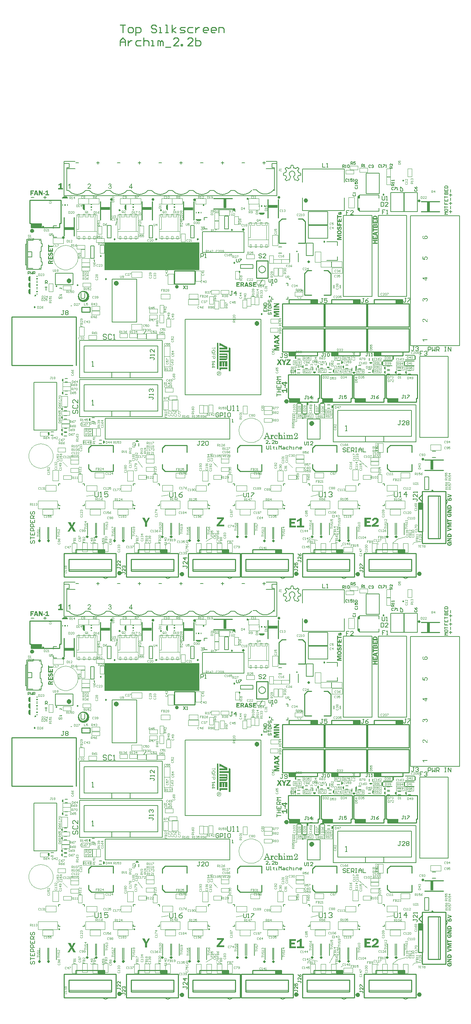
<source format=gto>
G04*
G04 #@! TF.GenerationSoftware,Altium Limited,Altium Designer,19.1.5 (86)*
G04*
G04 Layer_Color=65535*
%FSLAX25Y25*%
%MOIN*%
G70*
G01*
G75*
%ADD10C,0.00700*%
%ADD12C,0.01000*%
%ADD89C,0.00800*%
%ADD92C,0.00600*%
%ADD94C,0.01200*%
%ADD95C,0.02000*%
%ADD100C,0.02400*%
%ADD107C,0.01400*%
%ADD108C,0.00787*%
%ADD164C,0.02362*%
%ADD165C,0.00984*%
%ADD166C,0.00984*%
%ADD167C,0.00400*%
%ADD168C,0.00100*%
%ADD169C,0.00394*%
%ADD170C,0.00500*%
%ADD171C,0.02500*%
%ADD172C,0.03500*%
%ADD173C,0.01378*%
%ADD174C,0.00197*%
%ADD175C,0.00200*%
%ADD176C,0.00598*%
%ADD177C,0.00039*%
%ADD178R,0.02953X0.08790*%
%ADD179R,0.01190X0.01200*%
%ADD180R,0.00600X0.01200*%
%ADD181R,0.00590X0.01200*%
%ADD182R,0.01200X0.00590*%
%ADD183R,0.01200X0.00600*%
%ADD184R,0.01200X0.01190*%
%ADD185R,0.91831X0.27100*%
%ADD186R,0.08790X0.02953*%
G36*
X105012Y812063D02*
X105048D01*
X105091Y812056D01*
X105137Y812052D01*
X105187Y812045D01*
X105245Y812034D01*
X105302Y812023D01*
X105427Y811991D01*
X105495Y811973D01*
X105560Y811948D01*
X105624Y811923D01*
X105689Y811891D01*
X105692Y811887D01*
X105703Y811884D01*
X105721Y811873D01*
X105746Y811859D01*
X105774Y811841D01*
X105807Y811819D01*
X105842Y811794D01*
X105882Y811766D01*
X105968Y811698D01*
X106054Y811615D01*
X106136Y811522D01*
X106175Y811469D01*
X106211Y811415D01*
X106215Y811411D01*
X106218Y811400D01*
X106229Y811386D01*
X106240Y811361D01*
X106254Y811336D01*
X106268Y811300D01*
X106286Y811264D01*
X106304Y811221D01*
X106319Y811175D01*
X106336Y811128D01*
X106365Y811021D01*
X106387Y810903D01*
X106390Y810842D01*
X106394Y810777D01*
Y810774D01*
Y810763D01*
Y810745D01*
X106390Y810724D01*
Y810695D01*
X106383Y810663D01*
X106379Y810624D01*
X106372Y810584D01*
X106351Y810491D01*
X106319Y810394D01*
X106301Y810344D01*
X106276Y810291D01*
X106251Y810240D01*
X106218Y810190D01*
X106215Y810187D01*
X106211Y810180D01*
X106200Y810165D01*
X106186Y810147D01*
X106168Y810126D01*
X106147Y810101D01*
X106122Y810072D01*
X106089Y810040D01*
X106057Y810008D01*
X106018Y809976D01*
X105979Y809940D01*
X105932Y809904D01*
X105882Y809872D01*
X105828Y809836D01*
X105771Y809804D01*
X105710Y809775D01*
X105713D01*
X105728Y809772D01*
X105753Y809764D01*
X105782Y809754D01*
X105821Y809743D01*
X105864Y809725D01*
X105910Y809707D01*
X105961Y809682D01*
X106014Y809657D01*
X106071Y809625D01*
X106129Y809593D01*
X106186Y809553D01*
X106240Y809510D01*
X106293Y809464D01*
X106347Y809410D01*
X106394Y809353D01*
X106397Y809349D01*
X106404Y809338D01*
X106415Y809321D01*
X106433Y809295D01*
X106451Y809263D01*
X106473Y809227D01*
X106494Y809184D01*
X106516Y809134D01*
X106537Y809077D01*
X106562Y809016D01*
X106580Y808952D01*
X106598Y808880D01*
X106616Y808805D01*
X106626Y808726D01*
X106634Y808644D01*
X106637Y808554D01*
Y808547D01*
Y808526D01*
X106634Y808490D01*
X106630Y808447D01*
X106623Y808390D01*
X106612Y808325D01*
X106598Y808254D01*
X106576Y808175D01*
X106551Y808089D01*
X106523Y808003D01*
X106483Y807910D01*
X106437Y807817D01*
X106383Y807724D01*
X106319Y807631D01*
X106243Y807541D01*
X106161Y807455D01*
X106154Y807452D01*
X106140Y807437D01*
X106114Y807412D01*
X106075Y807384D01*
X106029Y807351D01*
X105975Y807312D01*
X105907Y807273D01*
X105835Y807230D01*
X105753Y807187D01*
X105660Y807147D01*
X105563Y807108D01*
X105456Y807076D01*
X105345Y807047D01*
X105223Y807022D01*
X105098Y807008D01*
X104965Y807004D01*
X104937D01*
X104901Y807008D01*
X104858Y807011D01*
X104801Y807015D01*
X104736Y807026D01*
X104665Y807036D01*
X104586Y807054D01*
X104504Y807072D01*
X104414Y807097D01*
X104324Y807129D01*
X104231Y807169D01*
X104142Y807212D01*
X104052Y807262D01*
X103963Y807323D01*
X103881Y807391D01*
X103877Y807394D01*
X103863Y807409D01*
X103841Y807430D01*
X103813Y807462D01*
X103780Y807502D01*
X103741Y807548D01*
X103702Y807602D01*
X103659Y807663D01*
X103616Y807731D01*
X103573Y807810D01*
X103533Y807892D01*
X103494Y807981D01*
X103462Y808078D01*
X103429Y808178D01*
X103408Y808286D01*
X103394Y808400D01*
X104002Y808483D01*
Y808476D01*
X104006Y808461D01*
X104013Y808433D01*
X104024Y808397D01*
X104034Y808354D01*
X104049Y808307D01*
X104067Y808254D01*
X104085Y808196D01*
X104135Y808071D01*
X104196Y807949D01*
X104231Y807889D01*
X104271Y807831D01*
X104310Y807781D01*
X104357Y807734D01*
X104360Y807731D01*
X104367Y807724D01*
X104382Y807713D01*
X104403Y807699D01*
X104425Y807681D01*
X104457Y807663D01*
X104489Y807641D01*
X104529Y807623D01*
X104571Y807602D01*
X104618Y807581D01*
X104668Y807563D01*
X104722Y807545D01*
X104779Y807530D01*
X104840Y807520D01*
X104901Y807513D01*
X104969Y807509D01*
X104987D01*
X105012Y807513D01*
X105041D01*
X105080Y807520D01*
X105123Y807523D01*
X105169Y807534D01*
X105223Y807545D01*
X105277Y807563D01*
X105338Y807581D01*
X105398Y807606D01*
X105459Y807634D01*
X105520Y807670D01*
X105581Y807710D01*
X105638Y807752D01*
X105696Y807806D01*
X105699Y807810D01*
X105710Y807820D01*
X105724Y807835D01*
X105742Y807860D01*
X105764Y807889D01*
X105789Y807924D01*
X105817Y807964D01*
X105846Y808010D01*
X105871Y808060D01*
X105900Y808118D01*
X105925Y808175D01*
X105946Y808243D01*
X105964Y808311D01*
X105979Y808383D01*
X105989Y808461D01*
X105993Y808540D01*
Y808544D01*
Y808558D01*
Y808579D01*
X105989Y808612D01*
X105986Y808644D01*
X105979Y808687D01*
X105971Y808733D01*
X105957Y808784D01*
X105943Y808837D01*
X105925Y808894D01*
X105903Y808952D01*
X105878Y809009D01*
X105846Y809066D01*
X105807Y809124D01*
X105767Y809177D01*
X105717Y809231D01*
X105713Y809235D01*
X105706Y809242D01*
X105689Y809256D01*
X105667Y809274D01*
X105642Y809295D01*
X105610Y809317D01*
X105570Y809342D01*
X105527Y809367D01*
X105481Y809392D01*
X105427Y809417D01*
X105370Y809439D01*
X105309Y809460D01*
X105245Y809478D01*
X105173Y809492D01*
X105101Y809499D01*
X105023Y809503D01*
X104990D01*
X104955Y809499D01*
X104904Y809496D01*
X104840Y809489D01*
X104768Y809474D01*
X104686Y809460D01*
X104593Y809439D01*
X104661Y809972D01*
X104672D01*
X104683Y809968D01*
X104697D01*
X104729Y809965D01*
X104797D01*
X104822Y809968D01*
X104858Y809972D01*
X104897Y809976D01*
X104940Y809983D01*
X104990Y809990D01*
X105044Y810001D01*
X105098Y810015D01*
X105216Y810051D01*
X105277Y810072D01*
X105338Y810101D01*
X105398Y810130D01*
X105456Y810165D01*
X105459Y810169D01*
X105470Y810176D01*
X105484Y810187D01*
X105506Y810205D01*
X105527Y810226D01*
X105556Y810251D01*
X105581Y810283D01*
X105613Y810319D01*
X105642Y810362D01*
X105671Y810409D01*
X105696Y810459D01*
X105717Y810516D01*
X105739Y810577D01*
X105753Y810645D01*
X105764Y810717D01*
X105767Y810792D01*
Y810795D01*
Y810806D01*
Y810824D01*
X105764Y810849D01*
X105760Y810874D01*
X105756Y810910D01*
X105749Y810946D01*
X105739Y810985D01*
X105710Y811071D01*
X105692Y811118D01*
X105671Y811164D01*
X105646Y811211D01*
X105613Y811257D01*
X105578Y811300D01*
X105538Y811343D01*
X105535Y811347D01*
X105527Y811354D01*
X105517Y811365D01*
X105499Y811379D01*
X105474Y811393D01*
X105449Y811415D01*
X105416Y811433D01*
X105381Y811454D01*
X105341Y811476D01*
X105298Y811493D01*
X105248Y811515D01*
X105198Y811529D01*
X105141Y811544D01*
X105084Y811554D01*
X105019Y811561D01*
X104955Y811565D01*
X104919D01*
X104897Y811561D01*
X104865Y811558D01*
X104829Y811554D01*
X104790Y811547D01*
X104747Y811537D01*
X104654Y811511D01*
X104607Y811493D01*
X104557Y811469D01*
X104507Y811443D01*
X104457Y811415D01*
X104410Y811379D01*
X104364Y811340D01*
X104360Y811336D01*
X104353Y811329D01*
X104342Y811314D01*
X104324Y811297D01*
X104307Y811275D01*
X104285Y811246D01*
X104264Y811211D01*
X104239Y811175D01*
X104214Y811128D01*
X104189Y811078D01*
X104160Y811024D01*
X104138Y810964D01*
X104113Y810899D01*
X104095Y810831D01*
X104077Y810756D01*
X104063Y810674D01*
X103455Y810781D01*
Y810785D01*
Y810788D01*
X103462Y810810D01*
X103469Y810838D01*
X103480Y810881D01*
X103494Y810935D01*
X103512Y810992D01*
X103533Y811057D01*
X103558Y811128D01*
X103591Y811203D01*
X103626Y811282D01*
X103669Y811361D01*
X103716Y811440D01*
X103766Y811519D01*
X103823Y811594D01*
X103888Y811665D01*
X103959Y811730D01*
X103963Y811733D01*
X103977Y811744D01*
X103999Y811762D01*
X104031Y811784D01*
X104070Y811809D01*
X104117Y811837D01*
X104171Y811866D01*
X104231Y811898D01*
X104299Y811930D01*
X104375Y811959D01*
X104453Y811988D01*
X104539Y812013D01*
X104632Y812034D01*
X104733Y812052D01*
X104836Y812063D01*
X104944Y812066D01*
X104983D01*
X105012Y812063D01*
D02*
G37*
G36*
X126150Y808837D02*
X126820D01*
Y808279D01*
X126150D01*
Y807094D01*
X125542D01*
Y808279D01*
X123394D01*
Y808837D01*
X125653Y812048D01*
X126150D01*
Y808837D01*
D02*
G37*
G36*
X66720Y807094D02*
X66111D01*
Y810967D01*
X66107Y810964D01*
X66100Y810956D01*
X66089Y810946D01*
X66071Y810931D01*
X66050Y810914D01*
X66021Y810888D01*
X65989Y810863D01*
X65957Y810835D01*
X65914Y810806D01*
X65871Y810770D01*
X65825Y810738D01*
X65774Y810699D01*
X65717Y810663D01*
X65660Y810624D01*
X65531Y810545D01*
X65527Y810541D01*
X65517Y810534D01*
X65495Y810523D01*
X65470Y810513D01*
X65441Y810495D01*
X65406Y810473D01*
X65363Y810452D01*
X65320Y810427D01*
X65219Y810377D01*
X65112Y810326D01*
X65001Y810276D01*
X64894Y810233D01*
Y810820D01*
X64901Y810824D01*
X64915Y810831D01*
X64944Y810845D01*
X64980Y810863D01*
X65023Y810885D01*
X65076Y810914D01*
X65134Y810946D01*
X65194Y810982D01*
X65262Y811024D01*
X65334Y811067D01*
X65484Y811168D01*
X65638Y811279D01*
X65785Y811400D01*
X65789Y811404D01*
X65803Y811415D01*
X65821Y811433D01*
X65846Y811458D01*
X65878Y811490D01*
X65914Y811526D01*
X65953Y811569D01*
X65996Y811612D01*
X66039Y811662D01*
X66086Y811716D01*
X66175Y811827D01*
X66258Y811945D01*
X66294Y812006D01*
X66326Y812066D01*
X66720D01*
Y807094D01*
D02*
G37*
G36*
X85187Y812063D02*
X85237Y812059D01*
X85298Y812056D01*
X85366Y812045D01*
X85445Y812034D01*
X85527Y812016D01*
X85617Y811995D01*
X85706Y811970D01*
X85803Y811937D01*
X85896Y811898D01*
X85989Y811852D01*
X86079Y811801D01*
X86165Y811740D01*
X86247Y811669D01*
X86251Y811665D01*
X86265Y811651D01*
X86286Y811630D01*
X86311Y811597D01*
X86344Y811561D01*
X86379Y811515D01*
X86419Y811461D01*
X86458Y811400D01*
X86494Y811332D01*
X86533Y811257D01*
X86569Y811175D01*
X86601Y811089D01*
X86626Y810996D01*
X86648Y810899D01*
X86662Y810795D01*
X86666Y810688D01*
Y810684D01*
Y810674D01*
Y810659D01*
Y810638D01*
X86662Y810609D01*
X86659Y810581D01*
X86655Y810545D01*
X86651Y810505D01*
X86637Y810416D01*
X86616Y810316D01*
X86584Y810212D01*
X86544Y810104D01*
Y810101D01*
X86537Y810090D01*
X86530Y810076D01*
X86519Y810054D01*
X86508Y810029D01*
X86490Y809997D01*
X86472Y809961D01*
X86447Y809922D01*
X86422Y809879D01*
X86394Y809832D01*
X86322Y809729D01*
X86283Y809675D01*
X86240Y809618D01*
X86190Y809560D01*
X86140Y809499D01*
X86136Y809496D01*
X86125Y809485D01*
X86111Y809467D01*
X86086Y809442D01*
X86054Y809410D01*
X86014Y809371D01*
X85971Y809324D01*
X85918Y809270D01*
X85857Y809213D01*
X85785Y809149D01*
X85710Y809077D01*
X85624Y808998D01*
X85531Y808916D01*
X85431Y808826D01*
X85320Y808730D01*
X85202Y808630D01*
X85194Y808626D01*
X85176Y808608D01*
X85151Y808587D01*
X85116Y808554D01*
X85069Y808519D01*
X85023Y808476D01*
X84969Y808429D01*
X84912Y808379D01*
X84790Y808275D01*
X84733Y808221D01*
X84675Y808171D01*
X84622Y808121D01*
X84575Y808078D01*
X84532Y808039D01*
X84500Y808003D01*
X84493Y807996D01*
X84475Y807974D01*
X84446Y807942D01*
X84410Y807903D01*
X84371Y807853D01*
X84328Y807799D01*
X84285Y807738D01*
X84246Y807677D01*
X86673D01*
Y807094D01*
X83401D01*
Y807097D01*
Y807104D01*
Y807115D01*
Y807129D01*
Y807151D01*
X83404Y807172D01*
X83408Y807230D01*
X83415Y807291D01*
X83426Y807362D01*
X83444Y807437D01*
X83469Y807513D01*
Y807516D01*
X83476Y807527D01*
X83483Y807545D01*
X83494Y807570D01*
X83505Y807602D01*
X83523Y807638D01*
X83544Y807677D01*
X83565Y807720D01*
X83591Y807770D01*
X83623Y807820D01*
X83691Y807931D01*
X83773Y808050D01*
X83870Y808171D01*
X83873Y808175D01*
X83884Y808186D01*
X83899Y808204D01*
X83920Y808229D01*
X83949Y808261D01*
X83984Y808297D01*
X84024Y808340D01*
X84074Y808386D01*
X84128Y808440D01*
X84185Y808497D01*
X84249Y808558D01*
X84321Y808626D01*
X84400Y808694D01*
X84482Y808766D01*
X84571Y808841D01*
X84665Y808920D01*
X84668Y808923D01*
X84675Y808927D01*
X84686Y808937D01*
X84700Y808948D01*
X84718Y808966D01*
X84740Y808984D01*
X84794Y809031D01*
X84861Y809084D01*
X84933Y809152D01*
X85015Y809224D01*
X85101Y809303D01*
X85194Y809385D01*
X85284Y809471D01*
X85377Y809557D01*
X85463Y809646D01*
X85549Y809732D01*
X85624Y809814D01*
X85696Y809897D01*
X85753Y809972D01*
X85756Y809976D01*
X85764Y809990D01*
X85778Y810011D01*
X85799Y810036D01*
X85821Y810072D01*
X85842Y810112D01*
X85871Y810158D01*
X85896Y810208D01*
X85921Y810262D01*
X85950Y810319D01*
X85996Y810445D01*
X86014Y810509D01*
X86029Y810573D01*
X86036Y810638D01*
X86039Y810702D01*
Y810706D01*
Y810720D01*
Y810738D01*
X86036Y810763D01*
X86032Y810795D01*
X86025Y810831D01*
X86018Y810871D01*
X86007Y810914D01*
X85993Y810960D01*
X85975Y811010D01*
X85953Y811060D01*
X85928Y811110D01*
X85900Y811164D01*
X85864Y811214D01*
X85825Y811264D01*
X85778Y811311D01*
X85774Y811314D01*
X85767Y811322D01*
X85753Y811332D01*
X85731Y811350D01*
X85706Y811368D01*
X85674Y811390D01*
X85638Y811415D01*
X85599Y811436D01*
X85552Y811461D01*
X85502Y811483D01*
X85445Y811504D01*
X85388Y811522D01*
X85323Y811540D01*
X85255Y811551D01*
X85184Y811558D01*
X85109Y811561D01*
X85066D01*
X85037Y811558D01*
X84997Y811554D01*
X84955Y811547D01*
X84908Y811540D01*
X84854Y811529D01*
X84801Y811515D01*
X84743Y811497D01*
X84686Y811476D01*
X84625Y811451D01*
X84568Y811418D01*
X84511Y811382D01*
X84453Y811343D01*
X84403Y811297D01*
X84400Y811293D01*
X84392Y811286D01*
X84378Y811268D01*
X84364Y811250D01*
X84342Y811221D01*
X84321Y811189D01*
X84296Y811150D01*
X84274Y811107D01*
X84249Y811060D01*
X84224Y811003D01*
X84203Y810946D01*
X84181Y810881D01*
X84167Y810810D01*
X84153Y810735D01*
X84145Y810656D01*
X84142Y810570D01*
X83515Y810634D01*
Y810638D01*
Y810641D01*
X83519Y810652D01*
Y810666D01*
X83523Y810702D01*
X83533Y810749D01*
X83544Y810806D01*
X83558Y810874D01*
X83576Y810949D01*
X83598Y811028D01*
X83626Y811114D01*
X83659Y811200D01*
X83698Y811290D01*
X83745Y811379D01*
X83795Y811465D01*
X83855Y811547D01*
X83920Y811626D01*
X83995Y811698D01*
X83999Y811701D01*
X84013Y811712D01*
X84038Y811733D01*
X84070Y811755D01*
X84113Y811784D01*
X84163Y811816D01*
X84224Y811848D01*
X84292Y811884D01*
X84371Y811916D01*
X84453Y811948D01*
X84547Y811980D01*
X84647Y812009D01*
X84754Y812034D01*
X84869Y812052D01*
X84990Y812063D01*
X85119Y812066D01*
X85151D01*
X85187Y812063D01*
D02*
G37*
G36*
X58305Y807698D02*
X59931D01*
Y806622D01*
X55177D01*
Y807698D01*
X56956D01*
Y811047D01*
X56951D01*
X56942Y811038D01*
X56928Y811034D01*
X56910Y811020D01*
X56886Y811006D01*
X56854Y810987D01*
X56785Y810946D01*
X56697Y810890D01*
X56595Y810835D01*
X56480Y810770D01*
X56360Y810701D01*
X56230Y810627D01*
X56096Y810553D01*
X55824Y810410D01*
X55690Y810341D01*
X55560Y810281D01*
X55440Y810225D01*
X55325Y810174D01*
Y811380D01*
X55330D01*
X55343Y811385D01*
X55362Y811394D01*
X55389Y811399D01*
X55427Y811413D01*
X55468Y811426D01*
X55514Y811445D01*
X55570Y811463D01*
X55630Y811482D01*
X55690Y811505D01*
X55828Y811560D01*
X55981Y811625D01*
X56143Y811694D01*
X56309Y811777D01*
X56475Y811865D01*
X56642Y811967D01*
X56799Y812073D01*
X56951Y812189D01*
X57090Y812309D01*
X57150Y812374D01*
X57210Y812438D01*
X57261Y812508D01*
X57307Y812577D01*
X58305D01*
Y807698D01*
D02*
G37*
G36*
X40157Y800768D02*
X39217D01*
X37374Y803939D01*
Y803935D01*
Y803920D01*
Y803898D01*
X37378Y803876D01*
Y803824D01*
X37382Y803802D01*
Y803783D01*
Y803780D01*
X37386Y803765D01*
Y803739D01*
X37389Y803713D01*
X37393Y803680D01*
Y803646D01*
X37397Y803613D01*
Y803580D01*
Y800768D01*
X36538D01*
Y805467D01*
X37722D01*
X39328Y802695D01*
Y802699D01*
Y802703D01*
X39324Y802714D01*
Y802729D01*
X39321Y802766D01*
X39317Y802810D01*
X39313Y802862D01*
X39310Y802914D01*
X39306Y802962D01*
Y803006D01*
Y805467D01*
X40157D01*
Y800768D01*
D02*
G37*
G36*
X42355Y802181D02*
X40708D01*
Y802929D01*
X42355D01*
Y802181D01*
D02*
G37*
G36*
X45256Y801630D02*
X46558D01*
Y800768D01*
X42751D01*
Y801630D01*
X44175D01*
Y804312D01*
X44171D01*
X44164Y804305D01*
X44153Y804301D01*
X44138Y804290D01*
X44120Y804279D01*
X44094Y804264D01*
X44038Y804231D01*
X43968Y804187D01*
X43887Y804142D01*
X43794Y804090D01*
X43698Y804035D01*
X43594Y803976D01*
X43487Y803916D01*
X43269Y803802D01*
X43161Y803746D01*
X43058Y803698D01*
X42961Y803654D01*
X42869Y803613D01*
Y804579D01*
X42873D01*
X42884Y804582D01*
X42899Y804590D01*
X42921Y804593D01*
X42950Y804605D01*
X42984Y804616D01*
X43021Y804630D01*
X43065Y804645D01*
X43113Y804660D01*
X43161Y804679D01*
X43272Y804723D01*
X43394Y804775D01*
X43524Y804830D01*
X43657Y804897D01*
X43790Y804967D01*
X43924Y805049D01*
X44049Y805134D01*
X44171Y805226D01*
X44282Y805322D01*
X44330Y805374D01*
X44379Y805426D01*
X44419Y805482D01*
X44456Y805537D01*
X45256D01*
Y801630D01*
D02*
G37*
G36*
X36035Y800768D02*
X34851D01*
X34559Y801737D01*
X33042D01*
X32746Y800768D01*
X31784D01*
X33286Y805467D01*
X34566D01*
X36035Y800768D01*
D02*
G37*
G36*
X31691Y804538D02*
X29490D01*
Y803483D01*
X31229D01*
Y802607D01*
X29490D01*
Y800768D01*
X28346D01*
Y805467D01*
X31691D01*
Y804538D01*
D02*
G37*
G36*
X327160Y784819D02*
X327195Y784815D01*
X327237Y784812D01*
X327289Y784801D01*
X327344Y784791D01*
X327403Y784773D01*
X327466Y784753D01*
X327532Y784728D01*
X327601Y784697D01*
X327671Y784659D01*
X327736Y784614D01*
X327806Y784565D01*
X327868Y784506D01*
X327931Y784437D01*
X327934Y784434D01*
X327945Y784420D01*
X327959Y784399D01*
X327979Y784368D01*
X328004Y784326D01*
X328031Y784281D01*
X328059Y784225D01*
X328087Y784159D01*
X328118Y784090D01*
X328146Y784007D01*
X328174Y783920D01*
X328198Y783826D01*
X328219Y783722D01*
X328233Y783611D01*
X328243Y783493D01*
X328247Y783368D01*
Y783337D01*
X328243Y783313D01*
Y783285D01*
X328240Y783250D01*
X328236Y783212D01*
X328233Y783170D01*
X328226Y783122D01*
X328215Y783073D01*
X328194Y782962D01*
X328167Y782841D01*
X328125Y782716D01*
X328073Y782587D01*
X328045Y782521D01*
X328011Y782459D01*
X327972Y782397D01*
X327934Y782334D01*
X327889Y782275D01*
X327841Y782216D01*
X327785Y782161D01*
X327730Y782109D01*
X327667Y782060D01*
X327601Y782015D01*
X327528Y781977D01*
X327452Y781939D01*
X327369Y781907D01*
X327282Y781883D01*
X327160Y782691D01*
X327164D01*
X327178Y782698D01*
X327202Y782705D01*
X327230Y782716D01*
X327261Y782733D01*
X327299Y782754D01*
X327341Y782782D01*
X327379Y782820D01*
X327421Y782862D01*
X327462Y782910D01*
X327501Y782969D01*
X327532Y783039D01*
X327559Y783115D01*
X327584Y783202D01*
X327598Y783302D01*
X327601Y783413D01*
Y783455D01*
X327598Y783472D01*
Y783497D01*
X327591Y783552D01*
X327580Y783618D01*
X327566Y783684D01*
X327546Y783753D01*
X327518Y783816D01*
Y783819D01*
X327514Y783823D01*
X327501Y783844D01*
X327483Y783868D01*
X327455Y783899D01*
X327424Y783930D01*
X327382Y783958D01*
X327337Y783975D01*
X327313Y783979D01*
X327285Y783982D01*
X327282D01*
X327275D01*
X327265Y783979D01*
X327251Y783975D01*
X327213Y783961D01*
X327188Y783951D01*
X327167Y783937D01*
X327143Y783916D01*
X327119Y783892D01*
X327098Y783864D01*
X327077Y783826D01*
X327056Y783785D01*
X327039Y783736D01*
X327025Y783680D01*
X327015Y783614D01*
Y783604D01*
X327011Y783590D01*
X327008Y783573D01*
X327004Y783549D01*
X327001Y783521D01*
X326997Y783490D01*
X326990Y783455D01*
X326980Y783375D01*
X326963Y783285D01*
X326945Y783188D01*
X326921Y783084D01*
X326897Y782976D01*
X326869Y782865D01*
X326838Y782757D01*
X326803Y782650D01*
X326768Y782553D01*
X326727Y782463D01*
X326682Y782383D01*
X326661Y782348D01*
X326637Y782317D01*
X326633Y782313D01*
X326626Y782303D01*
X326609Y782289D01*
X326588Y782268D01*
X326564Y782244D01*
X326532Y782220D01*
X326494Y782192D01*
X326449Y782164D01*
X326404Y782133D01*
X326348Y782105D01*
X326290Y782081D01*
X326227Y782057D01*
X326158Y782036D01*
X326085Y782022D01*
X326005Y782011D01*
X325922Y782008D01*
X325915D01*
X325901D01*
X325876Y782011D01*
X325845Y782015D01*
X325804Y782018D01*
X325759Y782029D01*
X325707Y782039D01*
X325651Y782053D01*
X325592Y782074D01*
X325530Y782095D01*
X325467Y782126D01*
X325401Y782161D01*
X325339Y782202D01*
X325273Y782251D01*
X325214Y782306D01*
X325155Y782369D01*
X325151Y782372D01*
X325141Y782386D01*
X325127Y782407D01*
X325106Y782435D01*
X325085Y782473D01*
X325058Y782518D01*
X325030Y782570D01*
X325002Y782632D01*
X324974Y782698D01*
X324947Y782775D01*
X324919Y782858D01*
X324898Y782948D01*
X324877Y783045D01*
X324863Y783153D01*
X324853Y783264D01*
X324849Y783382D01*
Y783431D01*
X324853Y783469D01*
X324856Y783510D01*
X324860Y783563D01*
X324867Y783618D01*
X324874Y783680D01*
X324884Y783743D01*
X324898Y783812D01*
X324915Y783878D01*
X324936Y783948D01*
X324960Y784017D01*
X324985Y784083D01*
X325020Y784149D01*
X325054Y784208D01*
X325058Y784211D01*
X325065Y784222D01*
X325075Y784239D01*
X325092Y784260D01*
X325117Y784284D01*
X325141Y784315D01*
X325176Y784347D01*
X325214Y784385D01*
X325255Y784420D01*
X325304Y784461D01*
X325356Y784499D01*
X325415Y784538D01*
X325481Y784579D01*
X325550Y784614D01*
X325627Y784652D01*
X325707Y784683D01*
X325890Y783982D01*
X325887D01*
X325873Y783975D01*
X325849Y783968D01*
X325821Y783955D01*
X325790Y783937D01*
X325752Y783916D01*
X325710Y783889D01*
X325668Y783857D01*
X325630Y783816D01*
X325588Y783771D01*
X325550Y783719D01*
X325519Y783660D01*
X325491Y783594D01*
X325467Y783517D01*
X325453Y783434D01*
X325450Y783344D01*
Y783323D01*
X325453Y783299D01*
Y783267D01*
X325460Y783233D01*
X325464Y783191D01*
X325488Y783104D01*
X325502Y783059D01*
X325523Y783014D01*
X325547Y782973D01*
X325575Y782938D01*
X325609Y782907D01*
X325647Y782882D01*
X325693Y782868D01*
X325745Y782862D01*
X325748D01*
X325765D01*
X325786Y782865D01*
X325811Y782872D01*
X325842Y782882D01*
X325873Y782900D01*
X325904Y782921D01*
X325932Y782948D01*
X325936Y782952D01*
X325942Y782969D01*
X325949Y782979D01*
X325956Y782997D01*
X325963Y783018D01*
X325974Y783042D01*
X325981Y783070D01*
X325991Y783101D01*
X326002Y783139D01*
X326012Y783184D01*
X326022Y783233D01*
X326029Y783285D01*
X326040Y783347D01*
X326050Y783413D01*
Y783420D01*
X326054Y783438D01*
X326057Y783465D01*
X326064Y783503D01*
X326071Y783552D01*
X326078Y783604D01*
X326088Y783663D01*
X326099Y783726D01*
X326123Y783861D01*
X326151Y783996D01*
X326168Y784062D01*
X326185Y784128D01*
X326203Y784187D01*
X326220Y784239D01*
Y784243D01*
X326223Y784249D01*
X326231Y784263D01*
X326237Y784284D01*
X326248Y784305D01*
X326262Y784333D01*
X326296Y784392D01*
X326342Y784461D01*
X326397Y784531D01*
X326466Y784600D01*
X326546Y784662D01*
X326550Y784666D01*
X326557Y784669D01*
X326571Y784676D01*
X326588Y784687D01*
X326609Y784701D01*
X326637Y784715D01*
X326668Y784728D01*
X326702Y784742D01*
X326741Y784756D01*
X326786Y784770D01*
X326831Y784784D01*
X326883Y784798D01*
X326990Y784815D01*
X327049Y784822D01*
X327112D01*
X327119D01*
X327133D01*
X327160Y784819D01*
D02*
G37*
G36*
X324641Y780755D02*
X328177D01*
Y779711D01*
X324641D01*
Y778614D01*
X323770D01*
Y781845D01*
X324641D01*
Y780755D01*
D02*
G37*
G36*
X360478Y781222D02*
X360502D01*
X360534Y781218D01*
X360568D01*
X360610Y781212D01*
X360651Y781208D01*
X360745Y781198D01*
X360849Y781180D01*
X360964Y781156D01*
X361085Y781125D01*
X361214Y781090D01*
X361346Y781045D01*
X361481Y780990D01*
X361613Y780927D01*
X361745Y780851D01*
X361873Y780764D01*
X361994Y780667D01*
X362001Y780660D01*
X362022Y780643D01*
X362053Y780608D01*
X362092Y780563D01*
X362140Y780507D01*
X362196Y780438D01*
X362251Y780358D01*
X362310Y780264D01*
X362369Y780160D01*
X362425Y780046D01*
X362480Y779917D01*
X362529Y779782D01*
X362567Y779633D01*
X362598Y779473D01*
X362619Y779307D01*
X362622Y779216D01*
X362626Y779126D01*
Y777613D01*
X358219D01*
Y779036D01*
X358223Y779091D01*
X358226Y779161D01*
X358229Y779237D01*
X358236Y779324D01*
X358247Y779418D01*
X358261Y779515D01*
X358275Y779615D01*
X358292Y779719D01*
X358316Y779820D01*
X358341Y779917D01*
X358372Y780015D01*
X358406Y780101D01*
X358448Y780181D01*
X358452Y780185D01*
X358458Y780198D01*
X358472Y780219D01*
X358490Y780250D01*
X358518Y780285D01*
X358545Y780327D01*
X358583Y780372D01*
X358625Y780424D01*
X358670Y780476D01*
X358726Y780535D01*
X358785Y780594D01*
X358851Y780656D01*
X358920Y780719D01*
X358996Y780781D01*
X359080Y780844D01*
X359170Y780903D01*
X359177Y780906D01*
X359191Y780917D01*
X359218Y780934D01*
X359257Y780955D01*
X359305Y780979D01*
X359364Y781003D01*
X359430Y781035D01*
X359510Y781066D01*
X359593Y781094D01*
X359687Y781125D01*
X359791Y781149D01*
X359899Y781177D01*
X360016Y781194D01*
X360141Y781212D01*
X360273Y781222D01*
X360412Y781225D01*
X360416D01*
X360422D01*
X360436D01*
X360454D01*
X360478Y781222D01*
D02*
G37*
G36*
X328177Y775286D02*
X323770D01*
Y778437D01*
X324610D01*
Y776334D01*
X325516D01*
Y777990D01*
X326345D01*
Y776334D01*
X327306D01*
Y778437D01*
X328177D01*
Y775286D01*
D02*
G37*
G36*
X362626Y773845D02*
X358219D01*
Y776996D01*
X359059D01*
Y774893D01*
X359964D01*
Y776548D01*
X360794D01*
Y774893D01*
X361755D01*
Y776996D01*
X362626D01*
Y773845D01*
D02*
G37*
G36*
X361460Y773182D02*
X361495Y773178D01*
X361536Y773175D01*
X361589Y773165D01*
X361644Y773154D01*
X361703Y773140D01*
X361769Y773120D01*
X361838Y773095D01*
X361911Y773064D01*
X361981Y773026D01*
X362057Y772984D01*
X362126Y772936D01*
X362199Y772877D01*
X362269Y772811D01*
X362272Y772807D01*
X362282Y772793D01*
X362300Y772769D01*
X362324Y772738D01*
X362352Y772700D01*
X362383Y772648D01*
X362414Y772589D01*
X362445Y772519D01*
X362480Y772439D01*
X362511Y772349D01*
X362543Y772249D01*
X362571Y772138D01*
X362591Y772020D01*
X362612Y771888D01*
X362622Y771745D01*
X362626Y771593D01*
Y769538D01*
X358219D01*
Y771645D01*
X358223Y771683D01*
Y771728D01*
X358226Y771784D01*
X358229Y771839D01*
X358236Y771905D01*
X358254Y772037D01*
X358278Y772176D01*
X358292Y772242D01*
X358313Y772308D01*
X358334Y772367D01*
X358358Y772422D01*
Y772426D01*
X358365Y772436D01*
X358372Y772450D01*
X358382Y772467D01*
X358396Y772492D01*
X358413Y772519D01*
X358455Y772585D01*
X358511Y772655D01*
X358576Y772731D01*
X358656Y772807D01*
X358743Y772880D01*
X358747Y772884D01*
X358753Y772887D01*
X358767Y772897D01*
X358788Y772908D01*
X358812Y772922D01*
X358840Y772939D01*
X358875Y772957D01*
X358913Y772974D01*
X358955Y772988D01*
X359003Y773005D01*
X359052Y773022D01*
X359107Y773036D01*
X359166Y773047D01*
X359225Y773057D01*
X359291Y773061D01*
X359357Y773064D01*
X359361D01*
X359364D01*
X359375D01*
X359388D01*
X359427Y773061D01*
X359475Y773050D01*
X359534Y773040D01*
X359600Y773022D01*
X359673Y772998D01*
X359753Y772963D01*
X359833Y772922D01*
X359916Y772870D01*
X359996Y772807D01*
X360037Y772769D01*
X360075Y772727D01*
X360114Y772686D01*
X360152Y772637D01*
X360187Y772585D01*
X360221Y772533D01*
X360252Y772474D01*
X360280Y772408D01*
X360308Y772342D01*
X360332Y772269D01*
Y772276D01*
X360336Y772290D01*
X360343Y772315D01*
X360353Y772346D01*
X360367Y772384D01*
X360381Y772426D01*
X360402Y772474D01*
X360422Y772526D01*
X360450Y772582D01*
X360478Y772637D01*
X360513Y772696D01*
X360551Y772752D01*
X360593Y772807D01*
X360638Y772863D01*
X360690Y772911D01*
X360745Y772957D01*
X360749Y772960D01*
X360759Y772967D01*
X360776Y772977D01*
X360797Y772991D01*
X360828Y773008D01*
X360860Y773029D01*
X360898Y773050D01*
X360943Y773071D01*
X360992Y773092D01*
X361044Y773113D01*
X361096Y773133D01*
X361155Y773151D01*
X361217Y773165D01*
X361280Y773175D01*
X361346Y773182D01*
X361411Y773185D01*
X361418D01*
X361432D01*
X361460Y773182D01*
D02*
G37*
G36*
X324641Y772694D02*
X325630D01*
Y774325D01*
X326453D01*
Y772694D01*
X328177D01*
Y771622D01*
X323770D01*
Y774759D01*
X324641D01*
Y772694D01*
D02*
G37*
G36*
X39349Y769894D02*
X29044D01*
Y773644D01*
X39349D01*
Y769894D01*
D02*
G37*
G36*
X326841Y770946D02*
X326883Y770942D01*
X326935Y770935D01*
X326994Y770925D01*
X327060Y770911D01*
X327136Y770890D01*
X327213Y770866D01*
X327296Y770838D01*
X327382Y770800D01*
X327469Y770755D01*
X327556Y770703D01*
X327643Y770640D01*
X327730Y770567D01*
X327813Y770487D01*
X327816Y770481D01*
X327830Y770467D01*
X327854Y770439D01*
X327879Y770401D01*
X327913Y770352D01*
X327952Y770297D01*
X327990Y770224D01*
X328028Y770144D01*
X328070Y770054D01*
X328108Y769953D01*
X328146Y769842D01*
X328177Y769721D01*
X328205Y769585D01*
X328229Y769443D01*
X328243Y769287D01*
X328247Y769124D01*
Y769093D01*
X328243Y769058D01*
Y769009D01*
X328236Y768954D01*
X328229Y768884D01*
X328222Y768808D01*
X328208Y768725D01*
X328191Y768638D01*
X328170Y768544D01*
X328146Y768451D01*
X328118Y768354D01*
X328083Y768256D01*
X328042Y768159D01*
X327993Y768062D01*
X327941Y767972D01*
X327938Y767965D01*
X327927Y767951D01*
X327910Y767927D01*
X327882Y767895D01*
X327851Y767857D01*
X327813Y767812D01*
X327764Y767767D01*
X327712Y767715D01*
X327650Y767663D01*
X327580Y767611D01*
X327507Y767559D01*
X327424Y767507D01*
X327334Y767462D01*
X327240Y767417D01*
X327136Y767378D01*
X327025Y767347D01*
X326806Y768301D01*
X326814Y768305D01*
X326834Y768308D01*
X326862Y768322D01*
X326904Y768340D01*
X326949Y768360D01*
X327001Y768392D01*
X327056Y768426D01*
X327115Y768475D01*
X327174Y768527D01*
X327230Y768589D01*
X327282Y768662D01*
X327327Y768746D01*
X327369Y768839D01*
X327396Y768947D01*
X327417Y769065D01*
X327421Y769131D01*
X327424Y769197D01*
Y769231D01*
X327421Y769256D01*
Y769283D01*
X327417Y769318D01*
X327414Y769356D01*
X327407Y769394D01*
X327390Y769481D01*
X327369Y769568D01*
X327334Y769651D01*
X327313Y769689D01*
X327289Y769724D01*
Y769728D01*
X327282Y769731D01*
X327265Y769752D01*
X327233Y769780D01*
X327195Y769814D01*
X327147Y769846D01*
X327091Y769873D01*
X327032Y769894D01*
X326997Y769898D01*
X326963Y769901D01*
X326959D01*
X326956D01*
X326945D01*
X326931Y769898D01*
X326897Y769894D01*
X326852Y769880D01*
X326803Y769863D01*
X326754Y769835D01*
X326706Y769794D01*
X326682Y769769D01*
X326661Y769741D01*
Y769738D01*
X326657Y769734D01*
X326650Y769724D01*
X326643Y769710D01*
X326633Y769689D01*
X326623Y769669D01*
X326609Y769637D01*
X326595Y769606D01*
X326581Y769568D01*
X326564Y769523D01*
X326546Y769471D01*
X326529Y769415D01*
X326512Y769356D01*
X326494Y769287D01*
X326477Y769211D01*
X326460Y769131D01*
Y769127D01*
X326456Y769120D01*
Y769110D01*
X326453Y769093D01*
X326446Y769075D01*
X326442Y769051D01*
X326435Y769023D01*
X326428Y768995D01*
X326411Y768926D01*
X326390Y768846D01*
X326362Y768759D01*
X326335Y768666D01*
X326303Y768569D01*
X326269Y768468D01*
X326227Y768371D01*
X326185Y768270D01*
X326140Y768177D01*
X326092Y768086D01*
X326040Y768007D01*
X325984Y767934D01*
X325981Y767930D01*
X325970Y767920D01*
X325953Y767902D01*
X325929Y767878D01*
X325897Y767850D01*
X325859Y767819D01*
X325814Y767788D01*
X325762Y767757D01*
X325703Y767722D01*
X325637Y767691D01*
X325564Y767660D01*
X325484Y767632D01*
X325398Y767611D01*
X325307Y767590D01*
X325207Y767580D01*
X325103Y767576D01*
X325096D01*
X325075D01*
X325047Y767580D01*
X325006Y767583D01*
X324954Y767590D01*
X324894Y767600D01*
X324829Y767611D01*
X324756Y767628D01*
X324679Y767653D01*
X324600Y767680D01*
X324520Y767715D01*
X324436Y767757D01*
X324350Y767805D01*
X324270Y767861D01*
X324187Y767927D01*
X324110Y768003D01*
X324107Y768007D01*
X324093Y768024D01*
X324072Y768048D01*
X324048Y768083D01*
X324017Y768124D01*
X323982Y768177D01*
X323944Y768239D01*
X323906Y768308D01*
X323871Y768388D01*
X323833Y768475D01*
X323798Y768569D01*
X323767Y768673D01*
X323743Y768784D01*
X323722Y768902D01*
X323708Y769030D01*
X323704Y769162D01*
Y769193D01*
X323708Y769217D01*
Y769249D01*
X323711Y769283D01*
X323715Y769325D01*
X323722Y769370D01*
X323729Y769422D01*
X323736Y769474D01*
X323746Y769533D01*
X323760Y769592D01*
X323791Y769721D01*
X323833Y769856D01*
X323888Y769998D01*
X323923Y770068D01*
X323958Y770141D01*
X323996Y770210D01*
X324041Y770279D01*
X324090Y770349D01*
X324142Y770415D01*
X324201Y770477D01*
X324259Y770540D01*
X324329Y770599D01*
X324398Y770654D01*
X324478Y770703D01*
X324558Y770751D01*
X324648Y770793D01*
X324742Y770831D01*
X325033Y769953D01*
X325026Y769950D01*
X325012Y769943D01*
X324985Y769932D01*
X324954Y769915D01*
X324912Y769894D01*
X324870Y769866D01*
X324822Y769832D01*
X324773Y769790D01*
X324725Y769745D01*
X324676Y769689D01*
X324634Y769627D01*
X324593Y769561D01*
X324561Y769481D01*
X324534Y769398D01*
X324520Y769304D01*
X324513Y769200D01*
Y769172D01*
X324516Y769145D01*
X324520Y769106D01*
X324523Y769058D01*
X324534Y769006D01*
X324548Y768950D01*
X324561Y768895D01*
X324582Y768839D01*
X324610Y768784D01*
X324641Y768732D01*
X324679Y768687D01*
X324728Y768645D01*
X324780Y768617D01*
X324843Y768596D01*
X324877Y768593D01*
X324912Y768589D01*
X324919D01*
X324936Y768593D01*
X324967Y768596D01*
X325002Y768603D01*
X325047Y768617D01*
X325089Y768638D01*
X325134Y768662D01*
X325179Y768701D01*
X325183Y768707D01*
X325189Y768714D01*
X325196Y768725D01*
X325207Y768739D01*
X325217Y768759D01*
X325231Y768780D01*
X325245Y768808D01*
X325259Y768839D01*
X325273Y768878D01*
X325290Y768919D01*
X325307Y768968D01*
X325321Y769023D01*
X325339Y769082D01*
X325356Y769148D01*
X325370Y769221D01*
Y769228D01*
X325373Y769238D01*
X325377Y769252D01*
X325384Y769287D01*
X325394Y769332D01*
X325405Y769387D01*
X325422Y769450D01*
X325439Y769519D01*
X325457Y769596D01*
X325478Y769676D01*
X325498Y769759D01*
X325547Y769922D01*
X325571Y769998D01*
X325595Y770075D01*
X325620Y770144D01*
X325647Y770206D01*
Y770210D01*
X325655Y770220D01*
X325661Y770238D01*
X325675Y770259D01*
X325689Y770286D01*
X325707Y770318D01*
X325731Y770352D01*
X325755Y770390D01*
X325786Y770429D01*
X325818Y770474D01*
X325856Y770515D01*
X325894Y770560D01*
X325939Y770606D01*
X325988Y770651D01*
X326040Y770692D01*
X326095Y770734D01*
X326099Y770737D01*
X326109Y770744D01*
X326126Y770755D01*
X326147Y770769D01*
X326178Y770783D01*
X326213Y770803D01*
X326251Y770821D01*
X326296Y770842D01*
X326345Y770862D01*
X326397Y770880D01*
X326453Y770900D01*
X326515Y770914D01*
X326577Y770928D01*
X326643Y770939D01*
X326713Y770946D01*
X326782Y770949D01*
X326789D01*
X326810D01*
X326841Y770946D01*
D02*
G37*
G36*
X359090Y768005D02*
X362626D01*
Y766960D01*
X359090D01*
Y765864D01*
X358219D01*
Y769094D01*
X359090D01*
Y768005D01*
D02*
G37*
G36*
X326040Y767108D02*
X326067D01*
X326099D01*
X326133Y767104D01*
X326171Y767101D01*
X326217Y767097D01*
X326310Y767087D01*
X326418Y767070D01*
X326536Y767052D01*
X326661Y767025D01*
X326789Y766993D01*
X326924Y766955D01*
X327060Y766906D01*
X327195Y766851D01*
X327330Y766785D01*
X327462Y766712D01*
X327591Y766625D01*
X327594D01*
X327598Y766618D01*
X327619Y766605D01*
X327650Y766573D01*
X327691Y766535D01*
X327743Y766487D01*
X327799Y766424D01*
X327858Y766351D01*
X327917Y766268D01*
X327979Y766174D01*
X328038Y766070D01*
X328094Y765952D01*
X328142Y765827D01*
X328188Y765689D01*
X328219Y765539D01*
X328240Y765383D01*
X328243Y765300D01*
X328247Y765213D01*
Y765175D01*
X328243Y765154D01*
Y765126D01*
X328240Y765099D01*
X328236Y765067D01*
X328226Y764991D01*
X328212Y764904D01*
X328191Y764811D01*
X328163Y764707D01*
X328129Y764599D01*
X328083Y764484D01*
X328031Y764370D01*
X327965Y764255D01*
X327889Y764144D01*
X327799Y764033D01*
X327750Y763981D01*
X327698Y763933D01*
X327639Y763881D01*
X327580Y763835D01*
X327577D01*
X327573Y763829D01*
X327563Y763825D01*
X327549Y763815D01*
X327532Y763804D01*
X327511Y763790D01*
X327487Y763777D01*
X327462Y763759D01*
X327396Y763725D01*
X327320Y763683D01*
X327230Y763638D01*
X327126Y763593D01*
X327015Y763548D01*
X326890Y763502D01*
X326758Y763464D01*
X326616Y763426D01*
X326463Y763395D01*
X326303Y763371D01*
X326137Y763357D01*
X325963Y763350D01*
X325960D01*
X325953D01*
X325939D01*
X325922D01*
X325897Y763353D01*
X325870D01*
X325838Y763357D01*
X325804D01*
X325762Y763360D01*
X325720Y763364D01*
X325623Y763378D01*
X325516Y763391D01*
X325401Y763412D01*
X325276Y763437D01*
X325148Y763471D01*
X325012Y763509D01*
X324877Y763558D01*
X324742Y763614D01*
X324606Y763679D01*
X324478Y763756D01*
X324353Y763842D01*
X324350D01*
X324346Y763849D01*
X324325Y763867D01*
X324294Y763895D01*
X324253Y763933D01*
X324204Y763985D01*
X324149Y764047D01*
X324090Y764120D01*
X324027Y764203D01*
X323968Y764297D01*
X323909Y764401D01*
X323853Y764519D01*
X323805Y764644D01*
X323763Y764779D01*
X323732Y764925D01*
X323711Y765081D01*
X323708Y765165D01*
X323704Y765248D01*
Y765289D01*
X323708Y765310D01*
Y765335D01*
X323711Y765366D01*
X323715Y765401D01*
X323725Y765477D01*
X323739Y765564D01*
X323763Y765664D01*
X323791Y765768D01*
X323826Y765879D01*
X323874Y765994D01*
X323930Y766108D01*
X323996Y766223D01*
X324076Y766337D01*
X324121Y766393D01*
X324166Y766445D01*
X324218Y766497D01*
X324273Y766546D01*
X324332Y766594D01*
X324395Y766639D01*
X324398D01*
X324402Y766646D01*
X324412Y766650D01*
X324426Y766660D01*
X324443Y766671D01*
X324464Y766684D01*
X324488Y766698D01*
X324516Y766712D01*
X324582Y766750D01*
X324659Y766788D01*
X324749Y766830D01*
X324849Y766875D01*
X324964Y766920D01*
X325085Y766962D01*
X325214Y767000D01*
X325353Y767038D01*
X325498Y767066D01*
X325651Y767090D01*
X325811Y767108D01*
X325974Y767111D01*
X325977D01*
X325984D01*
X325998D01*
X326015D01*
X326040Y767108D01*
D02*
G37*
G36*
X362626Y764722D02*
X361717Y764448D01*
Y763025D01*
X362626Y762748D01*
Y761845D01*
X358219Y763254D01*
Y764455D01*
X362626Y765833D01*
Y764722D01*
D02*
G37*
G36*
Y758518D02*
X358219D01*
Y761669D01*
X359059D01*
Y759566D01*
X359964D01*
Y761221D01*
X360794D01*
Y759566D01*
X361755D01*
Y761669D01*
X362626D01*
Y758518D01*
D02*
G37*
G36*
X409428Y761910D02*
X409471Y761907D01*
X409517Y761903D01*
X409571Y761896D01*
X409632Y761889D01*
X409696Y761878D01*
X409765Y761864D01*
X409836Y761849D01*
X409911Y761828D01*
X409986Y761803D01*
X410062Y761778D01*
X410141Y761746D01*
X410216Y761710D01*
X410219Y761706D01*
X410233Y761699D01*
X410255Y761688D01*
X410280Y761674D01*
X410316Y761653D01*
X410355Y761627D01*
X410395Y761599D01*
X410441Y761567D01*
X410491Y761527D01*
X410541Y761488D01*
X410592Y761441D01*
X410642Y761391D01*
X410692Y761341D01*
X410742Y761284D01*
X410785Y761223D01*
X410828Y761158D01*
X410831Y761155D01*
X410839Y761144D01*
X410846Y761123D01*
X410860Y761098D01*
X410878Y761062D01*
X410896Y761022D01*
X410914Y760979D01*
X410932Y760926D01*
X410953Y760872D01*
X410971Y760811D01*
X410989Y760743D01*
X411007Y760675D01*
X411021Y760600D01*
X411028Y760525D01*
X411035Y760442D01*
X411039Y760360D01*
Y760328D01*
X411035Y760310D01*
Y760288D01*
X411032Y760235D01*
X411021Y760170D01*
X411010Y760095D01*
X410992Y760013D01*
X410967Y759920D01*
X410939Y759823D01*
X410903Y759723D01*
X410856Y759623D01*
X410803Y759519D01*
X410738Y759415D01*
X410663Y759311D01*
X410577Y759214D01*
X410481Y759121D01*
X410473Y759118D01*
X410456Y759100D01*
X410420Y759079D01*
X410373Y759046D01*
X410312Y759010D01*
X410277Y758989D01*
X410237Y758971D01*
X410194Y758950D01*
X410148Y758928D01*
X410094Y758903D01*
X410040Y758882D01*
X409983Y758860D01*
X409922Y758839D01*
X409854Y758813D01*
X409786Y758792D01*
X409711Y758774D01*
X409636Y758753D01*
X409553Y758735D01*
X409467Y758717D01*
X409378Y758699D01*
X409285Y758685D01*
X409188Y758674D01*
X409088Y758663D01*
X408981Y758652D01*
X408873Y758649D01*
X408759Y758642D01*
X408640D01*
X408637D01*
X408623D01*
X408605D01*
X408576D01*
X408544Y758645D01*
X408504D01*
X408458Y758649D01*
X408404D01*
X408351Y758652D01*
X408286Y758660D01*
X408222Y758663D01*
X408150Y758670D01*
X408003Y758685D01*
X407842Y758710D01*
X407674Y758735D01*
X407498Y758771D01*
X407327Y758813D01*
X407155Y758864D01*
X406987Y758924D01*
X406829Y758996D01*
X406754Y759035D01*
X406686Y759079D01*
X406618Y759125D01*
X406553Y759171D01*
X406546Y759179D01*
X406528Y759193D01*
X406500Y759218D01*
X406464Y759258D01*
X406421Y759304D01*
X406374Y759358D01*
X406321Y759426D01*
X406267Y759501D01*
X406217Y759587D01*
X406163Y759680D01*
X406116Y759780D01*
X406074Y759891D01*
X406038Y760013D01*
X406009Y760138D01*
X405991Y760274D01*
X405984Y760417D01*
Y760442D01*
X405988Y760475D01*
Y760514D01*
X405995Y760564D01*
X406002Y760621D01*
X406013Y760686D01*
X406024Y760757D01*
X406041Y760829D01*
X406063Y760908D01*
X406091Y760987D01*
X406124Y761065D01*
X406159Y761148D01*
X406206Y761227D01*
X406256Y761302D01*
X406313Y761373D01*
X406317Y761377D01*
X406328Y761391D01*
X406349Y761409D01*
X406374Y761434D01*
X406406Y761463D01*
X406450Y761495D01*
X406496Y761531D01*
X406550Y761570D01*
X406611Y761610D01*
X406679Y761649D01*
X406754Y761688D01*
X406836Y761721D01*
X406922Y761756D01*
X407015Y761785D01*
X407115Y761806D01*
X407219Y761824D01*
X407266Y761219D01*
X407262D01*
X407251Y761216D01*
X407230Y761212D01*
X407208Y761205D01*
X407176Y761194D01*
X407144Y761187D01*
X407065Y761158D01*
X406983Y761126D01*
X406897Y761087D01*
X406815Y761040D01*
X406779Y761015D01*
X406747Y760987D01*
X406743Y760983D01*
X406736Y760976D01*
X406722Y760961D01*
X406707Y760944D01*
X406686Y760919D01*
X406664Y760890D01*
X406639Y760858D01*
X406614Y760818D01*
X406593Y760775D01*
X406568Y760729D01*
X406546Y760682D01*
X406525Y760629D01*
X406510Y760571D01*
X406496Y760510D01*
X406489Y760446D01*
X406485Y760382D01*
Y760353D01*
X406489Y760331D01*
Y760306D01*
X406492Y760278D01*
X406500Y760246D01*
X406507Y760206D01*
X406525Y760127D01*
X406553Y760042D01*
X406596Y759956D01*
X406621Y759913D01*
X406650Y759870D01*
X406653Y759866D01*
X406661Y759859D01*
X406671Y759841D01*
X406689Y759823D01*
X406711Y759798D01*
X406736Y759769D01*
X406768Y759741D01*
X406804Y759705D01*
X406843Y759669D01*
X406890Y759633D01*
X406940Y759594D01*
X406994Y759558D01*
X407055Y759519D01*
X407119Y759483D01*
X407187Y759447D01*
X407259Y759415D01*
X407262D01*
X407276Y759408D01*
X407302Y759401D01*
X407334Y759390D01*
X407373Y759376D01*
X407423Y759361D01*
X407484Y759347D01*
X407552Y759333D01*
X407627Y759318D01*
X407713Y759300D01*
X407810Y759286D01*
X407910Y759275D01*
X408021Y759265D01*
X408139Y759254D01*
X408268Y759250D01*
X408404Y759247D01*
X408401Y759250D01*
X408390Y759258D01*
X408372Y759268D01*
X408351Y759286D01*
X408322Y759308D01*
X408290Y759333D01*
X408254Y759361D01*
X408214Y759397D01*
X408175Y759433D01*
X408136Y759472D01*
X408053Y759565D01*
X407975Y759666D01*
X407939Y759723D01*
X407906Y759780D01*
X407903Y759784D01*
X407899Y759795D01*
X407892Y759812D01*
X407881Y759834D01*
X407867Y759866D01*
X407853Y759898D01*
X407838Y759938D01*
X407824Y759984D01*
X407810Y760031D01*
X407796Y760084D01*
X407767Y760195D01*
X407749Y760321D01*
X407742Y760385D01*
Y760478D01*
X407745Y760510D01*
X407749Y760550D01*
X407756Y760604D01*
X407767Y760664D01*
X407781Y760732D01*
X407799Y760808D01*
X407821Y760886D01*
X407853Y760969D01*
X407889Y761055D01*
X407932Y761144D01*
X407985Y761230D01*
X408043Y761316D01*
X408114Y761402D01*
X408193Y761484D01*
X408196Y761488D01*
X408214Y761502D01*
X408240Y761524D01*
X408275Y761552D01*
X408318Y761585D01*
X408372Y761620D01*
X408433Y761660D01*
X408504Y761699D01*
X408583Y761738D01*
X408673Y761778D01*
X408766Y761814D01*
X408870Y761846D01*
X408981Y761874D01*
X409095Y761896D01*
X409220Y761910D01*
X409349Y761914D01*
X409353D01*
X409371D01*
X409396D01*
X409428Y761910D01*
D02*
G37*
G36*
X328177Y761636D02*
X324586D01*
X328177Y760529D01*
Y759821D01*
X324586Y758738D01*
X328177D01*
Y757874D01*
X323770D01*
Y759477D01*
X326411Y760251D01*
X323770Y761060D01*
Y762677D01*
X328177D01*
Y761636D01*
D02*
G37*
G36*
X362626Y756623D02*
X360808D01*
Y755246D01*
X362626D01*
Y754232D01*
X358219D01*
Y755246D01*
X359937D01*
Y756623D01*
X358219D01*
Y757636D01*
X362626D01*
Y756623D01*
D02*
G37*
G36*
X46480Y752065D02*
X50016D01*
Y751021D01*
X46480D01*
Y749924D01*
X45609D01*
Y753155D01*
X46480D01*
Y752065D01*
D02*
G37*
G36*
X50016Y746596D02*
X45609D01*
Y749747D01*
X46449D01*
Y747644D01*
X47354D01*
Y749299D01*
X48184D01*
Y747644D01*
X49145D01*
Y749747D01*
X50016D01*
Y746596D01*
D02*
G37*
G36*
X48680Y745920D02*
X48721Y745916D01*
X48774Y745909D01*
X48832Y745899D01*
X48898Y745885D01*
X48975Y745864D01*
X49051Y745840D01*
X49134Y745812D01*
X49221Y745774D01*
X49308Y745729D01*
X49395Y745677D01*
X49481Y745614D01*
X49568Y745541D01*
X49651Y745462D01*
X49655Y745455D01*
X49669Y745441D01*
X49693Y745413D01*
X49717Y745375D01*
X49752Y745326D01*
X49790Y745271D01*
X49828Y745198D01*
X49867Y745118D01*
X49908Y745028D01*
X49946Y744927D01*
X49984Y744816D01*
X50016Y744695D01*
X50043Y744559D01*
X50068Y744417D01*
X50082Y744261D01*
X50085Y744098D01*
Y744067D01*
X50082Y744032D01*
Y743983D01*
X50075Y743928D01*
X50068Y743858D01*
X50061Y743782D01*
X50047Y743699D01*
X50030Y743612D01*
X50009Y743518D01*
X49984Y743425D01*
X49957Y743328D01*
X49922Y743230D01*
X49880Y743133D01*
X49832Y743036D01*
X49780Y742946D01*
X49776Y742939D01*
X49766Y742925D01*
X49749Y742901D01*
X49721Y742870D01*
X49690Y742831D01*
X49651Y742786D01*
X49603Y742741D01*
X49551Y742689D01*
X49488Y742637D01*
X49419Y742585D01*
X49346Y742533D01*
X49263Y742481D01*
X49172Y742436D01*
X49079Y742391D01*
X48975Y742352D01*
X48864Y742321D01*
X48645Y743276D01*
X48652Y743279D01*
X48673Y743283D01*
X48701Y743296D01*
X48742Y743314D01*
X48787Y743335D01*
X48839Y743366D01*
X48895Y743400D01*
X48954Y743449D01*
X49013Y743501D01*
X49068Y743564D01*
X49121Y743636D01*
X49166Y743720D01*
X49207Y743813D01*
X49235Y743921D01*
X49256Y744039D01*
X49259Y744105D01*
X49263Y744171D01*
Y744206D01*
X49259Y744230D01*
Y744258D01*
X49256Y744292D01*
X49252Y744330D01*
X49245Y744369D01*
X49228Y744455D01*
X49207Y744542D01*
X49172Y744625D01*
X49152Y744664D01*
X49127Y744698D01*
Y744702D01*
X49121Y744705D01*
X49103Y744726D01*
X49072Y744754D01*
X49034Y744789D01*
X48985Y744820D01*
X48930Y744847D01*
X48871Y744868D01*
X48836Y744872D01*
X48801Y744875D01*
X48798D01*
X48794D01*
X48784D01*
X48770Y744872D01*
X48735Y744868D01*
X48690Y744854D01*
X48642Y744837D01*
X48593Y744809D01*
X48544Y744768D01*
X48520Y744743D01*
X48499Y744716D01*
Y744712D01*
X48496Y744709D01*
X48489Y744698D01*
X48482Y744684D01*
X48472Y744664D01*
X48461Y744643D01*
X48447Y744612D01*
X48433Y744580D01*
X48419Y744542D01*
X48402Y744497D01*
X48385Y744445D01*
X48368Y744389D01*
X48350Y744330D01*
X48333Y744261D01*
X48315Y744185D01*
X48298Y744105D01*
Y744101D01*
X48295Y744095D01*
Y744084D01*
X48291Y744067D01*
X48284Y744049D01*
X48281Y744025D01*
X48274Y743997D01*
X48267Y743970D01*
X48250Y743900D01*
X48229Y743820D01*
X48201Y743734D01*
X48173Y743640D01*
X48142Y743543D01*
X48107Y743442D01*
X48066Y743345D01*
X48024Y743244D01*
X47979Y743151D01*
X47930Y743060D01*
X47878Y742981D01*
X47823Y742908D01*
X47819Y742904D01*
X47809Y742894D01*
X47791Y742876D01*
X47767Y742852D01*
X47736Y742825D01*
X47698Y742793D01*
X47653Y742762D01*
X47601Y742731D01*
X47542Y742696D01*
X47476Y742665D01*
X47403Y742634D01*
X47323Y742606D01*
X47236Y742585D01*
X47146Y742564D01*
X47045Y742554D01*
X46941Y742550D01*
X46934D01*
X46914D01*
X46886Y742554D01*
X46844Y742557D01*
X46792Y742564D01*
X46733Y742575D01*
X46667Y742585D01*
X46594Y742602D01*
X46518Y742627D01*
X46438Y742654D01*
X46358Y742689D01*
X46275Y742731D01*
X46188Y742779D01*
X46108Y742835D01*
X46025Y742901D01*
X45949Y742977D01*
X45945Y742981D01*
X45932Y742998D01*
X45911Y743022D01*
X45886Y743057D01*
X45855Y743099D01*
X45821Y743151D01*
X45782Y743213D01*
X45744Y743283D01*
X45709Y743362D01*
X45671Y743449D01*
X45637Y743543D01*
X45605Y743647D01*
X45581Y743758D01*
X45560Y743876D01*
X45546Y744004D01*
X45543Y744136D01*
Y744167D01*
X45546Y744192D01*
Y744223D01*
X45550Y744258D01*
X45553Y744299D01*
X45560Y744344D01*
X45567Y744396D01*
X45574Y744448D01*
X45585Y744507D01*
X45598Y744566D01*
X45630Y744695D01*
X45671Y744830D01*
X45727Y744972D01*
X45761Y745042D01*
X45796Y745115D01*
X45834Y745184D01*
X45880Y745254D01*
X45928Y745323D01*
X45980Y745389D01*
X46039Y745451D01*
X46098Y745514D01*
X46167Y745573D01*
X46237Y745628D01*
X46317Y745677D01*
X46396Y745725D01*
X46487Y745767D01*
X46580Y745805D01*
X46872Y744927D01*
X46865Y744924D01*
X46851Y744917D01*
X46823Y744907D01*
X46792Y744889D01*
X46751Y744868D01*
X46709Y744840D01*
X46660Y744806D01*
X46612Y744764D01*
X46563Y744719D01*
X46514Y744664D01*
X46473Y744601D01*
X46431Y744535D01*
X46400Y744455D01*
X46372Y744372D01*
X46358Y744278D01*
X46351Y744174D01*
Y744146D01*
X46355Y744119D01*
X46358Y744081D01*
X46362Y744032D01*
X46372Y743980D01*
X46386Y743924D01*
X46400Y743869D01*
X46421Y743813D01*
X46449Y743758D01*
X46480Y743706D01*
X46518Y743661D01*
X46567Y743619D01*
X46619Y743591D01*
X46681Y743571D01*
X46716Y743567D01*
X46751Y743564D01*
X46757D01*
X46775Y743567D01*
X46806Y743571D01*
X46841Y743577D01*
X46886Y743591D01*
X46927Y743612D01*
X46973Y743636D01*
X47018Y743675D01*
X47021Y743681D01*
X47028Y743688D01*
X47035Y743699D01*
X47045Y743713D01*
X47056Y743734D01*
X47070Y743754D01*
X47084Y743782D01*
X47098Y743813D01*
X47111Y743852D01*
X47129Y743893D01*
X47146Y743942D01*
X47160Y743997D01*
X47177Y744056D01*
X47195Y744122D01*
X47208Y744195D01*
Y744202D01*
X47212Y744212D01*
X47215Y744226D01*
X47222Y744261D01*
X47233Y744306D01*
X47243Y744362D01*
X47261Y744424D01*
X47278Y744493D01*
X47295Y744570D01*
X47316Y744650D01*
X47337Y744733D01*
X47385Y744896D01*
X47410Y744972D01*
X47434Y745049D01*
X47458Y745118D01*
X47486Y745181D01*
Y745184D01*
X47493Y745194D01*
X47500Y745212D01*
X47514Y745233D01*
X47528Y745260D01*
X47545Y745292D01*
X47569Y745326D01*
X47594Y745365D01*
X47625Y745403D01*
X47656Y745448D01*
X47694Y745489D01*
X47732Y745535D01*
X47778Y745580D01*
X47826Y745625D01*
X47878Y745666D01*
X47934Y745708D01*
X47937Y745712D01*
X47948Y745718D01*
X47965Y745729D01*
X47986Y745743D01*
X48017Y745757D01*
X48052Y745777D01*
X48090Y745795D01*
X48135Y745816D01*
X48184Y745836D01*
X48236Y745854D01*
X48291Y745875D01*
X48354Y745889D01*
X48416Y745902D01*
X48482Y745913D01*
X48551Y745920D01*
X48621Y745923D01*
X48628D01*
X48649D01*
X48680Y745920D01*
D02*
G37*
G36*
X50016Y738990D02*
X45609D01*
Y742141D01*
X46449D01*
Y740038D01*
X47354D01*
Y741693D01*
X48184D01*
Y740038D01*
X49145D01*
Y742141D01*
X50016D01*
Y738990D01*
D02*
G37*
G36*
X409342Y741925D02*
X409389Y741921D01*
X409449Y741917D01*
X409517Y741907D01*
X409593Y741896D01*
X409675Y741878D01*
X409765Y741856D01*
X409858Y741831D01*
X409954Y741799D01*
X410051Y741763D01*
X410151Y741717D01*
X410248Y741663D01*
X410345Y741602D01*
X410438Y741534D01*
X410445Y741527D01*
X410463Y741513D01*
X410491Y741484D01*
X410531Y741448D01*
X410577Y741398D01*
X410627Y741341D01*
X410681Y741273D01*
X410738Y741194D01*
X410796Y741105D01*
X410849Y741008D01*
X410899Y740901D01*
X410946Y740782D01*
X410982Y740657D01*
X411014Y740525D01*
X411032Y740382D01*
X411039Y740231D01*
Y740203D01*
X411035Y740167D01*
X411032Y740120D01*
X411028Y740063D01*
X411018Y739995D01*
X411007Y739920D01*
X410992Y739841D01*
X410971Y739755D01*
X410946Y739666D01*
X410917Y739572D01*
X410882Y739479D01*
X410839Y739390D01*
X410788Y739297D01*
X410728Y739211D01*
X410663Y739129D01*
X410660Y739125D01*
X410645Y739111D01*
X410624Y739089D01*
X410595Y739061D01*
X410556Y739028D01*
X410509Y738989D01*
X410456Y738950D01*
X410395Y738907D01*
X410327Y738864D01*
X410251Y738824D01*
X410169Y738781D01*
X410080Y738742D01*
X409983Y738710D01*
X409879Y738681D01*
X409772Y738656D01*
X409657Y738642D01*
X409604Y739279D01*
X409607D01*
X409625Y739283D01*
X409646Y739286D01*
X409679Y739293D01*
X409718Y739304D01*
X409765Y739315D01*
X409815Y739329D01*
X409868Y739347D01*
X409979Y739390D01*
X410040Y739415D01*
X410098Y739444D01*
X410155Y739479D01*
X410209Y739515D01*
X410259Y739558D01*
X410305Y739605D01*
X410309Y739608D01*
X410316Y739615D01*
X410327Y739630D01*
X410341Y739651D01*
X410359Y739676D01*
X410380Y739709D01*
X410398Y739741D01*
X410420Y739780D01*
X410445Y739823D01*
X410463Y739873D01*
X410484Y739923D01*
X410502Y739981D01*
X410516Y740038D01*
X410527Y740099D01*
X410534Y740163D01*
X410538Y740231D01*
Y740253D01*
X410534Y740274D01*
Y740306D01*
X410527Y740342D01*
X410520Y740389D01*
X410509Y740439D01*
X410495Y740493D01*
X410481Y740550D01*
X410459Y740611D01*
X410430Y740672D01*
X410398Y740736D01*
X410362Y740797D01*
X410316Y740861D01*
X410266Y740922D01*
X410209Y740979D01*
X410205Y740983D01*
X410194Y740994D01*
X410173Y741008D01*
X410148Y741026D01*
X410115Y741051D01*
X410076Y741076D01*
X410030Y741105D01*
X409976Y741133D01*
X409915Y741158D01*
X409851Y741187D01*
X409779Y741212D01*
X409700Y741237D01*
X409614Y741255D01*
X409525Y741269D01*
X409432Y741280D01*
X409331Y741284D01*
X409324D01*
X409310D01*
X409281Y741280D01*
X409245D01*
X409202Y741277D01*
X409149Y741269D01*
X409095Y741259D01*
X409031Y741248D01*
X408966Y741230D01*
X408902Y741212D01*
X408834Y741187D01*
X408762Y741158D01*
X408694Y741126D01*
X408630Y741087D01*
X408565Y741040D01*
X408508Y740990D01*
X408504Y740987D01*
X408494Y740976D01*
X408479Y740962D01*
X408461Y740937D01*
X408436Y740908D01*
X408411Y740872D01*
X408386Y740833D01*
X408358Y740786D01*
X408329Y740732D01*
X408304Y740675D01*
X408275Y740614D01*
X408254Y740546D01*
X408236Y740471D01*
X408222Y740392D01*
X408211Y740310D01*
X408207Y740224D01*
Y740195D01*
X408211Y740174D01*
Y740149D01*
X408214Y740117D01*
X408218Y740084D01*
X408225Y740045D01*
X408240Y739963D01*
X408264Y739873D01*
X408297Y739780D01*
X408343Y739691D01*
Y739687D01*
X408351Y739680D01*
X408358Y739669D01*
X408368Y739651D01*
X408397Y739608D01*
X408436Y739555D01*
X408487Y739497D01*
X408544Y739436D01*
X408612Y739376D01*
X408687Y739322D01*
X408612Y738749D01*
X406066Y739229D01*
Y741695D01*
X406646D01*
Y739712D01*
X407982Y739447D01*
X407978Y739451D01*
X407967Y739469D01*
X407953Y739490D01*
X407932Y739526D01*
X407910Y739565D01*
X407881Y739612D01*
X407856Y739669D01*
X407824Y739730D01*
X407796Y739798D01*
X407767Y739870D01*
X407742Y739948D01*
X407720Y740027D01*
X407699Y740113D01*
X407685Y740199D01*
X407674Y740292D01*
X407670Y740382D01*
Y740410D01*
X407674Y740446D01*
X407677Y740489D01*
X407685Y740546D01*
X407695Y740611D01*
X407710Y740686D01*
X407727Y740765D01*
X407749Y740847D01*
X407781Y740937D01*
X407817Y741026D01*
X407860Y741119D01*
X407914Y741212D01*
X407971Y741305D01*
X408043Y741395D01*
X408121Y741481D01*
X408125Y741484D01*
X408143Y741499D01*
X408168Y741524D01*
X408204Y741552D01*
X408247Y741584D01*
X408300Y741624D01*
X408365Y741663D01*
X408436Y741706D01*
X408515Y741746D01*
X408601Y741785D01*
X408698Y741824D01*
X408798Y741860D01*
X408909Y741885D01*
X409027Y741910D01*
X409149Y741925D01*
X409278Y741928D01*
X409281D01*
X409285D01*
X409296D01*
X409306D01*
X409342Y741925D01*
D02*
G37*
G36*
X50016Y737102D02*
X48270Y736422D01*
Y735687D01*
X50016D01*
Y734646D01*
X45609D01*
Y736630D01*
X45612Y736669D01*
Y736714D01*
X45616Y736766D01*
X45619Y736825D01*
X45623Y736887D01*
X45630Y736957D01*
X45640Y737026D01*
X45661Y737168D01*
X45692Y737311D01*
X45713Y737377D01*
X45734Y737439D01*
Y737442D01*
X45741Y737453D01*
X45748Y737470D01*
X45758Y737495D01*
X45772Y737522D01*
X45789Y737554D01*
X45814Y737588D01*
X45838Y737630D01*
X45866Y737672D01*
X45900Y737713D01*
X45939Y737758D01*
X45980Y737803D01*
X46025Y737849D01*
X46077Y737894D01*
X46133Y737935D01*
X46192Y737977D01*
X46195Y737980D01*
X46206Y737987D01*
X46227Y737998D01*
X46251Y738012D01*
X46282Y738026D01*
X46320Y738046D01*
X46362Y738064D01*
X46410Y738084D01*
X46463Y738105D01*
X46518Y738123D01*
X46580Y738143D01*
X46643Y738157D01*
X46712Y738171D01*
X46782Y738182D01*
X46855Y738189D01*
X46931Y738192D01*
X46934D01*
X46941D01*
X46952D01*
X46966D01*
X46983Y738189D01*
X47007D01*
X47059Y738182D01*
X47125Y738168D01*
X47202Y738150D01*
X47281Y738130D01*
X47372Y738098D01*
X47465Y738057D01*
X47559Y738005D01*
X47653Y737946D01*
X47746Y737869D01*
X47795Y737828D01*
X47837Y737782D01*
X47882Y737734D01*
X47923Y737682D01*
X47965Y737623D01*
X48003Y737564D01*
X48038Y737498D01*
X48072Y737429D01*
X50016Y738241D01*
Y737102D01*
D02*
G37*
G36*
X409772Y721398D02*
X410957D01*
Y720790D01*
X409772D01*
Y718642D01*
X409213D01*
X406002Y720901D01*
Y721398D01*
X409213D01*
Y722068D01*
X409772D01*
Y721398D01*
D02*
G37*
G36*
X240462Y717166D02*
X240493D01*
X240528Y717163D01*
X240569Y717159D01*
X240615Y717152D01*
X240667Y717145D01*
X240719Y717138D01*
X240778Y717128D01*
X240837Y717114D01*
X240965Y717083D01*
X241100Y717041D01*
X241243Y716986D01*
X241312Y716951D01*
X241385Y716916D01*
X241454Y716878D01*
X241524Y716833D01*
X241593Y716785D01*
X241659Y716733D01*
X241722Y716674D01*
X241784Y716614D01*
X241843Y716545D01*
X241898Y716476D01*
X241947Y716396D01*
X241996Y716316D01*
X242037Y716226D01*
X242075Y716132D01*
X241197Y715841D01*
X241194Y715848D01*
X241187Y715862D01*
X241177Y715889D01*
X241159Y715921D01*
X241139Y715962D01*
X241111Y716004D01*
X241076Y716052D01*
X241034Y716101D01*
X240989Y716150D01*
X240934Y716198D01*
X240871Y716240D01*
X240805Y716281D01*
X240726Y716313D01*
X240642Y716340D01*
X240549Y716354D01*
X240444Y716361D01*
X240417D01*
X240389Y716358D01*
X240351Y716354D01*
X240302Y716351D01*
X240250Y716340D01*
X240195Y716327D01*
X240139Y716313D01*
X240084Y716292D01*
X240028Y716264D01*
X239976Y716233D01*
X239931Y716195D01*
X239889Y716146D01*
X239862Y716094D01*
X239841Y716032D01*
X239837Y715997D01*
X239834Y715962D01*
Y715955D01*
X239837Y715938D01*
X239841Y715907D01*
X239848Y715872D01*
X239862Y715827D01*
X239882Y715785D01*
X239907Y715740D01*
X239945Y715695D01*
X239952Y715692D01*
X239959Y715685D01*
X239969Y715678D01*
X239983Y715667D01*
X240004Y715657D01*
X240025Y715643D01*
X240052Y715629D01*
X240084Y715615D01*
X240122Y715601D01*
X240163Y715584D01*
X240212Y715567D01*
X240267Y715553D01*
X240326Y715535D01*
X240392Y715518D01*
X240465Y715504D01*
X240472D01*
X240483Y715501D01*
X240497Y715497D01*
X240531Y715490D01*
X240576Y715480D01*
X240632Y715469D01*
X240694Y715452D01*
X240764Y715435D01*
X240840Y715417D01*
X240920Y715397D01*
X241003Y715376D01*
X241166Y715327D01*
X241243Y715303D01*
X241319Y715279D01*
X241388Y715254D01*
X241451Y715227D01*
X241454D01*
X241465Y715220D01*
X241482Y715213D01*
X241503Y715199D01*
X241531Y715185D01*
X241562Y715168D01*
X241597Y715143D01*
X241635Y715119D01*
X241673Y715088D01*
X241718Y715057D01*
X241760Y715018D01*
X241805Y714980D01*
X241850Y714935D01*
X241895Y714887D01*
X241937Y714834D01*
X241978Y714779D01*
X241982Y714776D01*
X241989Y714765D01*
X241999Y714748D01*
X242013Y714727D01*
X242027Y714696D01*
X242048Y714661D01*
X242065Y714623D01*
X242086Y714578D01*
X242107Y714529D01*
X242124Y714477D01*
X242145Y714422D01*
X242159Y714359D01*
X242173Y714297D01*
X242183Y714231D01*
X242190Y714161D01*
X242193Y714092D01*
Y714085D01*
Y714064D01*
X242190Y714033D01*
X242186Y713991D01*
X242179Y713939D01*
X242169Y713880D01*
X242155Y713814D01*
X242134Y713738D01*
X242110Y713662D01*
X242082Y713578D01*
X242044Y713492D01*
X241999Y713405D01*
X241947Y713318D01*
X241885Y713231D01*
X241812Y713144D01*
X241732Y713061D01*
X241725Y713058D01*
X241711Y713044D01*
X241683Y713020D01*
X241645Y712995D01*
X241597Y712961D01*
X241541Y712922D01*
X241468Y712884D01*
X241388Y712846D01*
X241298Y712805D01*
X241197Y712766D01*
X241087Y712728D01*
X240965Y712697D01*
X240830Y712669D01*
X240687Y712645D01*
X240531Y712631D01*
X240368Y712628D01*
X240337D01*
X240302Y712631D01*
X240254D01*
X240198Y712638D01*
X240129Y712645D01*
X240052Y712652D01*
X239969Y712666D01*
X239882Y712683D01*
X239789Y712704D01*
X239695Y712728D01*
X239598Y712756D01*
X239501Y712791D01*
X239404Y712832D01*
X239306Y712881D01*
X239216Y712933D01*
X239209Y712936D01*
X239195Y712947D01*
X239171Y712964D01*
X239140Y712992D01*
X239102Y713023D01*
X239056Y713061D01*
X239011Y713110D01*
X238959Y713162D01*
X238907Y713224D01*
X238855Y713294D01*
X238803Y713367D01*
X238751Y713450D01*
X238706Y713540D01*
X238661Y713634D01*
X238623Y713738D01*
X238592Y713849D01*
X239546Y714068D01*
X239549Y714061D01*
X239553Y714040D01*
X239567Y714012D01*
X239584Y713970D01*
X239605Y713925D01*
X239636Y713873D01*
X239671Y713818D01*
X239719Y713759D01*
X239771Y713700D01*
X239834Y713644D01*
X239907Y713592D01*
X239990Y713547D01*
X240084Y713505D01*
X240191Y713478D01*
X240309Y713457D01*
X240375Y713453D01*
X240441Y713450D01*
X240476D01*
X240500Y713453D01*
X240528D01*
X240563Y713457D01*
X240601Y713460D01*
X240639Y713467D01*
X240726Y713485D01*
X240812Y713505D01*
X240896Y713540D01*
X240934Y713561D01*
X240968Y713585D01*
X240972D01*
X240975Y713592D01*
X240996Y713610D01*
X241024Y713641D01*
X241059Y713679D01*
X241090Y713728D01*
X241118Y713783D01*
X241139Y713842D01*
X241142Y713877D01*
X241145Y713911D01*
Y713915D01*
Y713918D01*
Y713929D01*
X241142Y713943D01*
X241139Y713977D01*
X241125Y714022D01*
X241107Y714071D01*
X241079Y714120D01*
X241038Y714168D01*
X241014Y714192D01*
X240986Y714213D01*
X240982D01*
X240979Y714217D01*
X240968Y714224D01*
X240955Y714231D01*
X240934Y714241D01*
X240913Y714252D01*
X240882Y714265D01*
X240850Y714279D01*
X240812Y714293D01*
X240767Y714311D01*
X240715Y714328D01*
X240660Y714345D01*
X240601Y714362D01*
X240531Y714380D01*
X240455Y714397D01*
X240375Y714415D01*
X240372D01*
X240365Y714418D01*
X240354D01*
X240337Y714422D01*
X240320Y714428D01*
X240295Y714432D01*
X240267Y714439D01*
X240240Y714446D01*
X240170Y714463D01*
X240091Y714484D01*
X240004Y714512D01*
X239910Y714539D01*
X239813Y714571D01*
X239712Y714605D01*
X239615Y714647D01*
X239515Y714689D01*
X239421Y714734D01*
X239331Y714782D01*
X239251Y714834D01*
X239178Y714890D01*
X239175Y714893D01*
X239164Y714904D01*
X239147Y714921D01*
X239122Y714946D01*
X239095Y714977D01*
X239064Y715015D01*
X239032Y715060D01*
X239001Y715112D01*
X238966Y715171D01*
X238935Y715237D01*
X238904Y715310D01*
X238876Y715390D01*
X238855Y715476D01*
X238834Y715567D01*
X238824Y715667D01*
X238821Y715771D01*
Y715778D01*
Y715799D01*
X238824Y715827D01*
X238827Y715869D01*
X238834Y715921D01*
X238845Y715979D01*
X238855Y716046D01*
X238873Y716118D01*
X238897Y716195D01*
X238925Y716274D01*
X238959Y716354D01*
X239001Y716438D01*
X239050Y716524D01*
X239105Y716604D01*
X239171Y716687D01*
X239247Y716764D01*
X239251Y716767D01*
X239268Y716781D01*
X239293Y716802D01*
X239327Y716826D01*
X239369Y716857D01*
X239421Y716892D01*
X239483Y716930D01*
X239553Y716968D01*
X239633Y717003D01*
X239719Y717041D01*
X239813Y717076D01*
X239917Y717107D01*
X240028Y717132D01*
X240146Y717152D01*
X240275Y717166D01*
X240406Y717170D01*
X240438D01*
X240462Y717166D01*
D02*
G37*
G36*
X246017Y716264D02*
X243915D01*
Y715358D01*
X245570D01*
Y714529D01*
X243915D01*
Y713568D01*
X246017D01*
Y712697D01*
X242867D01*
Y717104D01*
X246017D01*
Y716264D01*
D02*
G37*
G36*
X238557Y712697D02*
X237446D01*
X237172Y713606D01*
X235750D01*
X235472Y712697D01*
X234570D01*
X235979Y717104D01*
X237179D01*
X238557Y712697D01*
D02*
G37*
G36*
X232689Y717100D02*
X232734D01*
X232786Y717097D01*
X232845Y717093D01*
X232908Y717090D01*
X232977Y717083D01*
X233047Y717073D01*
X233189Y717052D01*
X233331Y717021D01*
X233397Y717000D01*
X233459Y716979D01*
X233463D01*
X233473Y716972D01*
X233491Y716965D01*
X233515Y716955D01*
X233543Y716941D01*
X233574Y716923D01*
X233609Y716899D01*
X233650Y716875D01*
X233692Y716847D01*
X233734Y716812D01*
X233779Y716774D01*
X233824Y716733D01*
X233869Y716687D01*
X233914Y716635D01*
X233956Y716580D01*
X233997Y716521D01*
X234001Y716517D01*
X234008Y716507D01*
X234018Y716486D01*
X234032Y716462D01*
X234046Y716431D01*
X234067Y716393D01*
X234084Y716351D01*
X234105Y716302D01*
X234126Y716250D01*
X234143Y716195D01*
X234164Y716132D01*
X234178Y716070D01*
X234192Y716000D01*
X234202Y715931D01*
X234209Y715858D01*
X234212Y715782D01*
Y715778D01*
Y715771D01*
Y715761D01*
Y715747D01*
X234209Y715730D01*
Y715705D01*
X234202Y715653D01*
X234188Y715587D01*
X234171Y715511D01*
X234150Y715431D01*
X234119Y715341D01*
X234077Y715247D01*
X234025Y715154D01*
X233966Y715060D01*
X233890Y714966D01*
X233848Y714918D01*
X233803Y714876D01*
X233754Y714831D01*
X233702Y714789D01*
X233643Y714748D01*
X233584Y714710D01*
X233518Y714675D01*
X233449Y714640D01*
X234261Y712697D01*
X233123D01*
X232443Y714442D01*
X231707D01*
Y712697D01*
X230666D01*
Y717104D01*
X232651D01*
X232689Y717100D01*
D02*
G37*
G36*
X230048Y716264D02*
X227946D01*
Y715358D01*
X229601D01*
Y714529D01*
X227946D01*
Y713568D01*
X230048D01*
Y712697D01*
X226898D01*
Y717104D01*
X230048D01*
Y716264D01*
D02*
G37*
G36*
X81195Y703512D02*
Y703508D01*
Y703504D01*
Y703492D01*
Y703475D01*
Y703454D01*
Y703429D01*
X81191Y703371D01*
Y703296D01*
X81187Y703213D01*
X81179Y703117D01*
X81170Y703018D01*
X81158Y702909D01*
X81145Y702797D01*
X81112Y702568D01*
X81087Y702452D01*
X81062Y702344D01*
X81029Y702235D01*
X80996Y702136D01*
X80991Y702131D01*
X80987Y702115D01*
X80975Y702086D01*
X80958Y702052D01*
X80933Y702007D01*
X80908Y701957D01*
X80875Y701903D01*
X80833Y701840D01*
X80787Y701774D01*
X80738Y701707D01*
X80679Y701641D01*
X80613Y701570D01*
X80542Y701499D01*
X80467Y701433D01*
X80380Y701366D01*
X80288Y701304D01*
X80284Y701299D01*
X80263Y701291D01*
X80234Y701274D01*
X80197Y701254D01*
X80143Y701229D01*
X80085Y701204D01*
X80010Y701175D01*
X79931Y701146D01*
X79835Y701116D01*
X79735Y701087D01*
X79627Y701062D01*
X79506Y701037D01*
X79377Y701017D01*
X79240Y701000D01*
X79099Y700992D01*
X78945Y700987D01*
X78866D01*
X78812Y700992D01*
X78741Y700996D01*
X78662Y701004D01*
X78570Y701012D01*
X78475Y701021D01*
X78371Y701037D01*
X78262Y701054D01*
X78154Y701079D01*
X78042Y701104D01*
X77934Y701137D01*
X77821Y701175D01*
X77717Y701216D01*
X77618Y701266D01*
X77614Y701270D01*
X77597Y701279D01*
X77568Y701295D01*
X77534Y701316D01*
X77493Y701345D01*
X77443Y701383D01*
X77393Y701424D01*
X77335Y701470D01*
X77276Y701524D01*
X77214Y701586D01*
X77152Y701649D01*
X77093Y701724D01*
X77035Y701799D01*
X76981Y701886D01*
X76931Y701973D01*
X76885Y702069D01*
X76881Y702077D01*
X76877Y702094D01*
X76865Y702123D01*
X76852Y702165D01*
X76836Y702219D01*
X76819Y702285D01*
X76798Y702360D01*
X76777Y702448D01*
X76757Y702547D01*
X76736Y702656D01*
X76719Y702772D01*
X76702Y702901D01*
X76690Y703038D01*
X76677Y703188D01*
X76673Y703346D01*
X76669Y703512D01*
Y706841D01*
X77430D01*
Y703517D01*
Y703508D01*
Y703483D01*
Y703446D01*
X77435Y703396D01*
Y703334D01*
X77439Y703263D01*
X77443Y703184D01*
X77447Y703096D01*
X77455Y703009D01*
X77464Y702918D01*
X77489Y702735D01*
X77505Y702647D01*
X77522Y702560D01*
X77543Y702481D01*
X77568Y702410D01*
Y702406D01*
X77576Y702393D01*
X77584Y702377D01*
X77597Y702352D01*
X77609Y702323D01*
X77630Y702289D01*
X77680Y702210D01*
X77747Y702123D01*
X77784Y702077D01*
X77830Y702032D01*
X77876Y701986D01*
X77930Y701944D01*
X77984Y701903D01*
X78046Y701865D01*
X78050D01*
X78063Y701857D01*
X78079Y701849D01*
X78109Y701836D01*
X78142Y701819D01*
X78179Y701803D01*
X78225Y701786D01*
X78279Y701769D01*
X78337Y701753D01*
X78400Y701736D01*
X78466Y701720D01*
X78541Y701703D01*
X78620Y701690D01*
X78703Y701682D01*
X78787Y701678D01*
X78878Y701674D01*
X78916D01*
X78957Y701678D01*
X79015D01*
X79086Y701686D01*
X79161Y701695D01*
X79248Y701707D01*
X79344Y701720D01*
X79440Y701740D01*
X79540Y701765D01*
X79639Y701799D01*
X79739Y701832D01*
X79835Y701878D01*
X79922Y701928D01*
X80005Y701986D01*
X80076Y702052D01*
X80080Y702057D01*
X80093Y702069D01*
X80110Y702094D01*
X80130Y702127D01*
X80159Y702173D01*
X80189Y702231D01*
X80222Y702298D01*
X80255Y702381D01*
X80288Y702472D01*
X80322Y702576D01*
X80351Y702697D01*
X80380Y702830D01*
X80401Y702980D01*
X80417Y703142D01*
X80430Y703321D01*
X80434Y703517D01*
Y706841D01*
X81195D01*
Y703512D01*
D02*
G37*
G36*
X409560Y701882D02*
X409604Y701878D01*
X409661Y701871D01*
X409725Y701860D01*
X409797Y701846D01*
X409875Y701824D01*
X409962Y701799D01*
X410047Y701771D01*
X410141Y701731D01*
X410233Y701685D01*
X410327Y701631D01*
X410420Y701567D01*
X410509Y701491D01*
X410595Y701409D01*
X410599Y701402D01*
X410613Y701388D01*
X410638Y701363D01*
X410667Y701323D01*
X410699Y701277D01*
X410738Y701223D01*
X410778Y701155D01*
X410821Y701083D01*
X410864Y701001D01*
X410903Y700908D01*
X410942Y700811D01*
X410975Y700704D01*
X411003Y700593D01*
X411028Y700471D01*
X411043Y700346D01*
X411046Y700213D01*
Y700185D01*
X411043Y700149D01*
X411039Y700106D01*
X411035Y700049D01*
X411025Y699984D01*
X411014Y699913D01*
X410996Y699834D01*
X410978Y699752D01*
X410953Y699662D01*
X410921Y699573D01*
X410882Y699479D01*
X410839Y699390D01*
X410788Y699300D01*
X410728Y699211D01*
X410660Y699129D01*
X410656Y699125D01*
X410642Y699111D01*
X410620Y699089D01*
X410588Y699061D01*
X410549Y699028D01*
X410502Y698989D01*
X410448Y698950D01*
X410388Y698907D01*
X410320Y698864D01*
X410241Y698821D01*
X410158Y698781D01*
X410069Y698742D01*
X409972Y698710D01*
X409872Y698677D01*
X409765Y698656D01*
X409650Y698642D01*
X409568Y699250D01*
X409575D01*
X409589Y699254D01*
X409618Y699261D01*
X409654Y699272D01*
X409696Y699283D01*
X409743Y699297D01*
X409797Y699315D01*
X409854Y699333D01*
X409979Y699383D01*
X410101Y699444D01*
X410162Y699479D01*
X410219Y699519D01*
X410269Y699558D01*
X410316Y699605D01*
X410320Y699608D01*
X410327Y699615D01*
X410337Y699630D01*
X410352Y699651D01*
X410370Y699673D01*
X410388Y699705D01*
X410409Y699737D01*
X410427Y699777D01*
X410448Y699820D01*
X410470Y699866D01*
X410488Y699916D01*
X410506Y699970D01*
X410520Y700027D01*
X410531Y700088D01*
X410538Y700149D01*
X410541Y700217D01*
Y700235D01*
X410538Y700260D01*
Y700288D01*
X410531Y700328D01*
X410527Y700371D01*
X410516Y700417D01*
X410506Y700471D01*
X410488Y700525D01*
X410470Y700586D01*
X410445Y700646D01*
X410416Y700707D01*
X410380Y700768D01*
X410341Y700829D01*
X410298Y700886D01*
X410244Y700944D01*
X410241Y700947D01*
X410230Y700958D01*
X410216Y700972D01*
X410191Y700990D01*
X410162Y701012D01*
X410126Y701037D01*
X410087Y701065D01*
X410040Y701094D01*
X409990Y701119D01*
X409933Y701148D01*
X409875Y701173D01*
X409807Y701194D01*
X409739Y701212D01*
X409668Y701227D01*
X409589Y701237D01*
X409510Y701241D01*
X409507D01*
X409492D01*
X409471D01*
X409439Y701237D01*
X409407Y701234D01*
X409364Y701227D01*
X409317Y701219D01*
X409267Y701205D01*
X409213Y701191D01*
X409156Y701173D01*
X409099Y701151D01*
X409041Y701126D01*
X408984Y701094D01*
X408927Y701055D01*
X408873Y701015D01*
X408819Y700965D01*
X408816Y700961D01*
X408809Y700954D01*
X408794Y700937D01*
X408777Y700915D01*
X408755Y700890D01*
X408734Y700858D01*
X408708Y700818D01*
X408683Y700775D01*
X408658Y700729D01*
X408633Y700675D01*
X408612Y700618D01*
X408590Y700557D01*
X408572Y700493D01*
X408558Y700421D01*
X408551Y700349D01*
X408547Y700271D01*
Y700238D01*
X408551Y700203D01*
X408555Y700152D01*
X408562Y700088D01*
X408576Y700016D01*
X408590Y699934D01*
X408612Y699841D01*
X408078Y699909D01*
Y699920D01*
X408082Y699930D01*
Y699945D01*
X408085Y699977D01*
Y700045D01*
X408082Y700070D01*
X408078Y700106D01*
X408075Y700145D01*
X408068Y700188D01*
X408061Y700238D01*
X408050Y700292D01*
X408035Y700346D01*
X408000Y700464D01*
X407978Y700525D01*
X407949Y700586D01*
X407921Y700646D01*
X407885Y700704D01*
X407881Y700707D01*
X407874Y700718D01*
X407864Y700732D01*
X407846Y700754D01*
X407824Y700775D01*
X407799Y700804D01*
X407767Y700829D01*
X407731Y700861D01*
X407688Y700890D01*
X407642Y700919D01*
X407591Y700944D01*
X407534Y700965D01*
X407473Y700987D01*
X407405Y701001D01*
X407334Y701012D01*
X407259Y701015D01*
X407255D01*
X407244D01*
X407226D01*
X407201Y701012D01*
X407176Y701008D01*
X407140Y701005D01*
X407105Y700997D01*
X407065Y700987D01*
X406979Y700958D01*
X406933Y700940D01*
X406886Y700919D01*
X406840Y700893D01*
X406793Y700861D01*
X406750Y700826D01*
X406707Y700786D01*
X406704Y700782D01*
X406697Y700775D01*
X406686Y700765D01*
X406671Y700747D01*
X406657Y700722D01*
X406636Y700697D01*
X406618Y700664D01*
X406596Y700629D01*
X406575Y700589D01*
X406557Y700546D01*
X406535Y700496D01*
X406521Y700446D01*
X406507Y700389D01*
X406496Y700331D01*
X406489Y700267D01*
X406485Y700203D01*
Y700167D01*
X406489Y700145D01*
X406492Y700113D01*
X406496Y700077D01*
X406503Y700038D01*
X406514Y699995D01*
X406539Y699902D01*
X406557Y699855D01*
X406582Y699805D01*
X406607Y699755D01*
X406636Y699705D01*
X406671Y699658D01*
X406711Y699612D01*
X406714Y699608D01*
X406722Y699601D01*
X406736Y699590D01*
X406754Y699573D01*
X406775Y699555D01*
X406804Y699533D01*
X406840Y699512D01*
X406876Y699487D01*
X406922Y699462D01*
X406972Y699437D01*
X407026Y699408D01*
X407087Y699386D01*
X407151Y699361D01*
X407219Y699343D01*
X407294Y699326D01*
X407377Y699311D01*
X407269Y698703D01*
X407266D01*
X407262D01*
X407241Y698710D01*
X407212Y698717D01*
X407169Y698728D01*
X407115Y698742D01*
X407058Y698760D01*
X406994Y698781D01*
X406922Y698806D01*
X406847Y698839D01*
X406768Y698874D01*
X406689Y698917D01*
X406611Y698964D01*
X406532Y699014D01*
X406457Y699071D01*
X406385Y699136D01*
X406321Y699207D01*
X406317Y699211D01*
X406306Y699225D01*
X406288Y699247D01*
X406267Y699279D01*
X406242Y699318D01*
X406213Y699365D01*
X406185Y699419D01*
X406152Y699479D01*
X406120Y699547D01*
X406091Y699623D01*
X406063Y699701D01*
X406038Y699787D01*
X406016Y699880D01*
X405998Y699981D01*
X405988Y700084D01*
X405984Y700192D01*
Y700231D01*
X405988Y700260D01*
Y700296D01*
X405995Y700339D01*
X405998Y700385D01*
X406006Y700435D01*
X406016Y700493D01*
X406027Y700550D01*
X406059Y700675D01*
X406077Y700743D01*
X406102Y700808D01*
X406127Y700872D01*
X406159Y700937D01*
X406163Y700940D01*
X406167Y700951D01*
X406177Y700969D01*
X406192Y700994D01*
X406210Y701022D01*
X406231Y701055D01*
X406256Y701090D01*
X406285Y701130D01*
X406353Y701216D01*
X406435Y701302D01*
X406528Y701384D01*
X406582Y701423D01*
X406636Y701459D01*
X406639Y701463D01*
X406650Y701466D01*
X406664Y701477D01*
X406689Y701488D01*
X406714Y701502D01*
X406750Y701516D01*
X406786Y701534D01*
X406829Y701552D01*
X406876Y701567D01*
X406922Y701584D01*
X407029Y701613D01*
X407148Y701635D01*
X407208Y701638D01*
X407273Y701642D01*
X407276D01*
X407287D01*
X407305D01*
X407327Y701638D01*
X407355D01*
X407387Y701631D01*
X407427Y701627D01*
X407466Y701620D01*
X407559Y701599D01*
X407656Y701567D01*
X407706Y701549D01*
X407760Y701524D01*
X407810Y701499D01*
X407860Y701466D01*
X407864Y701463D01*
X407871Y701459D01*
X407885Y701448D01*
X407903Y701434D01*
X407924Y701416D01*
X407949Y701395D01*
X407978Y701370D01*
X408010Y701337D01*
X408043Y701305D01*
X408075Y701266D01*
X408111Y701227D01*
X408146Y701180D01*
X408179Y701130D01*
X408214Y701076D01*
X408247Y701019D01*
X408275Y700958D01*
Y700961D01*
X408279Y700976D01*
X408286Y701001D01*
X408297Y701030D01*
X408308Y701069D01*
X408325Y701112D01*
X408343Y701158D01*
X408368Y701209D01*
X408393Y701262D01*
X408426Y701320D01*
X408458Y701377D01*
X408497Y701434D01*
X408540Y701488D01*
X408587Y701542D01*
X408640Y701595D01*
X408698Y701642D01*
X408701Y701645D01*
X408712Y701652D01*
X408730Y701663D01*
X408755Y701681D01*
X408787Y701699D01*
X408823Y701721D01*
X408866Y701742D01*
X408916Y701763D01*
X408973Y701785D01*
X409034Y701810D01*
X409099Y701828D01*
X409170Y701846D01*
X409245Y701864D01*
X409324Y701874D01*
X409407Y701882D01*
X409496Y701885D01*
X409503D01*
X409525D01*
X409560Y701882D01*
D02*
G37*
G36*
X81147Y708264D02*
X82098Y707870D01*
X82954Y707298D01*
X83318Y706934D01*
X83650Y706602D01*
X84172Y705821D01*
X84531Y704954D01*
X84714Y704033D01*
Y703564D01*
Y703038D01*
X84509Y702007D01*
X84107Y701035D01*
X83523Y700161D01*
X83151Y699789D01*
Y699789D01*
X83011Y699649D01*
X82697Y699335D01*
X81957Y698841D01*
X81136Y698501D01*
X80263Y698327D01*
X79280D01*
X78225Y698537D01*
X77230Y698949D01*
X76335Y699547D01*
X75954Y699928D01*
X75633Y700249D01*
X75128Y701005D01*
X74780Y701846D01*
X74602Y702737D01*
Y703192D01*
X74995Y702799D01*
X75019Y702775D01*
X75056Y702720D01*
X75081Y702658D01*
X75094Y702593D01*
Y702560D01*
X75101Y702420D01*
X75156Y702146D01*
X75263Y701887D01*
X75418Y701655D01*
X75512Y701551D01*
X75868Y701195D01*
X76213Y700882D01*
X76988Y700365D01*
X77849Y700008D01*
X78762Y699826D01*
X79228Y699803D01*
X79624Y699823D01*
X80401Y699977D01*
X81132Y700281D01*
X81791Y700721D01*
X82085Y700987D01*
X82350Y701280D01*
X82789Y701936D01*
X83091Y702666D01*
X83245Y703440D01*
X83264Y703835D01*
X83243Y704273D01*
X83072Y705131D01*
X82737Y705940D01*
X82251Y706668D01*
X81957Y706992D01*
X81957Y706992D01*
X79622Y708465D01*
X80137D01*
X81147Y708264D01*
D02*
G37*
G36*
X386944Y696544D02*
X380083D01*
Y700294D01*
X386944D01*
Y696544D01*
D02*
G37*
G36*
X345894D02*
X339034D01*
Y700294D01*
X345894D01*
Y696544D01*
D02*
G37*
G36*
X304844D02*
X297984D01*
Y700294D01*
X304844D01*
Y696544D01*
D02*
G37*
G36*
X268039Y695882D02*
X264474Y693811D01*
X264478D01*
X264495D01*
X264520D01*
X264545Y693815D01*
X264603D01*
X264628Y693819D01*
X264649D01*
X264653D01*
X264670Y693823D01*
X264699D01*
X264728Y693827D01*
X264766Y693831D01*
X264803D01*
X264840Y693835D01*
X264878D01*
X268039D01*
Y692870D01*
X262756D01*
Y694202D01*
X265872Y696007D01*
X265868D01*
X265864D01*
X265851Y696003D01*
X265835D01*
X265793Y695999D01*
X265743Y695995D01*
X265685Y695990D01*
X265627Y695986D01*
X265573Y695982D01*
X265523D01*
X262756D01*
Y696939D01*
X268039D01*
Y695882D01*
D02*
G37*
G36*
Y690574D02*
X262756D01*
Y691810D01*
X268039D01*
Y690574D01*
D02*
G37*
G36*
Y688269D02*
X263734D01*
X268039Y686942D01*
Y686094D01*
X263734Y684796D01*
X268039D01*
Y683760D01*
X262756D01*
Y685682D01*
X265922Y686610D01*
X262756Y687579D01*
Y689517D01*
X268039D01*
Y688269D01*
D02*
G37*
G36*
X410957Y678649D02*
X410953D01*
X410946D01*
X410935D01*
X410921D01*
X410899D01*
X410878Y678652D01*
X410821Y678656D01*
X410760Y678663D01*
X410688Y678674D01*
X410613Y678692D01*
X410538Y678717D01*
X410534D01*
X410524Y678724D01*
X410506Y678731D01*
X410481Y678742D01*
X410448Y678753D01*
X410413Y678771D01*
X410373Y678792D01*
X410330Y678814D01*
X410280Y678839D01*
X410230Y678871D01*
X410119Y678939D01*
X410001Y679021D01*
X409879Y679118D01*
X409875Y679121D01*
X409865Y679132D01*
X409847Y679146D01*
X409822Y679168D01*
X409790Y679197D01*
X409754Y679232D01*
X409711Y679272D01*
X409664Y679322D01*
X409611Y679376D01*
X409553Y679433D01*
X409492Y679497D01*
X409424Y679569D01*
X409356Y679648D01*
X409285Y679730D01*
X409210Y679819D01*
X409131Y679913D01*
X409127Y679916D01*
X409124Y679923D01*
X409113Y679934D01*
X409102Y679948D01*
X409084Y679966D01*
X409066Y679988D01*
X409020Y680042D01*
X408966Y680110D01*
X408898Y680181D01*
X408827Y680263D01*
X408748Y680349D01*
X408666Y680442D01*
X408580Y680532D01*
X408494Y680625D01*
X408404Y680711D01*
X408318Y680797D01*
X408236Y680872D01*
X408154Y680944D01*
X408078Y681001D01*
X408075Y681004D01*
X408061Y681012D01*
X408039Y681026D01*
X408014Y681047D01*
X407978Y681069D01*
X407939Y681090D01*
X407892Y681119D01*
X407842Y681144D01*
X407788Y681169D01*
X407731Y681198D01*
X407606Y681244D01*
X407541Y681262D01*
X407477Y681277D01*
X407412Y681284D01*
X407348Y681287D01*
X407344D01*
X407330D01*
X407312D01*
X407287Y681284D01*
X407255Y681280D01*
X407219Y681273D01*
X407180Y681266D01*
X407137Y681255D01*
X407090Y681241D01*
X407040Y681223D01*
X406990Y681201D01*
X406940Y681176D01*
X406886Y681148D01*
X406836Y681112D01*
X406786Y681073D01*
X406740Y681026D01*
X406736Y681022D01*
X406729Y681015D01*
X406718Y681001D01*
X406700Y680979D01*
X406682Y680954D01*
X406661Y680922D01*
X406636Y680886D01*
X406614Y680847D01*
X406589Y680800D01*
X406568Y680750D01*
X406546Y680693D01*
X406528Y680636D01*
X406510Y680571D01*
X406500Y680503D01*
X406492Y680432D01*
X406489Y680357D01*
Y680314D01*
X406492Y680285D01*
X406496Y680245D01*
X406503Y680203D01*
X406510Y680156D01*
X406521Y680102D01*
X406535Y680049D01*
X406553Y679991D01*
X406575Y679934D01*
X406600Y679873D01*
X406632Y679816D01*
X406668Y679759D01*
X406707Y679701D01*
X406754Y679651D01*
X406757Y679648D01*
X406765Y679640D01*
X406782Y679626D01*
X406800Y679612D01*
X406829Y679590D01*
X406861Y679569D01*
X406901Y679544D01*
X406944Y679522D01*
X406990Y679497D01*
X407047Y679472D01*
X407105Y679451D01*
X407169Y679429D01*
X407241Y679415D01*
X407316Y679401D01*
X407395Y679393D01*
X407480Y679390D01*
X407416Y678763D01*
X407412D01*
X407409D01*
X407398Y678767D01*
X407384D01*
X407348Y678771D01*
X407302Y678781D01*
X407244Y678792D01*
X407176Y678806D01*
X407101Y678824D01*
X407022Y678846D01*
X406936Y678874D01*
X406850Y678907D01*
X406761Y678946D01*
X406671Y678993D01*
X406586Y679043D01*
X406503Y679104D01*
X406424Y679168D01*
X406353Y679243D01*
X406349Y679247D01*
X406339Y679261D01*
X406317Y679286D01*
X406295Y679318D01*
X406267Y679361D01*
X406235Y679411D01*
X406203Y679472D01*
X406167Y679540D01*
X406134Y679619D01*
X406102Y679701D01*
X406070Y679795D01*
X406041Y679895D01*
X406016Y680002D01*
X405998Y680117D01*
X405988Y680238D01*
X405984Y680367D01*
Y680400D01*
X405988Y680435D01*
X405991Y680485D01*
X405995Y680546D01*
X406006Y680614D01*
X406016Y680693D01*
X406034Y680775D01*
X406056Y680865D01*
X406081Y680954D01*
X406113Y681051D01*
X406152Y681144D01*
X406199Y681237D01*
X406249Y681327D01*
X406310Y681413D01*
X406382Y681495D01*
X406385Y681498D01*
X406399Y681513D01*
X406421Y681534D01*
X406453Y681559D01*
X406489Y681592D01*
X406535Y681627D01*
X406589Y681667D01*
X406650Y681706D01*
X406718Y681742D01*
X406793Y681781D01*
X406876Y681817D01*
X406961Y681849D01*
X407055Y681874D01*
X407151Y681896D01*
X407255Y681910D01*
X407362Y681914D01*
X407366D01*
X407377D01*
X407391D01*
X407412D01*
X407441Y681910D01*
X407470Y681907D01*
X407506Y681903D01*
X407545Y681899D01*
X407634Y681885D01*
X407735Y681864D01*
X407838Y681832D01*
X407946Y681792D01*
X407949D01*
X407960Y681785D01*
X407975Y681778D01*
X407996Y681767D01*
X408021Y681756D01*
X408053Y681738D01*
X408089Y681720D01*
X408128Y681695D01*
X408172Y681670D01*
X408218Y681642D01*
X408322Y681570D01*
X408376Y681531D01*
X408433Y681488D01*
X408490Y681438D01*
X408551Y681388D01*
X408555Y681384D01*
X408565Y681373D01*
X408583Y681359D01*
X408608Y681334D01*
X408640Y681302D01*
X408680Y681262D01*
X408726Y681219D01*
X408780Y681166D01*
X408837Y681105D01*
X408902Y681033D01*
X408973Y680958D01*
X409052Y680872D01*
X409134Y680779D01*
X409224Y680679D01*
X409321Y680568D01*
X409421Y680450D01*
X409424Y680442D01*
X409442Y680424D01*
X409464Y680400D01*
X409496Y680364D01*
X409532Y680317D01*
X409575Y680271D01*
X409621Y680217D01*
X409671Y680160D01*
X409775Y680038D01*
X409829Y679981D01*
X409879Y679923D01*
X409929Y679870D01*
X409972Y679823D01*
X410012Y679780D01*
X410047Y679748D01*
X410054Y679741D01*
X410076Y679723D01*
X410108Y679694D01*
X410148Y679658D01*
X410198Y679619D01*
X410251Y679576D01*
X410312Y679533D01*
X410373Y679494D01*
Y681921D01*
X410957D01*
Y678649D01*
D02*
G37*
G36*
X268138Y665157D02*
X266311Y664146D01*
X268138Y663131D01*
Y662013D01*
X265447Y663577D01*
X263083Y662192D01*
Y663569D01*
X264616Y664389D01*
X263083Y665244D01*
Y666351D01*
X265431Y664966D01*
X268138Y666534D01*
Y665157D01*
D02*
G37*
G36*
X410957Y661359D02*
X407083D01*
X407087Y661355D01*
X407094Y661348D01*
X407105Y661337D01*
X407119Y661319D01*
X407137Y661298D01*
X407162Y661269D01*
X407187Y661237D01*
X407216Y661205D01*
X407244Y661162D01*
X407280Y661119D01*
X407312Y661072D01*
X407352Y661022D01*
X407387Y660965D01*
X407427Y660908D01*
X407506Y660779D01*
X407509Y660775D01*
X407516Y660765D01*
X407527Y660743D01*
X407538Y660718D01*
X407556Y660689D01*
X407577Y660654D01*
X407599Y660611D01*
X407624Y660568D01*
X407674Y660467D01*
X407724Y660360D01*
X407774Y660249D01*
X407817Y660142D01*
X407230D01*
X407226Y660149D01*
X407219Y660163D01*
X407205Y660192D01*
X407187Y660228D01*
X407165Y660271D01*
X407137Y660324D01*
X407105Y660382D01*
X407069Y660442D01*
X407026Y660510D01*
X406983Y660582D01*
X406883Y660732D01*
X406772Y660886D01*
X406650Y661033D01*
X406646Y661037D01*
X406636Y661051D01*
X406618Y661069D01*
X406593Y661094D01*
X406561Y661126D01*
X406525Y661162D01*
X406482Y661201D01*
X406439Y661244D01*
X406389Y661287D01*
X406335Y661334D01*
X406224Y661423D01*
X406106Y661506D01*
X406045Y661542D01*
X405984Y661574D01*
Y661968D01*
X410957D01*
Y661359D01*
D02*
G37*
G36*
X268138Y660691D02*
X267095Y660377D01*
Y658745D01*
X268138Y658427D01*
Y657392D01*
X263083Y659008D01*
Y660385D01*
X268138Y661965D01*
Y660691D01*
D02*
G37*
G36*
X218263Y654840D02*
Y652478D01*
X210325D01*
Y654053D01*
X215863D01*
X211113Y656415D01*
Y655627D01*
X210325D01*
Y658777D01*
X218263Y654840D01*
D02*
G37*
G36*
X206368Y652328D02*
X205995D01*
Y653376D01*
X203199D01*
Y653795D01*
X205995D01*
Y654840D01*
X206368D01*
Y652328D01*
D02*
G37*
G36*
X268138Y655692D02*
X264019D01*
X268138Y654423D01*
Y653611D01*
X264019Y652369D01*
X268138D01*
Y651378D01*
X263083D01*
Y653217D01*
X266112Y654104D01*
X263083Y655032D01*
Y656886D01*
X268138D01*
Y655692D01*
D02*
G37*
G36*
X204829Y652046D02*
X204864D01*
X204902Y652041D01*
X204950Y652039D01*
X205005Y652032D01*
X205065Y652025D01*
X205129Y652014D01*
X205198Y652002D01*
X205266Y651986D01*
X205340Y651968D01*
X205413Y651945D01*
X205489Y651920D01*
X205562Y651893D01*
X205635Y651858D01*
X205640Y651856D01*
X205651Y651849D01*
X205672Y651838D01*
X205699Y651824D01*
X205731Y651803D01*
X205768Y651780D01*
X205809Y651751D01*
X205853Y651719D01*
X205898Y651682D01*
X205947Y651643D01*
X205997Y651599D01*
X206045Y651549D01*
X206093Y651499D01*
X206139Y651441D01*
X206183Y651382D01*
X206221Y651318D01*
X206224Y651313D01*
X206231Y651302D01*
X206240Y651283D01*
X206254Y651256D01*
X206267Y651222D01*
X206286Y651183D01*
X206304Y651139D01*
X206322Y651086D01*
X206341Y651031D01*
X206359Y650972D01*
X206377Y650906D01*
X206391Y650837D01*
X206405Y650766D01*
X206414Y650690D01*
X206421Y650612D01*
X206423Y650532D01*
Y650512D01*
X206421Y650489D01*
Y650459D01*
X206416Y650420D01*
X206412Y650374D01*
X206405Y650324D01*
X206398Y650269D01*
X206386Y650209D01*
X206373Y650145D01*
X206354Y650079D01*
X206336Y650012D01*
X206311Y649944D01*
X206283Y649875D01*
X206251Y649806D01*
X206215Y649740D01*
X206212Y649735D01*
X206205Y649724D01*
X206194Y649706D01*
X206176Y649683D01*
X206155Y649653D01*
X206130Y649619D01*
X206098Y649582D01*
X206063Y649541D01*
X206025Y649497D01*
X205981Y649454D01*
X205933Y649408D01*
X205880Y649364D01*
X205823Y649321D01*
X205763Y649277D01*
X205699Y649238D01*
X205631Y649202D01*
X205626Y649199D01*
X205615Y649193D01*
X205594Y649184D01*
X205564Y649172D01*
X205530Y649158D01*
X205486Y649142D01*
X205438Y649126D01*
X205383Y649108D01*
X205324Y649092D01*
X205260Y649076D01*
X205189Y649060D01*
X205115Y649046D01*
X205037Y649032D01*
X204957Y649023D01*
X204873Y649019D01*
X204786Y649016D01*
X204781D01*
X204767D01*
X204747D01*
X204719Y649019D01*
X204685Y649021D01*
X204646Y649023D01*
X204600Y649025D01*
X204550Y649030D01*
X204497Y649037D01*
X204442Y649046D01*
X204383Y649055D01*
X204323Y649067D01*
X204261Y649080D01*
X204202Y649096D01*
X204140Y649115D01*
X204080Y649135D01*
X204076Y649138D01*
X204066Y649140D01*
X204050Y649147D01*
X204028Y649158D01*
X204000Y649170D01*
X203970Y649186D01*
X203934Y649204D01*
X203897Y649225D01*
X203856Y649250D01*
X203812Y649275D01*
X203767Y649305D01*
X203721Y649337D01*
X203675Y649371D01*
X203629Y649410D01*
X203583Y649451D01*
X203540Y649495D01*
X203538Y649493D01*
X203531Y649481D01*
X203521Y649467D01*
X203508Y649444D01*
X203489Y649419D01*
X203471Y649390D01*
X203450Y649355D01*
X203428Y649319D01*
X203405Y649277D01*
X203380Y649236D01*
X203329Y649145D01*
X203283Y649051D01*
X203263Y649003D01*
X203244Y648957D01*
X202954Y649080D01*
X202956Y649085D01*
X202960Y649096D01*
X202967Y649115D01*
X202976Y649140D01*
X202990Y649170D01*
X203006Y649206D01*
X203027Y649248D01*
X203047Y649293D01*
X203075Y649344D01*
X203102Y649396D01*
X203134Y649454D01*
X203169Y649511D01*
X203208Y649573D01*
X203249Y649635D01*
X203292Y649696D01*
X203341Y649760D01*
X203338Y649765D01*
X203331Y649777D01*
X203322Y649795D01*
X203311Y649822D01*
X203295Y649854D01*
X203279Y649896D01*
X203260Y649939D01*
X203244Y649990D01*
X203226Y650044D01*
X203208Y650106D01*
X203192Y650170D01*
X203176Y650237D01*
X203164Y650310D01*
X203155Y650383D01*
X203148Y650459D01*
X203146Y650539D01*
Y650558D01*
X203148Y650580D01*
Y650612D01*
X203153Y650649D01*
X203157Y650695D01*
X203164Y650743D01*
X203171Y650798D01*
X203183Y650857D01*
X203196Y650919D01*
X203212Y650983D01*
X203233Y651050D01*
X203256Y651119D01*
X203283Y651185D01*
X203315Y651254D01*
X203352Y651320D01*
X203354Y651325D01*
X203361Y651336D01*
X203375Y651354D01*
X203391Y651377D01*
X203412Y651407D01*
X203437Y651441D01*
X203469Y651478D01*
X203503Y651519D01*
X203542Y651563D01*
X203586Y651606D01*
X203634Y651650D01*
X203686Y651696D01*
X203744Y651739D01*
X203803Y651783D01*
X203867Y651824D01*
X203936Y651861D01*
X203941Y651863D01*
X203952Y651867D01*
X203975Y651879D01*
X204002Y651890D01*
X204037Y651904D01*
X204080Y651920D01*
X204128Y651936D01*
X204183Y651954D01*
X204243Y651973D01*
X204307Y651989D01*
X204378Y652005D01*
X204451Y652018D01*
X204529Y652030D01*
X204612Y652039D01*
X204696Y652046D01*
X204783Y652048D01*
X204786D01*
X204788D01*
X204795D01*
X204804D01*
X204815D01*
X204829Y652046D01*
D02*
G37*
G36*
X366304Y646294D02*
X359444D01*
Y650044D01*
X366304D01*
Y646294D01*
D02*
G37*
G36*
X325254D02*
X318394D01*
Y650044D01*
X325254D01*
Y646294D01*
D02*
G37*
G36*
X284204D02*
X277344D01*
Y650044D01*
X284204D01*
Y646294D01*
D02*
G37*
G36*
X206368Y646293D02*
X205995D01*
Y648011D01*
X205012D01*
Y646525D01*
X204639D01*
Y648011D01*
X203199D01*
Y648430D01*
X206368D01*
Y646293D01*
D02*
G37*
G36*
Y644478D02*
X206366Y644445D01*
Y644413D01*
X206363Y644377D01*
X206361Y644299D01*
X206354Y644219D01*
X206347Y644141D01*
X206341Y644104D01*
X206336Y644072D01*
Y644070D01*
X206334Y644061D01*
X206331Y644049D01*
X206329Y644033D01*
X206325Y644013D01*
X206318Y643990D01*
X206311Y643964D01*
X206304Y643935D01*
X206283Y643873D01*
X206256Y643809D01*
X206226Y643742D01*
X206187Y643681D01*
X206185Y643678D01*
X206183Y643674D01*
X206176Y643665D01*
X206167Y643655D01*
X206157Y643642D01*
X206144Y643626D01*
X206128Y643607D01*
X206109Y643589D01*
X206089Y643571D01*
X206066Y643550D01*
X206013Y643506D01*
X205951Y643465D01*
X205883Y643426D01*
X205880Y643424D01*
X205873Y643422D01*
X205862Y643417D01*
X205848Y643410D01*
X205830Y643403D01*
X205807Y643397D01*
X205782Y643388D01*
X205754Y643378D01*
X205725Y643369D01*
X205690Y643360D01*
X205656Y643353D01*
X205617Y643346D01*
X205537Y643335D01*
X205450Y643330D01*
X205445D01*
X205431D01*
X205411Y643332D01*
X205383Y643335D01*
X205347Y643337D01*
X205308Y643344D01*
X205262Y643351D01*
X205214Y643362D01*
X205161Y643376D01*
X205106Y643394D01*
X205049Y643415D01*
X204992Y643440D01*
X204935Y643470D01*
X204877Y643504D01*
X204820Y643543D01*
X204767Y643589D01*
X204765Y643591D01*
X204756Y643600D01*
X204742Y643616D01*
X204724Y643639D01*
X204703Y643669D01*
X204678Y643706D01*
X204653Y643749D01*
X204628Y643802D01*
X204602Y643861D01*
X204577Y643928D01*
X204552Y644006D01*
X204531Y644088D01*
X204513Y644182D01*
X204506Y644233D01*
X204499Y644285D01*
X204495Y644340D01*
X204490Y644397D01*
X204488Y644457D01*
Y645329D01*
X203199D01*
Y645749D01*
X206368D01*
Y644478D01*
D02*
G37*
G36*
X218263Y643816D02*
X217863Y642977D01*
X217463Y642577D01*
X216663Y642177D01*
X210325D01*
Y643816D01*
X217463D01*
Y644604D01*
X210325D01*
Y646179D01*
X217463D01*
Y646966D01*
X210325D01*
Y648541D01*
X218263D01*
Y643816D01*
D02*
G37*
G36*
X273295Y639820D02*
Y637599D01*
X272060D01*
Y639820D01*
X270404Y642874D01*
X268961Y640427D01*
X270600Y637599D01*
X269160D01*
X268104Y639508D01*
X267043Y637599D01*
X265874D01*
X267509Y640411D01*
X266061Y642882D01*
X267501D01*
X268357Y641280D01*
X269252Y642882D01*
X270408D01*
X271835D01*
X272842Y640885D01*
X273845Y642882D01*
X274955D01*
X273295Y639820D01*
D02*
G37*
G36*
X205585Y641423D02*
X205589Y641413D01*
X205598Y641395D01*
X205610Y641372D01*
X205624Y641345D01*
X205642Y641310D01*
X205663Y641274D01*
X205686Y641235D01*
X205713Y641191D01*
X205740Y641146D01*
X205805Y641049D01*
X205876Y640951D01*
X205954Y640857D01*
X205956Y640855D01*
X205963Y640846D01*
X205974Y640834D01*
X205990Y640818D01*
X206011Y640798D01*
X206034Y640775D01*
X206061Y640749D01*
X206089Y640722D01*
X206121Y640694D01*
X206155Y640665D01*
X206226Y640607D01*
X206302Y640555D01*
X206341Y640532D01*
X206379Y640511D01*
Y640259D01*
X203199D01*
Y640649D01*
X205676D01*
X205674Y640651D01*
X205669Y640656D01*
X205663Y640662D01*
X205654Y640674D01*
X205642Y640688D01*
X205626Y640706D01*
X205610Y640727D01*
X205592Y640747D01*
X205573Y640775D01*
X205551Y640802D01*
X205530Y640832D01*
X205505Y640864D01*
X205482Y640901D01*
X205457Y640937D01*
X205406Y641020D01*
X205404Y641022D01*
X205399Y641029D01*
X205393Y641043D01*
X205386Y641058D01*
X205374Y641077D01*
X205360Y641100D01*
X205347Y641127D01*
X205331Y641155D01*
X205299Y641219D01*
X205266Y641288D01*
X205234Y641359D01*
X205207Y641427D01*
X205582D01*
X205585Y641423D01*
D02*
G37*
G36*
X279082Y641971D02*
X276411Y638609D01*
X279165D01*
Y637599D01*
X274901D01*
Y638497D01*
X277568Y641883D01*
X275080D01*
Y642882D01*
X279082D01*
Y641971D01*
D02*
G37*
G36*
X206368Y637944D02*
Y637626D01*
X204314D01*
Y637198D01*
X203957D01*
Y637626D01*
X203199D01*
Y638015D01*
X203957D01*
Y639389D01*
X204314D01*
X206368Y637944D01*
D02*
G37*
G36*
X218263Y636277D02*
X215863D01*
Y640177D01*
X215063D01*
Y636277D01*
X213563D01*
Y640177D01*
X212687D01*
Y636277D01*
X210325D01*
Y640977D01*
X218263D01*
Y636277D01*
D02*
G37*
G36*
X206368Y635482D02*
Y635164D01*
X204314D01*
Y634736D01*
X203957D01*
Y635164D01*
X203199D01*
Y635553D01*
X203957D01*
Y636927D01*
X204314D01*
X206368Y635482D01*
D02*
G37*
G36*
X209538Y633177D02*
X207963Y633877D01*
Y658777D01*
X209538D01*
Y633177D01*
D02*
G37*
G36*
X218263Y633577D02*
X211900D01*
Y631977D01*
X210325Y632777D01*
Y635077D01*
X218263D01*
Y633577D01*
D02*
G37*
G36*
X220963Y653659D02*
Y631577D01*
X219463D01*
Y649722D01*
X210325D01*
Y651297D01*
X219463D01*
Y654446D01*
X220963Y653659D01*
D02*
G37*
G36*
X211130Y629291D02*
X211129Y629271D01*
Y629243D01*
X211127Y629212D01*
X211125Y629180D01*
X211122Y629142D01*
X211118Y629104D01*
X211115Y629064D01*
X211103Y628984D01*
X211096Y628946D01*
X211087Y628908D01*
X211077Y628872D01*
X211065Y628839D01*
Y628837D01*
X211062Y628832D01*
X211058Y628824D01*
X211053Y628812D01*
X211046Y628798D01*
X211036Y628782D01*
X211025Y628763D01*
X211013Y628745D01*
X210998Y628724D01*
X210982Y628701D01*
X210964Y628679D01*
X210943Y628657D01*
X210919Y628636D01*
X210895Y628614D01*
X210867Y628593D01*
X210838Y628574D01*
X210836Y628573D01*
X210831Y628569D01*
X210822Y628566D01*
X210810Y628559D01*
X210795Y628552D01*
X210776Y628543D01*
X210755Y628533D01*
X210733Y628524D01*
X210707Y628516D01*
X210680Y628505D01*
X210650Y628497D01*
X210619Y628490D01*
X210587Y628483D01*
X210552Y628478D01*
X210516Y628476D01*
X210480Y628474D01*
X210477D01*
X210470D01*
X210456Y628476D01*
X210437D01*
X210417Y628480D01*
X210391Y628483D01*
X210363Y628488D01*
X210332Y628495D01*
X210299Y628504D01*
X210265Y628514D01*
X210229Y628528D01*
X210193Y628543D01*
X210157Y628562D01*
X210122Y628584D01*
X210086Y628610D01*
X210054Y628640D01*
X210052Y628641D01*
X210047Y628647D01*
X210038Y628657D01*
X210026Y628671D01*
X210012Y628688D01*
X209997Y628710D01*
X209980Y628734D01*
X209961Y628763D01*
X209942Y628798D01*
X209923Y628834D01*
X209906Y628877D01*
X209887Y628922D01*
X209871Y628971D01*
X209856Y629025D01*
X209844Y629083D01*
X209833Y629145D01*
Y629143D01*
X209830Y629140D01*
X209828Y629133D01*
X209823Y629125D01*
X209818Y629114D01*
X209811Y629102D01*
X209796Y629075D01*
X209778Y629044D01*
X209758Y629013D01*
X209737Y628984D01*
X209715Y628956D01*
X209713Y628954D01*
X209710Y628949D01*
X209701Y628942D01*
X209692Y628932D01*
X209679Y628920D01*
X209665Y628906D01*
X209648Y628889D01*
X209627Y628872D01*
X209605Y628853D01*
X209581Y628832D01*
X209555Y628810D01*
X209527Y628788D01*
X209496Y628765D01*
X209465Y628741D01*
X209397Y628695D01*
X208750Y628284D01*
Y628677D01*
X209245Y628992D01*
X209247Y628994D01*
X209254Y628999D01*
X209266Y629006D01*
X209280Y629014D01*
X209298Y629027D01*
X209319Y629040D01*
X209342Y629056D01*
X209366Y629071D01*
X209419Y629107D01*
X209474Y629145D01*
X209525Y629183D01*
X209550Y629202D01*
X209572Y629219D01*
X209574Y629221D01*
X209577Y629223D01*
X209582Y629228D01*
X209591Y629235D01*
X209612Y629252D01*
X209636Y629273D01*
X209661Y629298D01*
X209689Y629324D01*
X209713Y629352D01*
X209732Y629379D01*
X209734Y629383D01*
X209739Y629391D01*
X209747Y629405D01*
X209756Y629424D01*
X209766Y629445D01*
X209778Y629469D01*
X209787Y629494D01*
X209796Y629522D01*
Y629524D01*
X209797Y629532D01*
X209799Y629546D01*
X209802Y629563D01*
X209804Y629587D01*
X209806Y629618D01*
X209808Y629654D01*
Y630062D01*
X208750D01*
Y630377D01*
X211130D01*
Y629291D01*
D02*
G37*
G36*
X274605Y620803D02*
X275824D01*
Y619568D01*
X274605D01*
Y617259D01*
X273681D01*
X270462Y619389D01*
Y620803D01*
X273681D01*
Y621544D01*
X274605D01*
Y620803D01*
D02*
G37*
G36*
X274235Y615129D02*
X273394D01*
Y616980D01*
X274235D01*
Y615129D01*
D02*
G37*
G36*
X275824Y610740D02*
X274855D01*
Y612342D01*
X271839D01*
Y612338D01*
X271847Y612329D01*
X271851Y612317D01*
X271864Y612300D01*
X271876Y612279D01*
X271893Y612250D01*
X271930Y612188D01*
X271980Y612109D01*
X272030Y612017D01*
X272088Y611913D01*
X272151Y611805D01*
X272217Y611689D01*
X272284Y611568D01*
X272413Y611322D01*
X272475Y611202D01*
X272529Y611085D01*
X272579Y610977D01*
X272625Y610873D01*
X271539D01*
Y610877D01*
X271535Y610890D01*
X271527Y610907D01*
X271522Y610931D01*
X271510Y610965D01*
X271498Y611002D01*
X271481Y611044D01*
X271464Y611094D01*
X271448Y611148D01*
X271427Y611202D01*
X271377Y611327D01*
X271319Y611464D01*
X271256Y611610D01*
X271181Y611759D01*
X271102Y611909D01*
X271011Y612059D01*
X270915Y612200D01*
X270811Y612338D01*
X270703Y612462D01*
X270645Y612516D01*
X270586Y612570D01*
X270524Y612616D01*
X270462Y612658D01*
Y613556D01*
X274855D01*
Y615021D01*
X275824D01*
Y610740D01*
D02*
G37*
G36*
X382749Y601694D02*
X372444D01*
Y605444D01*
X382749D01*
Y601694D01*
D02*
G37*
G36*
X351449D02*
X341144D01*
Y605444D01*
X351449D01*
Y601694D01*
D02*
G37*
G36*
X319949D02*
X309644D01*
Y605444D01*
X319949D01*
Y601694D01*
D02*
G37*
G36*
X288249D02*
X277944D01*
Y605444D01*
X288249D01*
Y601694D01*
D02*
G37*
G36*
X273114Y572328D02*
X273151Y572324D01*
X273202Y572314D01*
X273262Y572291D01*
X273326Y572263D01*
X273391Y572226D01*
X273451Y572171D01*
X273461Y572162D01*
X273479Y572143D01*
X273502Y572111D01*
X273534Y572065D01*
X273562Y572009D01*
X273590Y571945D01*
X273608Y571875D01*
X273613Y571797D01*
Y571788D01*
Y571760D01*
X273604Y571723D01*
X273594Y571672D01*
X273576Y571612D01*
X273548Y571552D01*
X273507Y571487D01*
X273456Y571427D01*
X273447Y571423D01*
X273428Y571404D01*
X273396Y571381D01*
X273350Y571353D01*
X273294Y571321D01*
X273234Y571298D01*
X273160Y571279D01*
X273082Y571275D01*
X273072D01*
X273045Y571279D01*
X273003Y571284D01*
X272952Y571293D01*
X272892Y571312D01*
X272828Y571339D01*
X272763Y571376D01*
X272703Y571427D01*
X272698Y571436D01*
X272680Y571455D01*
X272657Y571487D01*
X272629Y571533D01*
X272597Y571589D01*
X272573Y571654D01*
X272555Y571723D01*
X272550Y571801D01*
Y571806D01*
Y571811D01*
X272555Y571838D01*
X272560Y571875D01*
X272569Y571926D01*
X272587Y571986D01*
X272615Y572046D01*
X272657Y572111D01*
X272708Y572171D01*
X272717Y572180D01*
X272735Y572199D01*
X272767Y572222D01*
X272814Y572254D01*
X272869Y572282D01*
X272929Y572310D01*
X272998Y572328D01*
X273077Y572333D01*
X273086D01*
X273114Y572328D01*
D02*
G37*
G36*
X261023Y568678D02*
X261028Y568701D01*
X261033Y568738D01*
X261037Y568785D01*
X261047Y568845D01*
X261056Y568909D01*
X261070Y568988D01*
X261088Y569066D01*
X261111Y569154D01*
X261134Y569242D01*
X261167Y569334D01*
X261199Y569427D01*
X261241Y569519D01*
X261287Y569607D01*
X261338Y569690D01*
X261393Y569769D01*
X261398Y569773D01*
X261407Y569787D01*
X261425Y569806D01*
X261453Y569833D01*
X261481Y569861D01*
X261522Y569898D01*
X261564Y569935D01*
X261615Y569972D01*
X261670Y570009D01*
X261735Y570046D01*
X261800Y570083D01*
X261869Y570111D01*
X261947Y570138D01*
X262026Y570157D01*
X262114Y570171D01*
X262202Y570175D01*
X262234D01*
X262257Y570171D01*
X262285D01*
X262317Y570166D01*
X262396Y570148D01*
X262483Y570124D01*
X262571Y570087D01*
X262659Y570032D01*
X262701Y570000D01*
X262742Y569963D01*
X262747D01*
X262751Y569953D01*
X262761Y569940D01*
X262774Y569926D01*
X262807Y569879D01*
X262848Y569815D01*
X262885Y569736D01*
X262918Y569644D01*
X262941Y569533D01*
X262950Y569478D01*
Y569413D01*
Y569408D01*
Y569399D01*
Y569385D01*
Y569367D01*
X262941Y569316D01*
X262932Y569251D01*
X262913Y569182D01*
X262890Y569103D01*
X262853Y569034D01*
X262802Y568965D01*
X262798Y568960D01*
X262774Y568942D01*
X262747Y568914D01*
X262705Y568886D01*
X262650Y568854D01*
X262590Y568831D01*
X262516Y568812D01*
X262437Y568803D01*
X262428D01*
X262400Y568808D01*
X262363Y568812D01*
X262313Y568821D01*
X262257Y568840D01*
X262202Y568863D01*
X262141Y568900D01*
X262091Y568946D01*
X262086Y568951D01*
X262072Y568974D01*
X262049Y569006D01*
X262026Y569048D01*
X262003Y569103D01*
X261980Y569168D01*
X261966Y569242D01*
X261961Y569325D01*
Y569334D01*
Y569353D01*
X261966Y569381D01*
X261971Y569422D01*
X261984Y569468D01*
X261998Y569524D01*
X262021Y569579D01*
X262049Y569639D01*
Y569644D01*
X262054Y569649D01*
X262068Y569672D01*
X262031Y569667D01*
X261984Y569653D01*
X261924Y569630D01*
X261846Y569593D01*
X261749Y569547D01*
X261638Y569482D01*
Y569478D01*
X261633Y569473D01*
X261624Y569459D01*
X261615Y569441D01*
X261601Y569417D01*
X261587Y569385D01*
X261573Y569353D01*
X261555Y569311D01*
X261532Y569270D01*
X261509Y569219D01*
X261486Y569163D01*
X261462Y569103D01*
X261439Y569039D01*
X261412Y568965D01*
X261384Y568891D01*
X261356Y568808D01*
X261351Y568798D01*
X261347Y568775D01*
X261333Y568738D01*
X261319Y568692D01*
X261301Y568632D01*
X261282Y568563D01*
X261264Y568484D01*
X261241Y568401D01*
X261217Y568313D01*
X261199Y568221D01*
X261162Y568036D01*
X261134Y567851D01*
X261130Y567764D01*
X261125Y567680D01*
Y566881D01*
Y566877D01*
Y566867D01*
X261130Y566849D01*
X261134Y566826D01*
X261153Y566780D01*
X261167Y566756D01*
X261190Y566733D01*
X261194D01*
X261204Y566724D01*
X261222Y566719D01*
X261250Y566710D01*
X261287Y566701D01*
X261333Y566692D01*
X261393Y566687D01*
X261462Y566682D01*
X262021D01*
Y566221D01*
X259541D01*
Y566682D01*
X260021D01*
X260049Y566687D01*
X260081D01*
X260155Y566706D01*
X260192Y566715D01*
X260220Y566733D01*
X260224Y566738D01*
X260229Y566743D01*
X260257Y566766D01*
X260280Y566807D01*
X260284Y566830D01*
X260289Y566853D01*
Y569223D01*
Y569228D01*
Y569233D01*
Y569260D01*
X260284Y569302D01*
X260275Y569353D01*
X260266Y569408D01*
X260247Y569464D01*
X260224Y569519D01*
X260192Y569561D01*
X260187Y569565D01*
X260173Y569575D01*
X260155Y569593D01*
X260123Y569612D01*
X260086Y569630D01*
X260039Y569649D01*
X259984Y569658D01*
X259924Y569662D01*
X259517D01*
Y570097D01*
X261023Y570180D01*
Y568678D01*
D02*
G37*
G36*
X265232Y570212D02*
X265283Y570208D01*
X265339Y570198D01*
X265403Y570189D01*
X265473Y570175D01*
X265546Y570157D01*
X265625Y570138D01*
X265704Y570111D01*
X265787Y570078D01*
X265865Y570041D01*
X265944Y569995D01*
X266022Y569949D01*
X266096Y569889D01*
X266101Y569884D01*
X266115Y569875D01*
X266133Y569856D01*
X266156Y569833D01*
X266189Y569801D01*
X266221Y569764D01*
X266253Y569722D01*
X266290Y569676D01*
X266327Y569625D01*
X266360Y569570D01*
X266424Y569445D01*
X266447Y569381D01*
X266466Y569311D01*
X266480Y569237D01*
X266484Y569163D01*
Y569159D01*
Y569154D01*
Y569140D01*
Y569122D01*
X266475Y569071D01*
X266466Y569011D01*
X266447Y568946D01*
X266420Y568872D01*
X266378Y568803D01*
X266327Y568734D01*
X266318Y568724D01*
X266300Y568706D01*
X266267Y568683D01*
X266221Y568651D01*
X266165Y568618D01*
X266101Y568595D01*
X266027Y568577D01*
X265948Y568567D01*
X265939D01*
X265912Y568572D01*
X265875Y568577D01*
X265824Y568586D01*
X265768Y568604D01*
X265708Y568628D01*
X265648Y568665D01*
X265588Y568711D01*
X265583Y568715D01*
X265565Y568738D01*
X265542Y568771D01*
X265519Y568812D01*
X265491Y568863D01*
X265468Y568923D01*
X265449Y568993D01*
X265445Y569071D01*
Y569076D01*
Y569080D01*
X265449Y569103D01*
X265454Y569145D01*
X265463Y569196D01*
X265482Y569251D01*
X265510Y569316D01*
X265546Y569385D01*
X265597Y569454D01*
Y569459D01*
X265606Y569464D01*
X265620Y569482D01*
X265634Y569505D01*
X265644Y569519D01*
Y569524D01*
Y569533D01*
X265639Y569547D01*
X265630Y569565D01*
X265611Y569593D01*
X265588Y569621D01*
X265556Y569649D01*
X265514Y569681D01*
X265510Y569686D01*
X265491Y569695D01*
X265459Y569709D01*
X265422Y569727D01*
X265366Y569745D01*
X265306Y569759D01*
X265232Y569769D01*
X265149Y569773D01*
X265108D01*
X265075Y569769D01*
X265038Y569764D01*
X264992Y569755D01*
X264946Y569745D01*
X264890Y569727D01*
X264835Y569709D01*
X264775Y569686D01*
X264715Y569658D01*
X264650Y569625D01*
X264590Y569584D01*
X264530Y569533D01*
X264470Y569482D01*
X264415Y569417D01*
X264410Y569413D01*
X264401Y569394D01*
X264387Y569371D01*
X264373Y569334D01*
X264350Y569288D01*
X264327Y569233D01*
X264304Y569163D01*
X264276Y569090D01*
X264248Y569006D01*
X264225Y568909D01*
X264202Y568808D01*
X264179Y568692D01*
X264165Y568572D01*
X264151Y568438D01*
X264142Y568299D01*
X264137Y568152D01*
Y568142D01*
Y568119D01*
Y568078D01*
X264142Y568027D01*
X264147Y567962D01*
X264151Y567888D01*
X264160Y567805D01*
X264174Y567717D01*
X264211Y567532D01*
X264234Y567436D01*
X264262Y567339D01*
X264295Y567246D01*
X264336Y567158D01*
X264382Y567075D01*
X264433Y566997D01*
X264438Y566992D01*
X264447Y566978D01*
X264465Y566960D01*
X264489Y566937D01*
X264516Y566909D01*
X264548Y566877D01*
X264590Y566840D01*
X264636Y566807D01*
X264687Y566770D01*
X264747Y566733D01*
X264807Y566701D01*
X264872Y566673D01*
X264946Y566650D01*
X265020Y566632D01*
X265098Y566618D01*
X265181Y566613D01*
X265209D01*
X265242Y566618D01*
X265283Y566627D01*
X265339Y566641D01*
X265399Y566659D01*
X265463Y566687D01*
X265537Y566724D01*
X265611Y566770D01*
X265690Y566826D01*
X265768Y566900D01*
X265851Y566983D01*
X265930Y567084D01*
X266004Y567200D01*
X266041Y567265D01*
X266078Y567339D01*
X266110Y567412D01*
X266143Y567491D01*
X266535Y567385D01*
Y567380D01*
X266530Y567371D01*
X266526Y567352D01*
X266517Y567329D01*
X266507Y567302D01*
X266498Y567269D01*
X266484Y567228D01*
X266466Y567186D01*
X266424Y567089D01*
X266369Y566983D01*
X266304Y566867D01*
X266230Y566747D01*
X266138Y566627D01*
X266036Y566511D01*
X265916Y566405D01*
X265782Y566308D01*
X265708Y566267D01*
X265634Y566230D01*
X265551Y566193D01*
X265468Y566165D01*
X265380Y566142D01*
X265283Y566123D01*
X265186Y566114D01*
X265085Y566110D01*
X265048D01*
X265006Y566114D01*
X264950Y566119D01*
X264881Y566128D01*
X264798Y566137D01*
X264710Y566156D01*
X264613Y566179D01*
X264512Y566207D01*
X264401Y566239D01*
X264290Y566285D01*
X264179Y566336D01*
X264068Y566396D01*
X263962Y566470D01*
X263856Y566553D01*
X263754Y566645D01*
X263749Y566650D01*
X263731Y566669D01*
X263708Y566701D01*
X263675Y566743D01*
X263634Y566798D01*
X263592Y566863D01*
X263546Y566937D01*
X263500Y567024D01*
X263449Y567121D01*
X263403Y567228D01*
X263361Y567343D01*
X263320Y567468D01*
X263287Y567606D01*
X263264Y567750D01*
X263246Y567902D01*
X263241Y568064D01*
Y568069D01*
Y568078D01*
Y568092D01*
Y568110D01*
Y568133D01*
X263246Y568161D01*
X263250Y568230D01*
X263260Y568318D01*
X263269Y568415D01*
X263287Y568526D01*
X263310Y568646D01*
X263343Y568771D01*
X263380Y568900D01*
X263426Y569029D01*
X263481Y569163D01*
X263541Y569293D01*
X263620Y569417D01*
X263708Y569538D01*
X263805Y569649D01*
X263809Y569653D01*
X263832Y569672D01*
X263860Y569699D01*
X263906Y569736D01*
X263957Y569782D01*
X264022Y569829D01*
X264100Y569879D01*
X264184Y569935D01*
X264276Y569986D01*
X264378Y570037D01*
X264489Y570087D01*
X264604Y570129D01*
X264729Y570166D01*
X264858Y570194D01*
X264992Y570212D01*
X265135Y570217D01*
X265191D01*
X265232Y570212D01*
D02*
G37*
G36*
X284244Y571995D02*
X284290D01*
X284341Y571991D01*
X284401Y571982D01*
X284465Y571972D01*
X284535Y571963D01*
X284609Y571949D01*
X284761Y571908D01*
X284927Y571857D01*
X285006Y571820D01*
X285089Y571783D01*
X285094Y571778D01*
X285107Y571774D01*
X285131Y571760D01*
X285158Y571741D01*
X285195Y571723D01*
X285237Y571695D01*
X285334Y571630D01*
X285440Y571547D01*
X285546Y571450D01*
X285648Y571335D01*
X285699Y571275D01*
X285740Y571210D01*
X285745Y571206D01*
X285750Y571196D01*
X285759Y571173D01*
X285777Y571150D01*
X285791Y571113D01*
X285810Y571076D01*
X285833Y571030D01*
X285851Y570979D01*
X285875Y570924D01*
X285893Y570864D01*
X285930Y570734D01*
X285953Y570591D01*
X285958Y570517D01*
X285962Y570438D01*
Y570434D01*
Y570425D01*
Y570411D01*
Y570388D01*
X285958Y570360D01*
Y570332D01*
X285948Y570258D01*
X285934Y570166D01*
X285916Y570069D01*
X285888Y569963D01*
X285851Y569852D01*
Y569847D01*
X285847Y569838D01*
X285842Y569824D01*
X285833Y569801D01*
X285819Y569773D01*
X285805Y569745D01*
X285773Y569672D01*
X285727Y569589D01*
X285676Y569491D01*
X285611Y569394D01*
X285537Y569297D01*
X285533Y569293D01*
X285523Y569279D01*
X285500Y569256D01*
X285472Y569223D01*
X285440Y569186D01*
X285399Y569145D01*
X285352Y569094D01*
X285302Y569039D01*
X285242Y568983D01*
X285177Y568923D01*
X285107Y568858D01*
X285029Y568794D01*
X284950Y568729D01*
X284867Y568665D01*
X284687Y568540D01*
X283772Y567680D01*
X283768Y567676D01*
X283754Y567666D01*
X283735Y567648D01*
X283708Y567625D01*
X283675Y567597D01*
X283643Y567569D01*
X283555Y567496D01*
X283468Y567417D01*
X283375Y567334D01*
X283287Y567255D01*
X283246Y567218D01*
X283213Y567186D01*
X283209Y567177D01*
Y567172D01*
X283218Y567158D01*
X283232Y567149D01*
X283260Y567135D01*
X283278Y567126D01*
X283301Y567117D01*
X283333Y567112D01*
X283366Y567103D01*
X283403Y567094D01*
X283449Y567089D01*
X283500Y567080D01*
X283560Y567071D01*
X283625Y567066D01*
X283699Y567057D01*
X283782Y567052D01*
X283869Y567048D01*
X283971Y567038D01*
X284077Y567034D01*
X284193Y567029D01*
X284322D01*
X284461Y567024D01*
X284609Y567020D01*
X284983D01*
X285029Y567029D01*
X285085Y567038D01*
X285144Y567052D01*
X285205Y567075D01*
X285260Y567107D01*
X285306Y567149D01*
X285311Y567158D01*
X285315Y567168D01*
X285325Y567181D01*
X285338Y567205D01*
X285348Y567232D01*
X285366Y567265D01*
X285380Y567311D01*
X285399Y567362D01*
X285422Y567422D01*
X285445Y567496D01*
X285468Y567579D01*
X285496Y567671D01*
X285528Y567777D01*
X285556Y567898D01*
X285588Y568032D01*
X286013D01*
X285875Y566221D01*
X282160D01*
Y566544D01*
X283329Y567879D01*
X283333Y567884D01*
X283338Y567893D01*
X283352Y567907D01*
X283370Y567925D01*
X283394Y567948D01*
X283421Y567981D01*
X283486Y568050D01*
X283560Y568133D01*
X283648Y568226D01*
X283740Y568332D01*
X283842Y568443D01*
X284040Y568665D01*
X284137Y568775D01*
X284230Y568882D01*
X284317Y568979D01*
X284387Y569066D01*
X284447Y569140D01*
X284475Y569168D01*
X284493Y569196D01*
X284498Y569200D01*
X284507Y569214D01*
X284521Y569233D01*
X284539Y569260D01*
X284558Y569293D01*
X284585Y569334D01*
X284613Y569376D01*
X284641Y569427D01*
X284706Y569538D01*
X284770Y569658D01*
X284835Y569787D01*
X284886Y569921D01*
Y569926D01*
X284890Y569935D01*
X284900Y569953D01*
X284904Y569981D01*
X284913Y570009D01*
X284927Y570046D01*
X284950Y570134D01*
X284969Y570231D01*
X284992Y570332D01*
X285006Y570443D01*
X285011Y570549D01*
Y570554D01*
Y570568D01*
Y570591D01*
X285006Y570623D01*
X285001Y570660D01*
X284997Y570707D01*
X284992Y570757D01*
X284978Y570808D01*
X284950Y570924D01*
X284904Y571039D01*
X284876Y571099D01*
X284844Y571155D01*
X284807Y571210D01*
X284761Y571261D01*
X284756Y571266D01*
X284752Y571270D01*
X284733Y571284D01*
X284715Y571303D01*
X284692Y571321D01*
X284659Y571344D01*
X284622Y571367D01*
X284581Y571390D01*
X284535Y571413D01*
X284484Y571437D01*
X284424Y571460D01*
X284364Y571478D01*
X284299Y571496D01*
X284225Y571510D01*
X284151Y571515D01*
X284068Y571520D01*
X284017D01*
X283985Y571515D01*
X283939Y571510D01*
X283892Y571506D01*
X283837Y571501D01*
X283777Y571492D01*
X283643Y571460D01*
X283509Y571418D01*
X283440Y571390D01*
X283370Y571358D01*
X283306Y571321D01*
X283246Y571279D01*
X283241Y571275D01*
X283232Y571270D01*
X283218Y571256D01*
X283195Y571238D01*
X283149Y571192D01*
X283089Y571132D01*
X283033Y571058D01*
X282982Y570974D01*
X282959Y570933D01*
X282945Y570887D01*
X282936Y570841D01*
X282931Y570794D01*
Y570790D01*
Y570785D01*
Y570757D01*
X282936Y570730D01*
X282941Y570720D01*
X282945Y570711D01*
X282950D01*
X282955Y570702D01*
X282968Y570693D01*
X282987Y570683D01*
X283015Y570670D01*
X283047Y570651D01*
X283093Y570637D01*
X283144Y570623D01*
X283149D01*
X283162Y570619D01*
X283186Y570610D01*
X283213Y570600D01*
X283250Y570586D01*
X283287Y570568D01*
X283324Y570545D01*
X283370Y570517D01*
X283412Y570485D01*
X283449Y570443D01*
X283490Y570402D01*
X283523Y570351D01*
X283551Y570295D01*
X283574Y570231D01*
X283588Y570161D01*
X283592Y570083D01*
Y570078D01*
Y570074D01*
X283588Y570046D01*
X283583Y570000D01*
X283574Y569944D01*
X283551Y569884D01*
X283523Y569819D01*
X283486Y569750D01*
X283431Y569690D01*
X283421Y569686D01*
X283403Y569667D01*
X283366Y569639D01*
X283320Y569612D01*
X283260Y569584D01*
X283190Y569556D01*
X283112Y569538D01*
X283024Y569533D01*
X282996D01*
X282978Y569538D01*
X282922Y569547D01*
X282858Y569565D01*
X282784Y569593D01*
X282700Y569639D01*
X282659Y569667D01*
X282617Y569699D01*
X282576Y569741D01*
X282539Y569782D01*
Y569787D01*
X282530Y569796D01*
X282520Y569810D01*
X282506Y569829D01*
X282493Y569852D01*
X282474Y569884D01*
X282456Y569916D01*
X282437Y569958D01*
X282400Y570050D01*
X282368Y570157D01*
X282345Y570286D01*
X282340Y570351D01*
X282336Y570425D01*
Y570429D01*
Y570443D01*
Y570466D01*
X282340Y570499D01*
Y570536D01*
X282349Y570577D01*
X282354Y570628D01*
X282363Y570683D01*
X282391Y570803D01*
X282428Y570933D01*
X282483Y571067D01*
X282516Y571136D01*
X282553Y571201D01*
X282557Y571206D01*
X282562Y571215D01*
X282576Y571233D01*
X282594Y571261D01*
X282617Y571289D01*
X282645Y571326D01*
X282682Y571362D01*
X282719Y571404D01*
X282761Y571450D01*
X282811Y571496D01*
X282867Y571543D01*
X282927Y571589D01*
X282992Y571640D01*
X283061Y571686D01*
X283135Y571732D01*
X283213Y571774D01*
X283218Y571778D01*
X283232Y571783D01*
X283260Y571797D01*
X283292Y571811D01*
X283333Y571825D01*
X283380Y571848D01*
X283435Y571866D01*
X283500Y571889D01*
X283564Y571908D01*
X283638Y571931D01*
X283717Y571949D01*
X283800Y571963D01*
X283976Y571991D01*
X284068Y571995D01*
X284160Y572000D01*
X284211D01*
X284244Y571995D01*
D02*
G37*
G36*
X276098Y570175D02*
X276103Y570157D01*
X276108Y570134D01*
X276117Y570097D01*
X276122Y570055D01*
X276131Y570009D01*
X276140Y569953D01*
X276149Y569898D01*
X276172Y569769D01*
X276191Y569639D01*
X276205Y569505D01*
X276214Y569385D01*
Y569390D01*
X276223Y569404D01*
X276233Y569427D01*
X276246Y569454D01*
X276265Y569487D01*
X276288Y569524D01*
X276343Y569616D01*
X276413Y569713D01*
X276496Y569810D01*
X276597Y569907D01*
X276648Y569949D01*
X276708Y569986D01*
X276713D01*
X276722Y569995D01*
X276741Y570004D01*
X276764Y570014D01*
X276796Y570032D01*
X276833Y570046D01*
X276870Y570064D01*
X276916Y570083D01*
X277023Y570115D01*
X277143Y570148D01*
X277277Y570166D01*
X277415Y570175D01*
X277457D01*
X277484Y570171D01*
X277521D01*
X277563Y570166D01*
X277609Y570157D01*
X277656Y570148D01*
X277766Y570120D01*
X277882Y570083D01*
X277997Y570027D01*
X278053Y569990D01*
X278104Y569953D01*
X278108Y569949D01*
X278117Y569944D01*
X278131Y569930D01*
X278150Y569912D01*
X278168Y569889D01*
X278196Y569861D01*
X278224Y569829D01*
X278252Y569792D01*
X278279Y569750D01*
X278311Y569699D01*
X278344Y569649D01*
X278372Y569593D01*
X278399Y569528D01*
X278422Y569464D01*
X278446Y569390D01*
X278464Y569316D01*
Y569320D01*
X278473Y569334D01*
X278483Y569353D01*
X278496Y569385D01*
X278515Y569417D01*
X278538Y569454D01*
X278598Y569547D01*
X278672Y569649D01*
X278760Y569755D01*
X278866Y569856D01*
X278986Y569949D01*
X278991Y569953D01*
X279000Y569958D01*
X279023Y569972D01*
X279046Y569986D01*
X279079Y570000D01*
X279115Y570023D01*
X279162Y570041D01*
X279212Y570064D01*
X279263Y570083D01*
X279323Y570106D01*
X279453Y570138D01*
X279591Y570166D01*
X279670Y570171D01*
X279744Y570175D01*
X279795D01*
X279832Y570171D01*
X279878Y570166D01*
X279933Y570157D01*
X279989Y570148D01*
X280053Y570134D01*
X280118Y570115D01*
X280187Y570092D01*
X280257Y570064D01*
X280326Y570027D01*
X280395Y569990D01*
X280460Y569944D01*
X280524Y569889D01*
X280580Y569829D01*
X280585Y569824D01*
X280594Y569810D01*
X280612Y569787D01*
X280631Y569755D01*
X280659Y569713D01*
X280686Y569667D01*
X280719Y569607D01*
X280751Y569542D01*
X280779Y569473D01*
X280811Y569390D01*
X280839Y569302D01*
X280866Y569210D01*
X280885Y569108D01*
X280903Y569002D01*
X280913Y568886D01*
X280917Y568766D01*
Y566918D01*
Y566914D01*
Y566900D01*
X280922Y566877D01*
Y566853D01*
X280936Y566798D01*
X280945Y566780D01*
X280959Y566761D01*
X280963Y566756D01*
X280977Y566747D01*
X281000Y566738D01*
X281033Y566724D01*
X281070Y566706D01*
X281120Y566696D01*
X281181Y566687D01*
X281245Y566682D01*
X281518D01*
Y566221D01*
X279480D01*
Y566682D01*
X279781D01*
X279818Y566687D01*
X279859Y566692D01*
X279905Y566696D01*
X279947Y566706D01*
X279989Y566719D01*
X280021Y566738D01*
X280026Y566743D01*
X280035Y566747D01*
X280044Y566766D01*
X280058Y566784D01*
X280072Y566807D01*
X280086Y566840D01*
X280090Y566877D01*
X280095Y566918D01*
Y568771D01*
Y568775D01*
Y568789D01*
Y568808D01*
X280090Y568835D01*
Y568863D01*
X280086Y568900D01*
X280072Y568988D01*
X280053Y569080D01*
X280021Y569177D01*
X279975Y569270D01*
X279915Y569353D01*
Y569357D01*
X279905Y569362D01*
X279882Y569385D01*
X279841Y569417D01*
X279790Y569454D01*
X279721Y569491D01*
X279638Y569524D01*
X279545Y569547D01*
X279494Y569556D01*
X279402D01*
X279360Y569552D01*
X279305Y569542D01*
X279240Y569524D01*
X279175Y569505D01*
X279101Y569473D01*
X279032Y569431D01*
X279023Y569427D01*
X279000Y569408D01*
X278968Y569381D01*
X278926Y569344D01*
X278880Y569293D01*
X278834Y569233D01*
X278787Y569163D01*
X278746Y569085D01*
Y569080D01*
X278741Y569071D01*
X278732Y569053D01*
X278723Y569029D01*
X278709Y569002D01*
X278695Y568969D01*
X278667Y568891D01*
X278635Y568803D01*
X278612Y568706D01*
X278593Y568614D01*
X278584Y568521D01*
Y566918D01*
Y566914D01*
Y566895D01*
X278589Y566877D01*
X278593Y566849D01*
X278612Y566784D01*
X278626Y566756D01*
X278644Y566733D01*
X278649D01*
X278658Y566724D01*
X278672Y566719D01*
X278695Y566710D01*
X278723Y566701D01*
X278760Y566692D01*
X278806Y566687D01*
X278857Y566682D01*
X279199D01*
Y566221D01*
X277133D01*
Y566682D01*
X277457D01*
X277489Y566687D01*
X277526Y566692D01*
X277605Y566706D01*
X277642Y566719D01*
X277674Y566738D01*
X277679Y566743D01*
X277688Y566747D01*
X277697Y566761D01*
X277711Y566780D01*
X277739Y566826D01*
X277743Y566853D01*
X277748Y566886D01*
Y568600D01*
Y568604D01*
Y568623D01*
Y568651D01*
X277743Y568683D01*
Y568724D01*
X277739Y568775D01*
X277734Y568826D01*
X277725Y568886D01*
X277706Y569006D01*
X277674Y569127D01*
X277632Y569237D01*
X277605Y569288D01*
X277572Y569334D01*
Y569339D01*
X277563Y569344D01*
X277540Y569371D01*
X277503Y569404D01*
X277452Y569445D01*
X277387Y569487D01*
X277309Y569524D01*
X277217Y569547D01*
X277166Y569552D01*
X277115Y569556D01*
X277078D01*
X277055Y569552D01*
X277023Y569547D01*
X276986Y569542D01*
X276902Y569524D01*
X276805Y569491D01*
X276708Y569445D01*
X276662Y569417D01*
X276616Y569385D01*
X276574Y569344D01*
X276533Y569297D01*
X276528Y569293D01*
X276519Y569279D01*
X276505Y569260D01*
X276487Y569228D01*
X276464Y569196D01*
X276436Y569149D01*
X276413Y569099D01*
X276385Y569043D01*
X276353Y568983D01*
X276330Y568914D01*
X276302Y568840D01*
X276279Y568761D01*
X276260Y568678D01*
X276246Y568590D01*
X276237Y568498D01*
X276233Y568406D01*
Y566918D01*
Y566914D01*
Y566895D01*
Y566872D01*
X276237Y566849D01*
X276246Y566793D01*
X276256Y566770D01*
X276270Y566752D01*
X276274Y566747D01*
X276288Y566743D01*
X276306Y566729D01*
X276339Y566719D01*
X276380Y566706D01*
X276427Y566692D01*
X276487Y566687D01*
X276556Y566682D01*
X276833D01*
Y566221D01*
X274786D01*
Y566682D01*
X275170D01*
X275193Y566687D01*
X275221Y566692D01*
X275281Y566706D01*
X275313Y566719D01*
X275336Y566738D01*
X275341Y566743D01*
X275345Y566747D01*
X275355Y566761D01*
X275369Y566780D01*
X275392Y566826D01*
X275396Y566853D01*
X275401Y566886D01*
Y569325D01*
Y569334D01*
Y569353D01*
X275396Y569381D01*
X275392Y569417D01*
X275382Y569454D01*
X275364Y569496D01*
X275345Y569533D01*
X275318Y569565D01*
X275313Y569570D01*
X275299Y569579D01*
X275272Y569593D01*
X275235Y569607D01*
X275207Y569616D01*
X275174Y569625D01*
X275142Y569635D01*
X275101Y569644D01*
X275054Y569653D01*
X275004Y569662D01*
X274948Y569672D01*
X274884Y569676D01*
Y570097D01*
X276098Y570180D01*
Y570175D01*
D02*
G37*
G36*
X273613Y566867D02*
Y566863D01*
Y566853D01*
Y566835D01*
X273618Y566816D01*
X273627Y566770D01*
X273636Y566752D01*
X273645Y566738D01*
X273650D01*
X273659Y566729D01*
X273673Y566719D01*
X273692Y566710D01*
X273719Y566701D01*
X273747Y566692D01*
X273784Y566687D01*
X273821Y566682D01*
X274329D01*
Y566221D01*
X272047D01*
Y566682D01*
X272546D01*
X272569Y566687D01*
X272597Y566692D01*
X272661Y566710D01*
X272689Y566724D01*
X272717Y566743D01*
X272721Y566747D01*
X272726Y566756D01*
X272735Y566770D01*
X272749Y566789D01*
X272758Y566816D01*
X272767Y566849D01*
X272772Y566890D01*
X272777Y566937D01*
Y569279D01*
Y569288D01*
Y569311D01*
X272772Y569344D01*
X272763Y569385D01*
X272749Y569427D01*
X272731Y569473D01*
X272708Y569519D01*
X272671Y569556D01*
X272666Y569561D01*
X272652Y569570D01*
X272629Y569584D01*
X272592Y569602D01*
X272550Y569621D01*
X272495Y569635D01*
X272426Y569644D01*
X272352Y569649D01*
X271964D01*
Y570106D01*
X273613Y570157D01*
Y566867D01*
D02*
G37*
G36*
X268439Y569464D02*
X268448Y569473D01*
X268457Y569491D01*
X268466Y569519D01*
X268485Y569547D01*
X268508Y569584D01*
X268559Y569662D01*
X268628Y569750D01*
X268716Y569843D01*
X268822Y569935D01*
X268882Y569977D01*
X268947Y570014D01*
X268951Y570018D01*
X268965Y570023D01*
X268984Y570032D01*
X269007Y570046D01*
X269044Y570060D01*
X269081Y570078D01*
X269127Y570097D01*
X269173Y570115D01*
X269229Y570134D01*
X269289Y570152D01*
X269413Y570184D01*
X269552Y570208D01*
X269626Y570217D01*
X269737D01*
X269764Y570212D01*
X269797D01*
X269839Y570203D01*
X269885Y570198D01*
X269931Y570189D01*
X270042Y570161D01*
X270166Y570120D01*
X270231Y570092D01*
X270296Y570064D01*
X270360Y570027D01*
X270425Y569986D01*
X270430D01*
X270434Y569981D01*
X270462Y569963D01*
X270499Y569935D01*
X270550Y569889D01*
X270578Y569861D01*
X270610Y569829D01*
X270638Y569792D01*
X270670Y569750D01*
X270702Y569699D01*
X270735Y569649D01*
X270767Y569589D01*
X270799Y569524D01*
Y569519D01*
X270809Y569510D01*
X270813Y569487D01*
X270827Y569459D01*
X270836Y569427D01*
X270850Y569385D01*
X270869Y569339D01*
X270883Y569288D01*
X270896Y569228D01*
X270915Y569163D01*
X270929Y569094D01*
X270938Y569025D01*
X270956Y568863D01*
X270966Y568692D01*
Y566927D01*
Y566923D01*
Y566904D01*
X270970Y566881D01*
X270975Y566853D01*
X270993Y566789D01*
X271007Y566756D01*
X271026Y566733D01*
X271030D01*
X271040Y566724D01*
X271054Y566719D01*
X271077Y566710D01*
X271104Y566701D01*
X271141Y566692D01*
X271187Y566687D01*
X271243Y566682D01*
X271645D01*
Y566221D01*
X269469D01*
Y566682D01*
X269811D01*
X269848Y566687D01*
X269894Y566692D01*
X269940Y566696D01*
X269986Y566710D01*
X270033Y566724D01*
X270065Y566743D01*
X270070Y566747D01*
X270079Y566752D01*
X270088Y566770D01*
X270102Y566789D01*
X270116Y566816D01*
X270129Y566844D01*
X270134Y566886D01*
X270139Y566927D01*
Y568692D01*
Y568697D01*
Y568711D01*
Y568734D01*
X270134Y568766D01*
Y568798D01*
X270129Y568840D01*
X270116Y568937D01*
X270088Y569048D01*
X270051Y569159D01*
X270005Y569265D01*
X269972Y569316D01*
X269935Y569362D01*
Y569367D01*
X269926Y569371D01*
X269899Y569399D01*
X269857Y569436D01*
X269797Y569482D01*
X269723Y569524D01*
X269635Y569561D01*
X269533Y569589D01*
X269478Y569593D01*
X269423Y569598D01*
X269381D01*
X269330Y569589D01*
X269270Y569579D01*
X269201Y569565D01*
X269122Y569538D01*
X269039Y569505D01*
X268956Y569459D01*
X268947Y569454D01*
X268919Y569436D01*
X268882Y569404D01*
X268831Y569357D01*
X268776Y569297D01*
X268711Y569228D01*
X268651Y569140D01*
X268591Y569043D01*
Y569039D01*
X268586Y569029D01*
X268577Y569016D01*
X268568Y568997D01*
X268554Y568969D01*
X268545Y568937D01*
X268517Y568868D01*
X268485Y568775D01*
X268462Y568678D01*
X268443Y568567D01*
X268439Y568452D01*
Y566969D01*
Y566960D01*
Y566941D01*
X268443Y566914D01*
X268448Y566877D01*
X268462Y566798D01*
X268476Y566766D01*
X268494Y566738D01*
X268499D01*
X268508Y566729D01*
X268522Y566719D01*
X268545Y566710D01*
X268573Y566701D01*
X268609Y566692D01*
X268656Y566687D01*
X268711Y566682D01*
X269113D01*
Y566221D01*
X266979D01*
Y566682D01*
X267316D01*
X267348Y566687D01*
X267390Y566692D01*
X267478Y566710D01*
X267515Y566724D01*
X267547Y566747D01*
X267551Y566752D01*
X267561Y566761D01*
X267570Y566775D01*
X267584Y566798D01*
X267598Y566830D01*
X267612Y566867D01*
X267616Y566914D01*
X267621Y566969D01*
Y571404D01*
Y571409D01*
Y571413D01*
Y571436D01*
X267616Y571473D01*
X267607Y571520D01*
X267598Y571566D01*
X267579Y571617D01*
X267551Y571663D01*
X267519Y571700D01*
X267515Y571704D01*
X267501Y571714D01*
X267478Y571732D01*
X267445Y571751D01*
X267399Y571765D01*
X267348Y571783D01*
X267288Y571792D01*
X267214Y571797D01*
X266863D01*
Y572250D01*
X268439Y572333D01*
Y569464D01*
D02*
G37*
G36*
X258686Y566955D02*
Y566950D01*
X258690Y566941D01*
X258700Y566932D01*
X258709Y566914D01*
X258737Y566867D01*
X258783Y566821D01*
X258843Y566770D01*
X258875Y566747D01*
X258917Y566724D01*
X258963Y566706D01*
X259014Y566696D01*
X259069Y566687D01*
X259129Y566682D01*
X259397D01*
Y566221D01*
X256884D01*
Y566682D01*
X257267D01*
X257337Y566687D01*
X257411Y566692D01*
X257480Y566696D01*
X257545Y566706D01*
X257568Y566715D01*
X257586Y566719D01*
X257591Y566724D01*
X257600Y566729D01*
X257619Y566743D01*
X257637Y566761D01*
X257656Y566780D01*
X257674Y566803D01*
X257683Y566826D01*
X257688Y566853D01*
Y566863D01*
Y566872D01*
X257683Y566890D01*
Y566909D01*
X257679Y566937D01*
X257669Y566964D01*
X257660Y567001D01*
X257203Y568156D01*
X254990D01*
X254717Y567440D01*
X254713Y567431D01*
X254703Y567403D01*
X254690Y567366D01*
X254676Y567315D01*
X254662Y567260D01*
X254648Y567195D01*
X254639Y567135D01*
X254634Y567075D01*
Y567066D01*
X254639Y567048D01*
X254643Y567020D01*
X254653Y566978D01*
X254671Y566937D01*
X254699Y566890D01*
X254736Y566844D01*
X254786Y566798D01*
X254796Y566793D01*
X254814Y566780D01*
X254851Y566761D01*
X254907Y566743D01*
X254971Y566719D01*
X255054Y566701D01*
X255152Y566687D01*
X255262Y566682D01*
X255544D01*
Y566221D01*
X253248D01*
Y566682D01*
X253313D01*
X253345Y566687D01*
X253382Y566692D01*
X253465Y566701D01*
X253558Y566715D01*
X253655Y566738D01*
X253742Y566770D01*
X253779Y566789D01*
X253816Y566812D01*
X253825Y566816D01*
X253849Y566840D01*
X253881Y566877D01*
X253904Y566900D01*
X253927Y566927D01*
X253950Y566964D01*
X253978Y567001D01*
X254006Y567043D01*
X254038Y567094D01*
X254066Y567144D01*
X254098Y567205D01*
X254126Y567274D01*
X254158Y567343D01*
X256168Y572379D01*
X256561D01*
X258686Y566955D01*
D02*
G37*
G36*
X434151Y512233D02*
Y511200D01*
X430036Y509965D01*
Y510989D01*
X432981Y511812D01*
X430036Y512671D01*
Y513478D01*
X434151Y512233D01*
D02*
G37*
G36*
X432819Y509836D02*
X432865Y509832D01*
X432920Y509826D01*
X432981Y509816D01*
X433052Y509803D01*
X433130Y509787D01*
X433211Y509764D01*
X433295Y509735D01*
X433383Y509703D01*
X433470Y509661D01*
X433558Y509612D01*
X433645Y509557D01*
X433730Y509492D01*
X433807Y509418D01*
X433811Y509414D01*
X433823Y509398D01*
X433846Y509372D01*
X433872Y509340D01*
X433901Y509298D01*
X433937Y509246D01*
X433973Y509185D01*
X434011Y509113D01*
X434050Y509032D01*
X434086Y508945D01*
X434122Y508848D01*
X434151Y508744D01*
X434177Y508631D01*
X434199Y508511D01*
X434212Y508381D01*
X434215Y508242D01*
Y508209D01*
X434212Y508183D01*
Y508154D01*
X434209Y508118D01*
X434203Y508076D01*
X434196Y508031D01*
X434190Y507982D01*
X434180Y507927D01*
X434167Y507869D01*
X434154Y507811D01*
X434118Y507681D01*
X434096Y507613D01*
X434070Y507545D01*
X434041Y507477D01*
X434008Y507406D01*
X433969Y507338D01*
X433930Y507266D01*
X433885Y507198D01*
X433837Y507130D01*
X433781Y507065D01*
X433723Y507001D01*
X433658Y506942D01*
X433587Y506884D01*
X433512Y506829D01*
X433431Y506777D01*
X433344Y506729D01*
X433253Y506686D01*
X433153Y506651D01*
X433046Y506618D01*
X432910Y507522D01*
X432916Y507526D01*
X432933Y507529D01*
X432958Y507539D01*
X432994Y507551D01*
X433036Y507571D01*
X433081Y507594D01*
X433130Y507623D01*
X433182Y507658D01*
X433234Y507701D01*
X433282Y507749D01*
X433328Y507807D01*
X433370Y507869D01*
X433402Y507940D01*
X433431Y508021D01*
X433448Y508112D01*
X433454Y508209D01*
Y508238D01*
X433451Y508258D01*
X433448Y508284D01*
X433444Y508313D01*
X433438Y508345D01*
X433431Y508381D01*
X433409Y508459D01*
X433393Y508498D01*
X433376Y508540D01*
X433354Y508579D01*
X433331Y508617D01*
X433302Y508653D01*
X433270Y508689D01*
X433266Y508692D01*
X433260Y508695D01*
X433250Y508705D01*
X433237Y508718D01*
X433218Y508731D01*
X433195Y508744D01*
X433172Y508760D01*
X433143Y508779D01*
X433078Y508812D01*
X433004Y508838D01*
X432920Y508860D01*
X432874Y508864D01*
X432826Y508867D01*
X432822D01*
X432813D01*
X432800D01*
X432780Y508864D01*
X432758Y508860D01*
X432732Y508857D01*
X432670Y508844D01*
X432599Y508822D01*
X432560Y508805D01*
X432521Y508789D01*
X432482Y508767D01*
X432443Y508741D01*
X432404Y508711D01*
X432369Y508679D01*
X432366Y508676D01*
X432359Y508669D01*
X432352Y508660D01*
X432340Y508647D01*
X432323Y508627D01*
X432307Y508604D01*
X432291Y508579D01*
X432271Y508553D01*
X432239Y508485D01*
X432207Y508407D01*
X432194Y508361D01*
X432187Y508316D01*
X432181Y508268D01*
X432178Y508219D01*
Y508203D01*
X432181Y508183D01*
X432184Y508157D01*
X432187Y508125D01*
X432194Y508086D01*
X432203Y508047D01*
X432217Y508002D01*
X432236Y507957D01*
X432255Y507908D01*
X432281Y507859D01*
X432314Y507807D01*
X432349Y507762D01*
X432391Y507714D01*
X432443Y507671D01*
X432498Y507629D01*
X432369Y506842D01*
X430036Y507004D01*
Y509596D01*
X430878Y509489D01*
Y507691D01*
X431795Y507629D01*
X431792Y507632D01*
X431779Y507646D01*
X431763Y507665D01*
X431740Y507691D01*
X431714Y507723D01*
X431682Y507762D01*
X431653Y507811D01*
X431617Y507863D01*
X431585Y507921D01*
X431552Y507989D01*
X431523Y508060D01*
X431497Y508138D01*
X431474Y508222D01*
X431458Y508310D01*
X431445Y508404D01*
X431442Y508504D01*
Y508530D01*
X431445Y508559D01*
X431449Y508598D01*
X431452Y508647D01*
X431461Y508702D01*
X431474Y508763D01*
X431488Y508831D01*
X431507Y508903D01*
X431533Y508980D01*
X431562Y509058D01*
X431598Y509139D01*
X431640Y509220D01*
X431688Y509298D01*
X431747Y509376D01*
X431812Y509450D01*
X431815Y509453D01*
X431828Y509466D01*
X431850Y509486D01*
X431876Y509512D01*
X431915Y509541D01*
X431957Y509573D01*
X432009Y509609D01*
X432067Y509645D01*
X432132Y509680D01*
X432203Y509716D01*
X432281Y509748D01*
X432366Y509777D01*
X432456Y509803D01*
X432550Y509823D01*
X432651Y509836D01*
X432758Y509839D01*
X432761D01*
X432764D01*
X432774D01*
X432787D01*
X432819Y509836D01*
D02*
G37*
G36*
X431957Y502629D02*
X431980D01*
X432009Y502626D01*
X432041D01*
X432080Y502619D01*
X432119Y502616D01*
X432207Y502606D01*
X432304Y502590D01*
X432411Y502567D01*
X432524Y502538D01*
X432644Y502506D01*
X432767Y502463D01*
X432894Y502412D01*
X433017Y502353D01*
X433140Y502282D01*
X433260Y502201D01*
X433373Y502110D01*
X433380Y502104D01*
X433399Y502088D01*
X433428Y502055D01*
X433464Y502013D01*
X433509Y501961D01*
X433561Y501896D01*
X433613Y501822D01*
X433668Y501734D01*
X433723Y501637D01*
X433775Y501530D01*
X433827Y501410D01*
X433872Y501284D01*
X433908Y501145D01*
X433937Y500996D01*
X433956Y500840D01*
X433959Y500756D01*
X433963Y500672D01*
Y499259D01*
X429848D01*
Y500588D01*
X429851Y500639D01*
X429854Y500704D01*
X429858Y500775D01*
X429864Y500856D01*
X429874Y500944D01*
X429887Y501035D01*
X429900Y501129D01*
X429916Y501226D01*
X429939Y501320D01*
X429961Y501410D01*
X429990Y501501D01*
X430023Y501582D01*
X430062Y501657D01*
X430065Y501660D01*
X430071Y501673D01*
X430085Y501692D01*
X430101Y501721D01*
X430127Y501754D01*
X430153Y501793D01*
X430188Y501835D01*
X430227Y501884D01*
X430269Y501932D01*
X430321Y501987D01*
X430376Y502042D01*
X430438Y502101D01*
X430502Y502159D01*
X430574Y502217D01*
X430652Y502276D01*
X430736Y502331D01*
X430742Y502334D01*
X430755Y502344D01*
X430781Y502360D01*
X430817Y502379D01*
X430862Y502402D01*
X430917Y502425D01*
X430979Y502454D01*
X431053Y502483D01*
X431131Y502509D01*
X431218Y502538D01*
X431316Y502561D01*
X431416Y502587D01*
X431526Y502603D01*
X431643Y502619D01*
X431766Y502629D01*
X431896Y502632D01*
X431899D01*
X431905D01*
X431918D01*
X431934D01*
X431957Y502629D01*
D02*
G37*
G36*
X433963Y497613D02*
X431186Y496000D01*
X431189D01*
X431202D01*
X431222D01*
X431241Y496003D01*
X431286D01*
X431306Y496006D01*
X431322D01*
X431325D01*
X431338Y496009D01*
X431361D01*
X431384Y496013D01*
X431413Y496016D01*
X431442D01*
X431471Y496019D01*
X431500D01*
X433963D01*
Y495267D01*
X429848D01*
Y496304D01*
X432275Y497710D01*
X432271D01*
X432268D01*
X432259Y497707D01*
X432246D01*
X432213Y497704D01*
X432174Y497701D01*
X432129Y497697D01*
X432084Y497694D01*
X432041Y497691D01*
X432003D01*
X429848D01*
Y498436D01*
X433963D01*
Y497613D01*
D02*
G37*
G36*
Y494069D02*
X433959D01*
X433953Y494065D01*
X433940Y494062D01*
X433924Y494059D01*
X433901Y494056D01*
X433879Y494049D01*
X433849Y494043D01*
X433817Y494033D01*
X433746Y494014D01*
X433668Y493991D01*
X433580Y493962D01*
X433493Y493929D01*
X433499Y493923D01*
X433516Y493910D01*
X433542Y493884D01*
X433577Y493852D01*
X433616Y493806D01*
X433661Y493754D01*
X433710Y493693D01*
X433759Y493625D01*
X433811Y493547D01*
X433859Y493463D01*
X433904Y493369D01*
X433943Y493272D01*
X433979Y493165D01*
X434005Y493051D01*
X434021Y492935D01*
X434028Y492808D01*
Y492773D01*
X434024Y492753D01*
Y492731D01*
X434021Y492705D01*
X434018Y492675D01*
X434011Y492607D01*
X433998Y492530D01*
X433979Y492445D01*
X433956Y492351D01*
X433924Y492251D01*
X433888Y492151D01*
X433840Y492047D01*
X433785Y491943D01*
X433720Y491840D01*
X433642Y491739D01*
X433555Y491645D01*
X433506Y491600D01*
X433454Y491558D01*
X433451D01*
X433448Y491551D01*
X433438Y491548D01*
X433428Y491538D01*
X433396Y491515D01*
X433350Y491486D01*
X433292Y491454D01*
X433224Y491415D01*
X433143Y491376D01*
X433052Y491334D01*
X432949Y491292D01*
X432835Y491253D01*
X432715Y491214D01*
X432583Y491182D01*
X432440Y491153D01*
X432291Y491130D01*
X432132Y491117D01*
X431964Y491111D01*
X431960D01*
X431954D01*
X431938D01*
X431922D01*
X431896Y491114D01*
X431870D01*
X431837Y491117D01*
X431802D01*
X431760Y491120D01*
X431717Y491127D01*
X431672Y491130D01*
X431620Y491137D01*
X431513Y491149D01*
X431397Y491169D01*
X431274Y491195D01*
X431147Y491227D01*
X431014Y491266D01*
X430885Y491311D01*
X430752Y491366D01*
X430626Y491431D01*
X430502Y491503D01*
X430386Y491587D01*
X430383D01*
X430379Y491593D01*
X430360Y491609D01*
X430331Y491635D01*
X430292Y491674D01*
X430246Y491723D01*
X430195Y491781D01*
X430143Y491849D01*
X430085Y491927D01*
X430029Y492015D01*
X429978Y492112D01*
X429926Y492219D01*
X429880Y492335D01*
X429842Y492458D01*
X429812Y492591D01*
X429793Y492734D01*
X429786Y492808D01*
Y492928D01*
X429790Y492948D01*
X429793Y492996D01*
X429799Y493054D01*
X429806Y493123D01*
X429819Y493197D01*
X429835Y493278D01*
X429854Y493366D01*
X429880Y493456D01*
X429913Y493547D01*
X429948Y493641D01*
X429994Y493732D01*
X430046Y493822D01*
X430104Y493910D01*
X430172Y493991D01*
X430175Y493997D01*
X430188Y494010D01*
X430211Y494030D01*
X430243Y494059D01*
X430282Y494091D01*
X430328Y494130D01*
X430383Y494172D01*
X430444Y494214D01*
X430515Y494260D01*
X430593Y494305D01*
X430677Y494347D01*
X430768Y494389D01*
X430865Y494425D01*
X430969Y494461D01*
X431082Y494487D01*
X431199Y494509D01*
X431319Y493592D01*
X431316D01*
X431309D01*
X431299Y493589D01*
X431286Y493586D01*
X431270Y493583D01*
X431251Y493579D01*
X431202Y493567D01*
X431147Y493547D01*
X431082Y493524D01*
X431014Y493495D01*
X430946Y493463D01*
X430878Y493421D01*
X430810Y493369D01*
X430745Y493310D01*
X430690Y493246D01*
X430642Y493171D01*
X430622Y493129D01*
X430606Y493084D01*
X430593Y493038D01*
X430583Y492990D01*
X430577Y492938D01*
X430574Y492883D01*
Y492867D01*
X430577Y492844D01*
X430580Y492818D01*
X430583Y492786D01*
X430593Y492747D01*
X430603Y492708D01*
X430619Y492662D01*
X430639Y492614D01*
X430661Y492565D01*
X430690Y492517D01*
X430723Y492468D01*
X430765Y492419D01*
X430814Y492374D01*
X430869Y492329D01*
X430930Y492290D01*
X430933Y492287D01*
X430946Y492280D01*
X430966Y492271D01*
X430995Y492261D01*
X431031Y492244D01*
X431076Y492228D01*
X431128Y492209D01*
X431189Y492193D01*
X431257Y492173D01*
X431332Y492154D01*
X431416Y492138D01*
X431507Y492125D01*
X431604Y492112D01*
X431708Y492102D01*
X431821Y492096D01*
X431941Y492092D01*
X431944D01*
X431948D01*
X431957D01*
X431970D01*
X432003D01*
X432045Y492096D01*
X432096Y492099D01*
X432158Y492105D01*
X432226Y492112D01*
X432297Y492118D01*
X432375Y492131D01*
X432453Y492144D01*
X432534Y492160D01*
X432615Y492183D01*
X432693Y492206D01*
X432770Y492235D01*
X432842Y492267D01*
X432906Y492306D01*
X432910Y492309D01*
X432920Y492316D01*
X432936Y492329D01*
X432958Y492345D01*
X432984Y492368D01*
X433013Y492397D01*
X433043Y492429D01*
X433072Y492465D01*
X433104Y492507D01*
X433133Y492552D01*
X433162Y492604D01*
X433188Y492659D01*
X433208Y492718D01*
X433227Y492782D01*
X433237Y492850D01*
X433240Y492925D01*
Y492951D01*
X433237Y492970D01*
X433234Y492993D01*
X433230Y493019D01*
X433227Y493048D01*
X433218Y493081D01*
X433198Y493152D01*
X433169Y493229D01*
X433149Y493268D01*
X433127Y493310D01*
X433101Y493349D01*
X433072Y493388D01*
X433069Y493392D01*
X433065Y493398D01*
X433052Y493408D01*
X433039Y493421D01*
X433020Y493437D01*
X432997Y493453D01*
X432971Y493472D01*
X432942Y493492D01*
X432906Y493508D01*
X432864Y493528D01*
X432822Y493544D01*
X432774Y493560D01*
X432719Y493573D01*
X432660Y493583D01*
X432599Y493589D01*
X432531Y493592D01*
Y492818D01*
X431763D01*
Y494509D01*
X433963D01*
Y494069D01*
D02*
G37*
G36*
X140854Y485478D02*
Y481772D01*
X138793D01*
Y485478D01*
X136024Y490586D01*
X138418D01*
X140097Y487254D01*
X141770Y490586D01*
X143623D01*
X140854Y485478D01*
D02*
G37*
G36*
X430755Y488262D02*
X434057D01*
Y487287D01*
X430755D01*
Y486263D01*
X429942D01*
Y489279D01*
X430755D01*
Y488262D01*
D02*
G37*
G36*
X69421Y481865D02*
X72155Y477146D01*
X69754D01*
X67992Y480331D01*
X66222Y477146D01*
X64272D01*
X66999Y481837D01*
X64584Y485959D01*
X66985D01*
X68415Y483288D01*
X69907Y485959D01*
X71836D01*
X69421Y481865D01*
D02*
G37*
G36*
X214849Y489361D02*
X210393Y483753D01*
X214987D01*
Y482067D01*
X207874D01*
Y483566D01*
X212323Y489215D01*
X208172D01*
Y490881D01*
X214849D01*
Y489361D01*
D02*
G37*
G36*
X360822Y490612D02*
X360926Y490605D01*
X361058Y490591D01*
X361211Y490577D01*
X361377Y490550D01*
X361558Y490515D01*
X361745Y490473D01*
X361939Y490418D01*
X362141Y490348D01*
X362342Y490272D01*
X362536Y490175D01*
X362723Y490064D01*
X362897Y489939D01*
X363064Y489793D01*
X363071Y489786D01*
X363098Y489758D01*
X363140Y489710D01*
X363195Y489647D01*
X363258Y489571D01*
X363327Y489474D01*
X363404Y489363D01*
X363487Y489245D01*
X363563Y489106D01*
X363640Y488960D01*
X363709Y488794D01*
X363772Y488627D01*
X363827Y488440D01*
X363869Y488252D01*
X363896Y488051D01*
X363903Y487843D01*
Y487829D01*
Y487787D01*
X363896Y487725D01*
X363890Y487642D01*
X363876Y487544D01*
X363855Y487420D01*
X363827Y487288D01*
X363792Y487135D01*
X363751Y486982D01*
X363688Y486809D01*
X363619Y486635D01*
X363535Y486455D01*
X363431Y486274D01*
X363320Y486094D01*
X363182Y485914D01*
X363029Y485740D01*
X363022Y485726D01*
X362987Y485698D01*
X362932Y485643D01*
X362855Y485573D01*
X362751Y485483D01*
X362626Y485372D01*
X362474Y485247D01*
X362300Y485109D01*
X362196Y485025D01*
X362092Y484949D01*
X361981Y484859D01*
X361856Y484768D01*
X361731Y484678D01*
X361592Y484581D01*
X361454Y484477D01*
X361301Y484373D01*
X361141Y484269D01*
X360975Y484158D01*
X360801Y484047D01*
X360621Y483929D01*
X360433Y483804D01*
X360232Y483686D01*
X360024Y483561D01*
X359809Y483429D01*
X364028D01*
X363876Y481673D01*
X357269D01*
Y483381D01*
X357276D01*
X357283Y483394D01*
X357303Y483408D01*
X357331Y483429D01*
X357366Y483450D01*
X357407Y483485D01*
X357463Y483526D01*
X357519Y483568D01*
X357588Y483616D01*
X357671Y483672D01*
X357754Y483734D01*
X357852Y483804D01*
X357956Y483880D01*
X358074Y483963D01*
X358199Y484047D01*
X358330Y484144D01*
X358337Y484151D01*
X358351Y484158D01*
X358379Y484179D01*
X358407Y484199D01*
X358455Y484234D01*
X358504Y484269D01*
X358559Y484310D01*
X358629Y484359D01*
X358775Y484470D01*
X358948Y484595D01*
X359136Y484741D01*
X359337Y484893D01*
X359552Y485060D01*
X359774Y485233D01*
X360204Y485587D01*
X360420Y485768D01*
X360621Y485941D01*
X360801Y486115D01*
X360968Y486274D01*
X360975Y486281D01*
X361002Y486309D01*
X361044Y486358D01*
X361100Y486420D01*
X361162Y486490D01*
X361231Y486580D01*
X361308Y486677D01*
X361384Y486781D01*
X361460Y486899D01*
X361537Y487017D01*
X361606Y487142D01*
X361669Y487274D01*
X361724Y487413D01*
X361766Y487544D01*
X361794Y487676D01*
X361801Y487808D01*
Y487815D01*
Y487829D01*
Y487857D01*
X361794Y487891D01*
Y487940D01*
X361787Y487989D01*
X361759Y488107D01*
X361717Y488238D01*
X361662Y488384D01*
X361578Y488523D01*
X361523Y488592D01*
X361467Y488655D01*
X361460Y488662D01*
X361454Y488669D01*
X361433Y488683D01*
X361405Y488710D01*
X361377Y488731D01*
X361336Y488759D01*
X361231Y488821D01*
X361106Y488884D01*
X360954Y488939D01*
X360780Y488974D01*
X360683Y488981D01*
X360579Y488988D01*
X360524D01*
X360461Y488974D01*
X360378Y488960D01*
X360274Y488939D01*
X360163Y488898D01*
X360038Y488849D01*
X359906Y488780D01*
X359781Y488690D01*
X359649Y488579D01*
X359524Y488440D01*
X359462Y488363D01*
X359406Y488280D01*
X359351Y488183D01*
X359302Y488086D01*
X359254Y487975D01*
X359212Y487857D01*
X359170Y487732D01*
X359136Y487600D01*
X359108Y487454D01*
X359087Y487302D01*
X357269Y487704D01*
Y487711D01*
X357276Y487739D01*
X357290Y487774D01*
X357303Y487829D01*
X357317Y487898D01*
X357345Y487975D01*
X357373Y488065D01*
X357407Y488162D01*
X357449Y488266D01*
X357498Y488377D01*
X357546Y488502D01*
X357609Y488627D01*
X357678Y488759D01*
X357748Y488891D01*
X357831Y489023D01*
X357921Y489161D01*
X358018Y489300D01*
X358129Y489432D01*
X358240Y489564D01*
X358365Y489696D01*
X358504Y489821D01*
X358643Y489946D01*
X358795Y490057D01*
X358962Y490161D01*
X359136Y490265D01*
X359323Y490348D01*
X359517Y490425D01*
X359725Y490494D01*
X359941Y490550D01*
X360170Y490584D01*
X360413Y490612D01*
X360669Y490619D01*
X360773D01*
X360822Y490612D01*
D02*
G37*
G36*
X356498Y488807D02*
X352293D01*
Y486996D01*
X355603D01*
Y485338D01*
X352293D01*
Y483415D01*
X356498D01*
Y481673D01*
X350197D01*
Y490487D01*
X356498D01*
Y488807D01*
D02*
G37*
G36*
X434057Y484879D02*
X430703D01*
X434057Y483846D01*
Y483185D01*
X430703Y482174D01*
X434057D01*
Y481367D01*
X429942D01*
Y482864D01*
X432408Y483587D01*
X429942Y484341D01*
Y485851D01*
X434057D01*
Y484879D01*
D02*
G37*
G36*
X289693Y482700D02*
X292136D01*
Y481083D01*
X284994D01*
Y482700D01*
X287666D01*
Y487731D01*
X287659D01*
X287645Y487717D01*
X287625Y487710D01*
X287597Y487690D01*
X287562Y487669D01*
X287513Y487641D01*
X287409Y487578D01*
X287278Y487495D01*
X287125Y487412D01*
X286951Y487315D01*
X286771Y487211D01*
X286577Y487100D01*
X286375Y486989D01*
X285966Y486773D01*
X285765Y486669D01*
X285570Y486579D01*
X285390Y486496D01*
X285216Y486419D01*
Y488231D01*
X285223D01*
X285244Y488238D01*
X285272Y488252D01*
X285314Y488259D01*
X285369Y488279D01*
X285432Y488300D01*
X285501Y488328D01*
X285584Y488356D01*
X285674Y488384D01*
X285765Y488418D01*
X285973Y488502D01*
X286202Y488599D01*
X286445Y488703D01*
X286695Y488828D01*
X286945Y488960D01*
X287194Y489112D01*
X287430Y489272D01*
X287659Y489445D01*
X287867Y489626D01*
X287958Y489723D01*
X288048Y489820D01*
X288124Y489924D01*
X288194Y490028D01*
X289693D01*
Y482700D01*
D02*
G37*
G36*
X284057Y488217D02*
X279852D01*
Y486406D01*
X283162D01*
Y484747D01*
X279852D01*
Y482825D01*
X284057D01*
Y481083D01*
X277756D01*
Y489896D01*
X284057D01*
Y488217D01*
D02*
G37*
G36*
X434057Y479750D02*
Y478717D01*
X429942Y477482D01*
Y478506D01*
X432887Y479329D01*
X429942Y480188D01*
Y480995D01*
X434057Y479750D01*
D02*
G37*
G36*
X432051Y475091D02*
X432074D01*
X432103Y475087D01*
X432135D01*
X432174Y475081D01*
X432213Y475077D01*
X432301Y475068D01*
X432398Y475052D01*
X432505Y475029D01*
X432618Y475000D01*
X432738Y474967D01*
X432861Y474925D01*
X432988Y474873D01*
X433111Y474815D01*
X433234Y474744D01*
X433354Y474663D01*
X433467Y474572D01*
X433473Y474566D01*
X433493Y474549D01*
X433522Y474517D01*
X433558Y474475D01*
X433603Y474423D01*
X433655Y474358D01*
X433707Y474284D01*
X433762Y474196D01*
X433817Y474099D01*
X433869Y473992D01*
X433921Y473872D01*
X433966Y473746D01*
X434002Y473607D01*
X434031Y473457D01*
X434050Y473302D01*
X434054Y473218D01*
X434057Y473134D01*
Y471721D01*
X429942D01*
Y473049D01*
X429945Y473101D01*
X429948Y473166D01*
X429952Y473237D01*
X429958Y473318D01*
X429968Y473406D01*
X429981Y473496D01*
X429994Y473590D01*
X430010Y473688D01*
X430033Y473781D01*
X430055Y473872D01*
X430085Y473963D01*
X430117Y474044D01*
X430156Y474119D01*
X430159Y474122D01*
X430165Y474135D01*
X430178Y474154D01*
X430195Y474183D01*
X430221Y474216D01*
X430246Y474255D01*
X430282Y474297D01*
X430321Y474345D01*
X430363Y474394D01*
X430415Y474449D01*
X430470Y474504D01*
X430532Y474562D01*
X430596Y474621D01*
X430668Y474679D01*
X430746Y474737D01*
X430830Y474792D01*
X430836Y474796D01*
X430849Y474805D01*
X430875Y474822D01*
X430911Y474841D01*
X430956Y474864D01*
X431011Y474886D01*
X431073Y474916D01*
X431147Y474945D01*
X431225Y474971D01*
X431313Y475000D01*
X431410Y475023D01*
X431510Y475048D01*
X431620Y475065D01*
X431737Y475081D01*
X431860Y475091D01*
X431990Y475094D01*
X431993D01*
X431999D01*
X432012D01*
X432028D01*
X432051Y475091D01*
D02*
G37*
G36*
X434057Y470075D02*
X431280Y468462D01*
X431283D01*
X431296D01*
X431316D01*
X431335Y468465D01*
X431381D01*
X431400Y468468D01*
X431416D01*
X431419D01*
X431432Y468471D01*
X431455D01*
X431478Y468474D01*
X431507Y468478D01*
X431536D01*
X431565Y468481D01*
X431594D01*
X434057D01*
Y467729D01*
X429942D01*
Y468766D01*
X432369Y470172D01*
X432366D01*
X432362D01*
X432352Y470169D01*
X432339D01*
X432307Y470166D01*
X432268Y470162D01*
X432223Y470159D01*
X432177Y470156D01*
X432135Y470153D01*
X432097D01*
X429942D01*
Y470898D01*
X434057D01*
Y470075D01*
D02*
G37*
G36*
Y466530D02*
X434054D01*
X434047Y466527D01*
X434034Y466524D01*
X434018Y466521D01*
X433995Y466517D01*
X433973Y466511D01*
X433943Y466504D01*
X433911Y466495D01*
X433840Y466475D01*
X433762Y466453D01*
X433674Y466424D01*
X433587Y466391D01*
X433593Y466385D01*
X433610Y466372D01*
X433636Y466346D01*
X433671Y466313D01*
X433710Y466268D01*
X433755Y466216D01*
X433804Y466155D01*
X433853Y466086D01*
X433905Y466009D01*
X433953Y465925D01*
X433998Y465831D01*
X434037Y465733D01*
X434073Y465626D01*
X434099Y465513D01*
X434115Y465396D01*
X434122Y465270D01*
Y465234D01*
X434118Y465215D01*
Y465192D01*
X434115Y465166D01*
X434112Y465137D01*
X434105Y465069D01*
X434092Y464991D01*
X434073Y464907D01*
X434050Y464813D01*
X434018Y464713D01*
X433982Y464612D01*
X433934Y464509D01*
X433879Y464405D01*
X433814Y464301D01*
X433736Y464201D01*
X433648Y464107D01*
X433600Y464061D01*
X433548Y464019D01*
X433545D01*
X433542Y464013D01*
X433532Y464010D01*
X433522Y464000D01*
X433490Y463977D01*
X433444Y463948D01*
X433386Y463916D01*
X433318Y463877D01*
X433237Y463838D01*
X433146Y463796D01*
X433043Y463754D01*
X432929Y463715D01*
X432809Y463676D01*
X432677Y463644D01*
X432534Y463614D01*
X432385Y463592D01*
X432226Y463579D01*
X432058Y463572D01*
X432054D01*
X432048D01*
X432032D01*
X432016D01*
X431990Y463576D01*
X431964D01*
X431931Y463579D01*
X431896D01*
X431853Y463582D01*
X431811Y463588D01*
X431766Y463592D01*
X431714Y463598D01*
X431607Y463611D01*
X431491Y463631D01*
X431368Y463657D01*
X431241Y463689D01*
X431108Y463728D01*
X430979Y463773D01*
X430846Y463828D01*
X430720Y463893D01*
X430596Y463964D01*
X430480Y464049D01*
X430477D01*
X430473Y464055D01*
X430454Y464071D01*
X430425Y464097D01*
X430386Y464136D01*
X430340Y464185D01*
X430289Y464243D01*
X430237Y464311D01*
X430178Y464389D01*
X430123Y464476D01*
X430072Y464573D01*
X430020Y464680D01*
X429974Y464797D01*
X429936Y464920D01*
X429906Y465053D01*
X429887Y465196D01*
X429880Y465270D01*
Y465390D01*
X429884Y465409D01*
X429887Y465458D01*
X429893Y465516D01*
X429900Y465584D01*
X429913Y465659D01*
X429929Y465740D01*
X429948Y465827D01*
X429974Y465918D01*
X430007Y466009D01*
X430042Y466103D01*
X430088Y466193D01*
X430140Y466284D01*
X430198Y466372D01*
X430266Y466453D01*
X430269Y466459D01*
X430282Y466472D01*
X430305Y466492D01*
X430337Y466521D01*
X430376Y466553D01*
X430421Y466592D01*
X430477Y466634D01*
X430538Y466676D01*
X430609Y466722D01*
X430687Y466767D01*
X430771Y466809D01*
X430862Y466851D01*
X430959Y466887D01*
X431063Y466923D01*
X431176Y466948D01*
X431293Y466971D01*
X431413Y466054D01*
X431410D01*
X431403D01*
X431393Y466051D01*
X431381Y466048D01*
X431364Y466044D01*
X431345Y466041D01*
X431296Y466028D01*
X431241Y466009D01*
X431176Y465986D01*
X431108Y465957D01*
X431040Y465925D01*
X430972Y465882D01*
X430904Y465831D01*
X430839Y465772D01*
X430784Y465707D01*
X430736Y465633D01*
X430716Y465591D01*
X430700Y465546D01*
X430687Y465500D01*
X430677Y465451D01*
X430671Y465400D01*
X430668Y465345D01*
Y465328D01*
X430671Y465306D01*
X430674Y465280D01*
X430677Y465247D01*
X430687Y465208D01*
X430697Y465170D01*
X430713Y465124D01*
X430732Y465076D01*
X430755Y465027D01*
X430784Y464979D01*
X430817Y464930D01*
X430859Y464881D01*
X430907Y464836D01*
X430963Y464790D01*
X431024Y464752D01*
X431027Y464748D01*
X431040Y464742D01*
X431060Y464732D01*
X431089Y464722D01*
X431124Y464706D01*
X431170Y464690D01*
X431222Y464671D01*
X431283Y464654D01*
X431351Y464635D01*
X431426Y464616D01*
X431510Y464599D01*
X431601Y464586D01*
X431698Y464573D01*
X431802Y464564D01*
X431915Y464557D01*
X432035Y464554D01*
X432038D01*
X432042D01*
X432051D01*
X432064D01*
X432097D01*
X432139Y464557D01*
X432191Y464561D01*
X432252Y464567D01*
X432320Y464573D01*
X432391Y464580D01*
X432469Y464593D01*
X432547Y464606D01*
X432628Y464622D01*
X432709Y464645D01*
X432787Y464667D01*
X432864Y464697D01*
X432936Y464729D01*
X433001Y464768D01*
X433004Y464771D01*
X433013Y464778D01*
X433030Y464790D01*
X433052Y464807D01*
X433078Y464829D01*
X433107Y464859D01*
X433137Y464891D01*
X433166Y464927D01*
X433198Y464969D01*
X433227Y465014D01*
X433256Y465066D01*
X433282Y465121D01*
X433302Y465179D01*
X433321Y465244D01*
X433331Y465312D01*
X433334Y465387D01*
Y465413D01*
X433331Y465432D01*
X433328Y465455D01*
X433324Y465481D01*
X433321Y465510D01*
X433312Y465542D01*
X433292Y465614D01*
X433263Y465691D01*
X433244Y465730D01*
X433221Y465772D01*
X433195Y465811D01*
X433166Y465850D01*
X433162Y465853D01*
X433159Y465860D01*
X433146Y465870D01*
X433133Y465882D01*
X433114Y465899D01*
X433091Y465915D01*
X433065Y465934D01*
X433036Y465954D01*
X433001Y465970D01*
X432958Y465989D01*
X432916Y466006D01*
X432868Y466022D01*
X432813Y466035D01*
X432754Y466044D01*
X432693Y466051D01*
X432625Y466054D01*
Y465280D01*
X431857D01*
Y466971D01*
X434057D01*
Y466530D01*
D02*
G37*
G36*
X105012Y407063D02*
X105048D01*
X105091Y407056D01*
X105137Y407052D01*
X105187Y407045D01*
X105245Y407034D01*
X105302Y407023D01*
X105427Y406991D01*
X105495Y406973D01*
X105560Y406948D01*
X105624Y406923D01*
X105689Y406891D01*
X105692Y406887D01*
X105703Y406884D01*
X105721Y406873D01*
X105746Y406859D01*
X105774Y406841D01*
X105807Y406819D01*
X105842Y406794D01*
X105882Y406766D01*
X105968Y406698D01*
X106054Y406615D01*
X106136Y406522D01*
X106175Y406468D01*
X106211Y406415D01*
X106215Y406411D01*
X106218Y406400D01*
X106229Y406386D01*
X106240Y406361D01*
X106254Y406336D01*
X106268Y406300D01*
X106286Y406264D01*
X106304Y406221D01*
X106319Y406175D01*
X106336Y406128D01*
X106365Y406021D01*
X106387Y405903D01*
X106390Y405842D01*
X106394Y405778D01*
Y405774D01*
Y405763D01*
Y405745D01*
X106390Y405724D01*
Y405695D01*
X106383Y405663D01*
X106379Y405624D01*
X106372Y405584D01*
X106351Y405491D01*
X106319Y405395D01*
X106301Y405344D01*
X106276Y405291D01*
X106251Y405240D01*
X106218Y405190D01*
X106215Y405187D01*
X106211Y405180D01*
X106200Y405165D01*
X106186Y405147D01*
X106168Y405126D01*
X106147Y405101D01*
X106122Y405072D01*
X106089Y405040D01*
X106057Y405008D01*
X106018Y404976D01*
X105979Y404940D01*
X105932Y404904D01*
X105882Y404872D01*
X105828Y404836D01*
X105771Y404804D01*
X105710Y404775D01*
X105713D01*
X105728Y404772D01*
X105753Y404764D01*
X105782Y404754D01*
X105821Y404743D01*
X105864Y404725D01*
X105910Y404707D01*
X105961Y404682D01*
X106014Y404657D01*
X106071Y404625D01*
X106129Y404593D01*
X106186Y404553D01*
X106240Y404510D01*
X106293Y404464D01*
X106347Y404410D01*
X106394Y404353D01*
X106397Y404349D01*
X106404Y404338D01*
X106415Y404320D01*
X106433Y404295D01*
X106451Y404263D01*
X106473Y404227D01*
X106494Y404184D01*
X106516Y404134D01*
X106537Y404077D01*
X106562Y404016D01*
X106580Y403952D01*
X106598Y403880D01*
X106616Y403805D01*
X106626Y403726D01*
X106634Y403644D01*
X106637Y403554D01*
Y403547D01*
Y403526D01*
X106634Y403490D01*
X106630Y403447D01*
X106623Y403390D01*
X106612Y403325D01*
X106598Y403254D01*
X106576Y403175D01*
X106551Y403089D01*
X106523Y403003D01*
X106483Y402910D01*
X106437Y402817D01*
X106383Y402724D01*
X106319Y402631D01*
X106243Y402541D01*
X106161Y402455D01*
X106154Y402452D01*
X106140Y402437D01*
X106114Y402412D01*
X106075Y402384D01*
X106029Y402352D01*
X105975Y402312D01*
X105907Y402273D01*
X105835Y402230D01*
X105753Y402187D01*
X105660Y402147D01*
X105563Y402108D01*
X105456Y402076D01*
X105345Y402047D01*
X105223Y402022D01*
X105098Y402008D01*
X104965Y402004D01*
X104937D01*
X104901Y402008D01*
X104858Y402011D01*
X104801Y402015D01*
X104736Y402026D01*
X104665Y402036D01*
X104586Y402054D01*
X104504Y402072D01*
X104414Y402097D01*
X104324Y402130D01*
X104231Y402169D01*
X104142Y402212D01*
X104052Y402262D01*
X103963Y402323D01*
X103881Y402391D01*
X103877Y402394D01*
X103863Y402409D01*
X103841Y402430D01*
X103813Y402462D01*
X103780Y402502D01*
X103741Y402548D01*
X103702Y402602D01*
X103659Y402663D01*
X103616Y402731D01*
X103573Y402810D01*
X103533Y402892D01*
X103494Y402982D01*
X103462Y403078D01*
X103429Y403178D01*
X103408Y403286D01*
X103394Y403400D01*
X104002Y403483D01*
Y403476D01*
X104006Y403461D01*
X104013Y403433D01*
X104024Y403397D01*
X104034Y403354D01*
X104049Y403307D01*
X104067Y403254D01*
X104085Y403196D01*
X104135Y403071D01*
X104196Y402949D01*
X104231Y402888D01*
X104271Y402831D01*
X104310Y402781D01*
X104357Y402735D01*
X104360Y402731D01*
X104367Y402724D01*
X104382Y402713D01*
X104403Y402699D01*
X104425Y402681D01*
X104457Y402663D01*
X104489Y402641D01*
X104529Y402624D01*
X104571Y402602D01*
X104618Y402581D01*
X104668Y402563D01*
X104722Y402545D01*
X104779Y402530D01*
X104840Y402520D01*
X104901Y402513D01*
X104969Y402509D01*
X104987D01*
X105012Y402513D01*
X105041D01*
X105080Y402520D01*
X105123Y402523D01*
X105169Y402534D01*
X105223Y402545D01*
X105277Y402563D01*
X105338Y402581D01*
X105398Y402606D01*
X105459Y402634D01*
X105520Y402670D01*
X105581Y402709D01*
X105638Y402752D01*
X105696Y402806D01*
X105699Y402810D01*
X105710Y402820D01*
X105724Y402835D01*
X105742Y402860D01*
X105764Y402888D01*
X105789Y402924D01*
X105817Y402964D01*
X105846Y403010D01*
X105871Y403060D01*
X105900Y403118D01*
X105925Y403175D01*
X105946Y403243D01*
X105964Y403311D01*
X105979Y403382D01*
X105989Y403461D01*
X105993Y403540D01*
Y403544D01*
Y403558D01*
Y403579D01*
X105989Y403612D01*
X105986Y403644D01*
X105979Y403687D01*
X105971Y403733D01*
X105957Y403784D01*
X105943Y403837D01*
X105925Y403894D01*
X105903Y403952D01*
X105878Y404009D01*
X105846Y404066D01*
X105807Y404124D01*
X105767Y404177D01*
X105717Y404231D01*
X105713Y404235D01*
X105706Y404242D01*
X105689Y404256D01*
X105667Y404274D01*
X105642Y404295D01*
X105610Y404317D01*
X105570Y404342D01*
X105527Y404367D01*
X105481Y404392D01*
X105427Y404417D01*
X105370Y404439D01*
X105309Y404460D01*
X105245Y404478D01*
X105173Y404492D01*
X105101Y404499D01*
X105023Y404503D01*
X104990D01*
X104955Y404499D01*
X104904Y404496D01*
X104840Y404489D01*
X104768Y404474D01*
X104686Y404460D01*
X104593Y404439D01*
X104661Y404972D01*
X104672D01*
X104683Y404968D01*
X104697D01*
X104729Y404965D01*
X104797D01*
X104822Y404968D01*
X104858Y404972D01*
X104897Y404976D01*
X104940Y404983D01*
X104990Y404990D01*
X105044Y405001D01*
X105098Y405015D01*
X105216Y405051D01*
X105277Y405072D01*
X105338Y405101D01*
X105398Y405129D01*
X105456Y405165D01*
X105459Y405169D01*
X105470Y405176D01*
X105484Y405187D01*
X105506Y405205D01*
X105527Y405226D01*
X105556Y405251D01*
X105581Y405283D01*
X105613Y405319D01*
X105642Y405362D01*
X105671Y405409D01*
X105696Y405459D01*
X105717Y405516D01*
X105739Y405577D01*
X105753Y405645D01*
X105764Y405717D01*
X105767Y405792D01*
Y405795D01*
Y405806D01*
Y405824D01*
X105764Y405849D01*
X105760Y405874D01*
X105756Y405910D01*
X105749Y405946D01*
X105739Y405985D01*
X105710Y406071D01*
X105692Y406118D01*
X105671Y406164D01*
X105646Y406211D01*
X105613Y406257D01*
X105578Y406300D01*
X105538Y406343D01*
X105535Y406347D01*
X105527Y406354D01*
X105517Y406365D01*
X105499Y406379D01*
X105474Y406393D01*
X105449Y406415D01*
X105416Y406433D01*
X105381Y406454D01*
X105341Y406476D01*
X105298Y406494D01*
X105248Y406515D01*
X105198Y406529D01*
X105141Y406544D01*
X105084Y406554D01*
X105019Y406562D01*
X104955Y406565D01*
X104919D01*
X104897Y406562D01*
X104865Y406558D01*
X104829Y406554D01*
X104790Y406547D01*
X104747Y406536D01*
X104654Y406511D01*
X104607Y406494D01*
X104557Y406468D01*
X104507Y406443D01*
X104457Y406415D01*
X104410Y406379D01*
X104364Y406340D01*
X104360Y406336D01*
X104353Y406329D01*
X104342Y406315D01*
X104324Y406297D01*
X104307Y406275D01*
X104285Y406247D01*
X104264Y406211D01*
X104239Y406175D01*
X104214Y406128D01*
X104189Y406078D01*
X104160Y406025D01*
X104138Y405964D01*
X104113Y405899D01*
X104095Y405831D01*
X104077Y405756D01*
X104063Y405674D01*
X103455Y405781D01*
Y405785D01*
Y405788D01*
X103462Y405810D01*
X103469Y405838D01*
X103480Y405881D01*
X103494Y405935D01*
X103512Y405992D01*
X103533Y406057D01*
X103558Y406128D01*
X103591Y406204D01*
X103626Y406282D01*
X103669Y406361D01*
X103716Y406440D01*
X103766Y406519D01*
X103823Y406594D01*
X103888Y406665D01*
X103959Y406730D01*
X103963Y406733D01*
X103977Y406744D01*
X103999Y406762D01*
X104031Y406783D01*
X104070Y406809D01*
X104117Y406837D01*
X104171Y406866D01*
X104231Y406898D01*
X104299Y406930D01*
X104375Y406959D01*
X104453Y406988D01*
X104539Y407013D01*
X104632Y407034D01*
X104733Y407052D01*
X104836Y407063D01*
X104944Y407066D01*
X104983D01*
X105012Y407063D01*
D02*
G37*
G36*
X126150Y403837D02*
X126820D01*
Y403279D01*
X126150D01*
Y402094D01*
X125542D01*
Y403279D01*
X123394D01*
Y403837D01*
X125653Y407048D01*
X126150D01*
Y403837D01*
D02*
G37*
G36*
X66720Y402094D02*
X66111D01*
Y405967D01*
X66107Y405964D01*
X66100Y405957D01*
X66089Y405946D01*
X66071Y405932D01*
X66050Y405914D01*
X66021Y405889D01*
X65989Y405863D01*
X65957Y405835D01*
X65914Y405806D01*
X65871Y405770D01*
X65825Y405738D01*
X65774Y405699D01*
X65717Y405663D01*
X65660Y405624D01*
X65531Y405545D01*
X65527Y405541D01*
X65517Y405534D01*
X65495Y405523D01*
X65470Y405513D01*
X65441Y405495D01*
X65406Y405473D01*
X65363Y405452D01*
X65320Y405427D01*
X65219Y405377D01*
X65112Y405326D01*
X65001Y405276D01*
X64894Y405233D01*
Y405821D01*
X64901Y405824D01*
X64915Y405831D01*
X64944Y405845D01*
X64980Y405863D01*
X65023Y405885D01*
X65076Y405914D01*
X65134Y405946D01*
X65194Y405982D01*
X65262Y406025D01*
X65334Y406068D01*
X65484Y406168D01*
X65638Y406279D01*
X65785Y406400D01*
X65789Y406404D01*
X65803Y406415D01*
X65821Y406433D01*
X65846Y406458D01*
X65878Y406490D01*
X65914Y406526D01*
X65953Y406569D01*
X65996Y406612D01*
X66039Y406662D01*
X66086Y406715D01*
X66175Y406826D01*
X66258Y406945D01*
X66294Y407006D01*
X66326Y407066D01*
X66720D01*
Y402094D01*
D02*
G37*
G36*
X85187Y407063D02*
X85237Y407059D01*
X85298Y407056D01*
X85366Y407045D01*
X85445Y407034D01*
X85527Y407016D01*
X85617Y406995D01*
X85706Y406970D01*
X85803Y406937D01*
X85896Y406898D01*
X85989Y406851D01*
X86079Y406801D01*
X86165Y406741D01*
X86247Y406669D01*
X86251Y406665D01*
X86265Y406651D01*
X86286Y406630D01*
X86311Y406597D01*
X86344Y406562D01*
X86379Y406515D01*
X86419Y406461D01*
X86458Y406400D01*
X86494Y406332D01*
X86533Y406257D01*
X86569Y406175D01*
X86601Y406089D01*
X86626Y405996D01*
X86648Y405899D01*
X86662Y405795D01*
X86666Y405688D01*
Y405684D01*
Y405674D01*
Y405659D01*
Y405638D01*
X86662Y405609D01*
X86659Y405581D01*
X86655Y405545D01*
X86651Y405505D01*
X86637Y405416D01*
X86616Y405316D01*
X86584Y405212D01*
X86544Y405104D01*
Y405101D01*
X86537Y405090D01*
X86530Y405076D01*
X86519Y405054D01*
X86508Y405029D01*
X86490Y404997D01*
X86472Y404961D01*
X86447Y404922D01*
X86422Y404879D01*
X86394Y404832D01*
X86322Y404729D01*
X86283Y404675D01*
X86240Y404618D01*
X86190Y404560D01*
X86140Y404499D01*
X86136Y404496D01*
X86125Y404485D01*
X86111Y404467D01*
X86086Y404442D01*
X86054Y404410D01*
X86014Y404371D01*
X85971Y404324D01*
X85918Y404270D01*
X85857Y404213D01*
X85785Y404149D01*
X85710Y404077D01*
X85624Y403998D01*
X85531Y403916D01*
X85431Y403826D01*
X85320Y403730D01*
X85202Y403629D01*
X85194Y403626D01*
X85176Y403608D01*
X85151Y403587D01*
X85116Y403554D01*
X85069Y403518D01*
X85023Y403476D01*
X84969Y403429D01*
X84912Y403379D01*
X84790Y403275D01*
X84733Y403221D01*
X84675Y403171D01*
X84622Y403121D01*
X84575Y403078D01*
X84532Y403039D01*
X84500Y403003D01*
X84493Y402996D01*
X84475Y402974D01*
X84446Y402942D01*
X84410Y402903D01*
X84371Y402853D01*
X84328Y402799D01*
X84285Y402738D01*
X84246Y402677D01*
X86673D01*
Y402094D01*
X83401D01*
Y402097D01*
Y402104D01*
Y402115D01*
Y402130D01*
Y402151D01*
X83404Y402173D01*
X83408Y402230D01*
X83415Y402291D01*
X83426Y402362D01*
X83444Y402437D01*
X83469Y402513D01*
Y402516D01*
X83476Y402527D01*
X83483Y402545D01*
X83494Y402570D01*
X83505Y402602D01*
X83523Y402638D01*
X83544Y402677D01*
X83565Y402720D01*
X83591Y402770D01*
X83623Y402820D01*
X83691Y402931D01*
X83773Y403050D01*
X83870Y403171D01*
X83873Y403175D01*
X83884Y403186D01*
X83899Y403203D01*
X83920Y403229D01*
X83949Y403261D01*
X83984Y403297D01*
X84024Y403339D01*
X84074Y403386D01*
X84128Y403440D01*
X84185Y403497D01*
X84249Y403558D01*
X84321Y403626D01*
X84400Y403694D01*
X84482Y403766D01*
X84571Y403841D01*
X84665Y403920D01*
X84668Y403923D01*
X84675Y403927D01*
X84686Y403937D01*
X84700Y403948D01*
X84718Y403966D01*
X84740Y403984D01*
X84794Y404031D01*
X84861Y404084D01*
X84933Y404152D01*
X85015Y404224D01*
X85101Y404303D01*
X85194Y404385D01*
X85284Y404471D01*
X85377Y404557D01*
X85463Y404646D01*
X85549Y404732D01*
X85624Y404814D01*
X85696Y404897D01*
X85753Y404972D01*
X85756Y404976D01*
X85764Y404990D01*
X85778Y405011D01*
X85799Y405036D01*
X85821Y405072D01*
X85842Y405112D01*
X85871Y405158D01*
X85896Y405208D01*
X85921Y405262D01*
X85950Y405319D01*
X85996Y405445D01*
X86014Y405509D01*
X86029Y405574D01*
X86036Y405638D01*
X86039Y405702D01*
Y405706D01*
Y405720D01*
Y405738D01*
X86036Y405763D01*
X86032Y405795D01*
X86025Y405831D01*
X86018Y405871D01*
X86007Y405914D01*
X85993Y405960D01*
X85975Y406010D01*
X85953Y406060D01*
X85928Y406110D01*
X85900Y406164D01*
X85864Y406214D01*
X85825Y406264D01*
X85778Y406311D01*
X85774Y406315D01*
X85767Y406322D01*
X85753Y406332D01*
X85731Y406350D01*
X85706Y406368D01*
X85674Y406390D01*
X85638Y406415D01*
X85599Y406436D01*
X85552Y406461D01*
X85502Y406483D01*
X85445Y406504D01*
X85388Y406522D01*
X85323Y406540D01*
X85255Y406551D01*
X85184Y406558D01*
X85109Y406562D01*
X85066D01*
X85037Y406558D01*
X84997Y406554D01*
X84955Y406547D01*
X84908Y406540D01*
X84854Y406529D01*
X84801Y406515D01*
X84743Y406497D01*
X84686Y406476D01*
X84625Y406451D01*
X84568Y406418D01*
X84511Y406383D01*
X84453Y406343D01*
X84403Y406297D01*
X84400Y406293D01*
X84392Y406286D01*
X84378Y406268D01*
X84364Y406250D01*
X84342Y406221D01*
X84321Y406189D01*
X84296Y406150D01*
X84274Y406107D01*
X84249Y406060D01*
X84224Y406003D01*
X84203Y405946D01*
X84181Y405881D01*
X84167Y405810D01*
X84153Y405735D01*
X84145Y405656D01*
X84142Y405570D01*
X83515Y405634D01*
Y405638D01*
Y405642D01*
X83519Y405652D01*
Y405666D01*
X83523Y405702D01*
X83533Y405749D01*
X83544Y405806D01*
X83558Y405874D01*
X83576Y405949D01*
X83598Y406028D01*
X83626Y406114D01*
X83659Y406200D01*
X83698Y406289D01*
X83745Y406379D01*
X83795Y406465D01*
X83855Y406547D01*
X83920Y406626D01*
X83995Y406698D01*
X83999Y406701D01*
X84013Y406712D01*
X84038Y406733D01*
X84070Y406755D01*
X84113Y406783D01*
X84163Y406816D01*
X84224Y406848D01*
X84292Y406884D01*
X84371Y406916D01*
X84453Y406948D01*
X84547Y406980D01*
X84647Y407009D01*
X84754Y407034D01*
X84869Y407052D01*
X84990Y407063D01*
X85119Y407066D01*
X85151D01*
X85187Y407063D01*
D02*
G37*
G36*
X58305Y402698D02*
X59931D01*
Y401622D01*
X55177D01*
Y402698D01*
X56956D01*
Y406047D01*
X56951D01*
X56942Y406038D01*
X56928Y406034D01*
X56910Y406020D01*
X56886Y406006D01*
X56854Y405988D01*
X56785Y405946D01*
X56697Y405891D01*
X56595Y405835D01*
X56480Y405770D01*
X56360Y405701D01*
X56230Y405627D01*
X56096Y405553D01*
X55824Y405410D01*
X55690Y405341D01*
X55560Y405281D01*
X55440Y405225D01*
X55325Y405174D01*
Y406380D01*
X55330D01*
X55343Y406385D01*
X55362Y406394D01*
X55389Y406399D01*
X55427Y406413D01*
X55468Y406426D01*
X55514Y406445D01*
X55570Y406463D01*
X55630Y406482D01*
X55690Y406505D01*
X55828Y406560D01*
X55981Y406625D01*
X56143Y406694D01*
X56309Y406777D01*
X56475Y406865D01*
X56642Y406967D01*
X56799Y407073D01*
X56951Y407189D01*
X57090Y407309D01*
X57150Y407374D01*
X57210Y407438D01*
X57261Y407508D01*
X57307Y407577D01*
X58305D01*
Y402698D01*
D02*
G37*
G36*
X40157Y395768D02*
X39217D01*
X37374Y398939D01*
Y398935D01*
Y398920D01*
Y398898D01*
X37378Y398876D01*
Y398824D01*
X37382Y398802D01*
Y398783D01*
Y398780D01*
X37386Y398765D01*
Y398739D01*
X37389Y398713D01*
X37393Y398680D01*
Y398646D01*
X37397Y398613D01*
Y398580D01*
Y395768D01*
X36538D01*
Y400467D01*
X37722D01*
X39328Y397695D01*
Y397699D01*
Y397703D01*
X39324Y397714D01*
Y397729D01*
X39321Y397766D01*
X39317Y397810D01*
X39313Y397862D01*
X39310Y397914D01*
X39306Y397962D01*
Y398006D01*
Y400467D01*
X40157D01*
Y395768D01*
D02*
G37*
G36*
X42355Y397181D02*
X40708D01*
Y397929D01*
X42355D01*
Y397181D01*
D02*
G37*
G36*
X45256Y396630D02*
X46558D01*
Y395768D01*
X42751D01*
Y396630D01*
X44175D01*
Y399312D01*
X44171D01*
X44164Y399305D01*
X44153Y399301D01*
X44138Y399290D01*
X44120Y399279D01*
X44094Y399264D01*
X44038Y399231D01*
X43968Y399186D01*
X43887Y399142D01*
X43794Y399090D01*
X43698Y399035D01*
X43594Y398976D01*
X43487Y398916D01*
X43269Y398802D01*
X43161Y398746D01*
X43058Y398698D01*
X42961Y398654D01*
X42869Y398613D01*
Y399579D01*
X42873D01*
X42884Y399582D01*
X42899Y399590D01*
X42921Y399593D01*
X42950Y399605D01*
X42984Y399616D01*
X43021Y399630D01*
X43065Y399645D01*
X43113Y399660D01*
X43161Y399679D01*
X43272Y399723D01*
X43394Y399775D01*
X43524Y399830D01*
X43657Y399897D01*
X43790Y399967D01*
X43924Y400049D01*
X44049Y400134D01*
X44171Y400226D01*
X44282Y400322D01*
X44330Y400374D01*
X44379Y400426D01*
X44419Y400482D01*
X44456Y400537D01*
X45256D01*
Y396630D01*
D02*
G37*
G36*
X36035Y395768D02*
X34851D01*
X34559Y396737D01*
X33042D01*
X32746Y395768D01*
X31784D01*
X33286Y400467D01*
X34566D01*
X36035Y395768D01*
D02*
G37*
G36*
X31691Y399538D02*
X29490D01*
Y398483D01*
X31229D01*
Y397607D01*
X29490D01*
Y395768D01*
X28346D01*
Y400467D01*
X31691D01*
Y399538D01*
D02*
G37*
G36*
X327160Y379819D02*
X327195Y379815D01*
X327237Y379812D01*
X327289Y379801D01*
X327344Y379791D01*
X327403Y379773D01*
X327466Y379753D01*
X327532Y379728D01*
X327601Y379697D01*
X327671Y379659D01*
X327736Y379614D01*
X327806Y379565D01*
X327868Y379506D01*
X327931Y379437D01*
X327934Y379433D01*
X327945Y379420D01*
X327959Y379399D01*
X327979Y379367D01*
X328004Y379326D01*
X328031Y379281D01*
X328059Y379225D01*
X328087Y379159D01*
X328118Y379090D01*
X328146Y379007D01*
X328174Y378920D01*
X328198Y378826D01*
X328219Y378722D01*
X328233Y378611D01*
X328243Y378493D01*
X328247Y378368D01*
Y378337D01*
X328243Y378313D01*
Y378285D01*
X328240Y378250D01*
X328236Y378212D01*
X328233Y378170D01*
X328226Y378122D01*
X328215Y378073D01*
X328194Y377962D01*
X328167Y377841D01*
X328125Y377716D01*
X328073Y377587D01*
X328045Y377521D01*
X328011Y377459D01*
X327972Y377397D01*
X327934Y377334D01*
X327889Y377275D01*
X327841Y377216D01*
X327785Y377161D01*
X327730Y377109D01*
X327667Y377060D01*
X327601Y377015D01*
X327528Y376977D01*
X327452Y376939D01*
X327369Y376907D01*
X327282Y376883D01*
X327160Y377692D01*
X327164D01*
X327178Y377698D01*
X327202Y377705D01*
X327230Y377716D01*
X327261Y377733D01*
X327299Y377754D01*
X327341Y377782D01*
X327379Y377820D01*
X327421Y377861D01*
X327462Y377910D01*
X327501Y377969D01*
X327532Y378039D01*
X327559Y378115D01*
X327584Y378202D01*
X327598Y378302D01*
X327601Y378413D01*
Y378455D01*
X327598Y378472D01*
Y378497D01*
X327591Y378552D01*
X327580Y378618D01*
X327566Y378684D01*
X327546Y378753D01*
X327518Y378816D01*
Y378819D01*
X327514Y378823D01*
X327501Y378844D01*
X327483Y378868D01*
X327455Y378899D01*
X327424Y378930D01*
X327382Y378958D01*
X327337Y378975D01*
X327313Y378979D01*
X327285Y378982D01*
X327282D01*
X327275D01*
X327265Y378979D01*
X327251Y378975D01*
X327213Y378961D01*
X327188Y378951D01*
X327167Y378937D01*
X327143Y378916D01*
X327119Y378892D01*
X327098Y378864D01*
X327077Y378826D01*
X327056Y378785D01*
X327039Y378736D01*
X327025Y378680D01*
X327015Y378614D01*
Y378604D01*
X327011Y378590D01*
X327008Y378573D01*
X327004Y378549D01*
X327001Y378521D01*
X326997Y378490D01*
X326990Y378455D01*
X326980Y378375D01*
X326963Y378285D01*
X326945Y378188D01*
X326921Y378084D01*
X326897Y377976D01*
X326869Y377865D01*
X326838Y377758D01*
X326803Y377650D01*
X326768Y377553D01*
X326727Y377463D01*
X326682Y377383D01*
X326661Y377348D01*
X326637Y377317D01*
X326633Y377313D01*
X326626Y377303D01*
X326609Y377289D01*
X326588Y377268D01*
X326564Y377244D01*
X326532Y377220D01*
X326494Y377192D01*
X326449Y377164D01*
X326404Y377133D01*
X326348Y377105D01*
X326290Y377081D01*
X326227Y377057D01*
X326158Y377036D01*
X326085Y377022D01*
X326005Y377011D01*
X325922Y377008D01*
X325915D01*
X325901D01*
X325876Y377011D01*
X325845Y377015D01*
X325804Y377018D01*
X325759Y377029D01*
X325707Y377039D01*
X325651Y377053D01*
X325592Y377074D01*
X325530Y377095D01*
X325467Y377126D01*
X325401Y377161D01*
X325339Y377202D01*
X325273Y377251D01*
X325214Y377306D01*
X325155Y377369D01*
X325151Y377372D01*
X325141Y377386D01*
X325127Y377407D01*
X325106Y377435D01*
X325085Y377473D01*
X325058Y377518D01*
X325030Y377570D01*
X325002Y377632D01*
X324974Y377698D01*
X324947Y377775D01*
X324919Y377858D01*
X324898Y377948D01*
X324877Y378046D01*
X324863Y378153D01*
X324853Y378264D01*
X324849Y378382D01*
Y378431D01*
X324853Y378469D01*
X324856Y378510D01*
X324860Y378562D01*
X324867Y378618D01*
X324874Y378680D01*
X324884Y378743D01*
X324898Y378812D01*
X324915Y378878D01*
X324936Y378948D01*
X324960Y379017D01*
X324985Y379083D01*
X325020Y379149D01*
X325054Y379208D01*
X325058Y379211D01*
X325065Y379222D01*
X325075Y379239D01*
X325092Y379260D01*
X325117Y379284D01*
X325141Y379315D01*
X325176Y379347D01*
X325214Y379385D01*
X325255Y379420D01*
X325304Y379461D01*
X325356Y379499D01*
X325415Y379538D01*
X325481Y379579D01*
X325550Y379614D01*
X325627Y379652D01*
X325707Y379683D01*
X325890Y378982D01*
X325887D01*
X325873Y378975D01*
X325849Y378969D01*
X325821Y378955D01*
X325790Y378937D01*
X325752Y378916D01*
X325710Y378889D01*
X325668Y378857D01*
X325630Y378816D01*
X325588Y378771D01*
X325550Y378719D01*
X325519Y378660D01*
X325491Y378594D01*
X325467Y378517D01*
X325453Y378434D01*
X325450Y378344D01*
Y378323D01*
X325453Y378299D01*
Y378268D01*
X325460Y378233D01*
X325464Y378191D01*
X325488Y378104D01*
X325502Y378059D01*
X325523Y378014D01*
X325547Y377973D01*
X325575Y377938D01*
X325609Y377907D01*
X325647Y377882D01*
X325693Y377869D01*
X325745Y377861D01*
X325748D01*
X325765D01*
X325786Y377865D01*
X325811Y377872D01*
X325842Y377882D01*
X325873Y377900D01*
X325904Y377921D01*
X325932Y377948D01*
X325936Y377952D01*
X325942Y377969D01*
X325949Y377979D01*
X325956Y377997D01*
X325963Y378018D01*
X325974Y378042D01*
X325981Y378070D01*
X325991Y378101D01*
X326002Y378139D01*
X326012Y378184D01*
X326022Y378233D01*
X326029Y378285D01*
X326040Y378347D01*
X326050Y378413D01*
Y378420D01*
X326054Y378438D01*
X326057Y378465D01*
X326064Y378503D01*
X326071Y378552D01*
X326078Y378604D01*
X326088Y378663D01*
X326099Y378726D01*
X326123Y378861D01*
X326151Y378996D01*
X326168Y379062D01*
X326185Y379128D01*
X326203Y379187D01*
X326220Y379239D01*
Y379243D01*
X326223Y379250D01*
X326231Y379263D01*
X326237Y379284D01*
X326248Y379305D01*
X326262Y379333D01*
X326296Y379392D01*
X326342Y379461D01*
X326397Y379531D01*
X326466Y379600D01*
X326546Y379662D01*
X326550Y379666D01*
X326557Y379669D01*
X326571Y379676D01*
X326588Y379687D01*
X326609Y379701D01*
X326637Y379714D01*
X326668Y379728D01*
X326702Y379742D01*
X326741Y379756D01*
X326786Y379770D01*
X326831Y379784D01*
X326883Y379798D01*
X326990Y379815D01*
X327049Y379822D01*
X327112D01*
X327119D01*
X327133D01*
X327160Y379819D01*
D02*
G37*
G36*
X324641Y375755D02*
X328177D01*
Y374711D01*
X324641D01*
Y373614D01*
X323770D01*
Y376845D01*
X324641D01*
Y375755D01*
D02*
G37*
G36*
X360478Y376222D02*
X360502D01*
X360534Y376219D01*
X360568D01*
X360610Y376212D01*
X360651Y376208D01*
X360745Y376198D01*
X360849Y376180D01*
X360964Y376156D01*
X361085Y376125D01*
X361214Y376090D01*
X361346Y376045D01*
X361481Y375990D01*
X361613Y375927D01*
X361745Y375851D01*
X361873Y375764D01*
X361994Y375667D01*
X362001Y375660D01*
X362022Y375642D01*
X362053Y375608D01*
X362092Y375563D01*
X362140Y375507D01*
X362196Y375438D01*
X362251Y375358D01*
X362310Y375264D01*
X362369Y375160D01*
X362425Y375046D01*
X362480Y374917D01*
X362529Y374782D01*
X362567Y374633D01*
X362598Y374473D01*
X362619Y374307D01*
X362622Y374216D01*
X362626Y374126D01*
Y372613D01*
X358219D01*
Y374036D01*
X358223Y374091D01*
X358226Y374161D01*
X358229Y374237D01*
X358236Y374324D01*
X358247Y374418D01*
X358261Y374515D01*
X358275Y374615D01*
X358292Y374720D01*
X358316Y374820D01*
X358341Y374917D01*
X358372Y375014D01*
X358406Y375101D01*
X358448Y375181D01*
X358452Y375184D01*
X358458Y375198D01*
X358472Y375219D01*
X358490Y375250D01*
X358518Y375285D01*
X358545Y375327D01*
X358583Y375372D01*
X358625Y375424D01*
X358670Y375476D01*
X358726Y375535D01*
X358785Y375594D01*
X358851Y375656D01*
X358920Y375719D01*
X358996Y375781D01*
X359080Y375844D01*
X359170Y375903D01*
X359177Y375906D01*
X359191Y375917D01*
X359218Y375934D01*
X359257Y375955D01*
X359305Y375979D01*
X359364Y376003D01*
X359430Y376035D01*
X359510Y376066D01*
X359593Y376094D01*
X359687Y376125D01*
X359791Y376149D01*
X359899Y376177D01*
X360016Y376194D01*
X360141Y376212D01*
X360273Y376222D01*
X360412Y376225D01*
X360416D01*
X360422D01*
X360436D01*
X360454D01*
X360478Y376222D01*
D02*
G37*
G36*
X328177Y370286D02*
X323770D01*
Y373437D01*
X324610D01*
Y371335D01*
X325516D01*
Y372990D01*
X326345D01*
Y371335D01*
X327306D01*
Y373437D01*
X328177D01*
Y370286D01*
D02*
G37*
G36*
X362626Y368845D02*
X358219D01*
Y371996D01*
X359059D01*
Y369893D01*
X359964D01*
Y371548D01*
X360794D01*
Y369893D01*
X361755D01*
Y371996D01*
X362626D01*
Y368845D01*
D02*
G37*
G36*
X361460Y368182D02*
X361495Y368179D01*
X361536Y368175D01*
X361589Y368165D01*
X361644Y368154D01*
X361703Y368140D01*
X361769Y368120D01*
X361838Y368095D01*
X361911Y368064D01*
X361981Y368026D01*
X362057Y367984D01*
X362126Y367936D01*
X362199Y367877D01*
X362269Y367811D01*
X362272Y367807D01*
X362282Y367793D01*
X362300Y367769D01*
X362324Y367738D01*
X362352Y367700D01*
X362383Y367648D01*
X362414Y367589D01*
X362445Y367519D01*
X362480Y367439D01*
X362511Y367349D01*
X362543Y367249D01*
X362571Y367138D01*
X362591Y367020D01*
X362612Y366888D01*
X362622Y366745D01*
X362626Y366593D01*
Y364539D01*
X358219D01*
Y366645D01*
X358223Y366683D01*
Y366728D01*
X358226Y366784D01*
X358229Y366839D01*
X358236Y366905D01*
X358254Y367037D01*
X358278Y367176D01*
X358292Y367242D01*
X358313Y367308D01*
X358334Y367367D01*
X358358Y367422D01*
Y367426D01*
X358365Y367436D01*
X358372Y367450D01*
X358382Y367467D01*
X358396Y367492D01*
X358413Y367519D01*
X358455Y367585D01*
X358511Y367655D01*
X358576Y367731D01*
X358656Y367807D01*
X358743Y367880D01*
X358747Y367884D01*
X358753Y367887D01*
X358767Y367898D01*
X358788Y367908D01*
X358812Y367922D01*
X358840Y367939D01*
X358875Y367956D01*
X358913Y367974D01*
X358955Y367988D01*
X359003Y368005D01*
X359052Y368022D01*
X359107Y368036D01*
X359166Y368047D01*
X359225Y368057D01*
X359291Y368061D01*
X359357Y368064D01*
X359361D01*
X359364D01*
X359375D01*
X359388D01*
X359427Y368061D01*
X359475Y368050D01*
X359534Y368040D01*
X359600Y368022D01*
X359673Y367998D01*
X359753Y367963D01*
X359833Y367922D01*
X359916Y367870D01*
X359996Y367807D01*
X360037Y367769D01*
X360075Y367727D01*
X360114Y367686D01*
X360152Y367637D01*
X360187Y367585D01*
X360221Y367533D01*
X360252Y367474D01*
X360280Y367408D01*
X360308Y367342D01*
X360332Y367269D01*
Y367276D01*
X360336Y367290D01*
X360343Y367315D01*
X360353Y367346D01*
X360367Y367384D01*
X360381Y367426D01*
X360402Y367474D01*
X360422Y367526D01*
X360450Y367582D01*
X360478Y367637D01*
X360513Y367696D01*
X360551Y367752D01*
X360593Y367807D01*
X360638Y367863D01*
X360690Y367911D01*
X360745Y367956D01*
X360749Y367960D01*
X360759Y367967D01*
X360776Y367977D01*
X360797Y367991D01*
X360828Y368008D01*
X360860Y368029D01*
X360898Y368050D01*
X360943Y368071D01*
X360992Y368092D01*
X361044Y368113D01*
X361096Y368133D01*
X361155Y368151D01*
X361217Y368165D01*
X361280Y368175D01*
X361346Y368182D01*
X361411Y368185D01*
X361418D01*
X361432D01*
X361460Y368182D01*
D02*
G37*
G36*
X324641Y367694D02*
X325630D01*
Y369325D01*
X326453D01*
Y367694D01*
X328177D01*
Y366622D01*
X323770D01*
Y369759D01*
X324641D01*
Y367694D01*
D02*
G37*
G36*
X39349Y364894D02*
X29044D01*
Y368644D01*
X39349D01*
Y364894D01*
D02*
G37*
G36*
X326841Y365946D02*
X326883Y365942D01*
X326935Y365935D01*
X326994Y365925D01*
X327060Y365911D01*
X327136Y365890D01*
X327213Y365866D01*
X327296Y365838D01*
X327382Y365800D01*
X327469Y365755D01*
X327556Y365703D01*
X327643Y365640D01*
X327730Y365567D01*
X327813Y365488D01*
X327816Y365481D01*
X327830Y365467D01*
X327854Y365439D01*
X327879Y365401D01*
X327913Y365352D01*
X327952Y365297D01*
X327990Y365224D01*
X328028Y365144D01*
X328070Y365054D01*
X328108Y364953D01*
X328146Y364842D01*
X328177Y364721D01*
X328205Y364585D01*
X328229Y364443D01*
X328243Y364287D01*
X328247Y364124D01*
Y364093D01*
X328243Y364058D01*
Y364009D01*
X328236Y363954D01*
X328229Y363884D01*
X328222Y363808D01*
X328208Y363725D01*
X328191Y363638D01*
X328170Y363544D01*
X328146Y363451D01*
X328118Y363353D01*
X328083Y363256D01*
X328042Y363159D01*
X327993Y363062D01*
X327941Y362972D01*
X327938Y362965D01*
X327927Y362951D01*
X327910Y362927D01*
X327882Y362895D01*
X327851Y362857D01*
X327813Y362812D01*
X327764Y362767D01*
X327712Y362715D01*
X327650Y362663D01*
X327580Y362611D01*
X327507Y362559D01*
X327424Y362507D01*
X327334Y362462D01*
X327240Y362417D01*
X327136Y362378D01*
X327025Y362347D01*
X326806Y363301D01*
X326814Y363305D01*
X326834Y363308D01*
X326862Y363322D01*
X326904Y363340D01*
X326949Y363360D01*
X327001Y363392D01*
X327056Y363426D01*
X327115Y363475D01*
X327174Y363527D01*
X327230Y363589D01*
X327282Y363662D01*
X327327Y363746D01*
X327369Y363839D01*
X327396Y363947D01*
X327417Y364065D01*
X327421Y364131D01*
X327424Y364197D01*
Y364231D01*
X327421Y364256D01*
Y364283D01*
X327417Y364318D01*
X327414Y364356D01*
X327407Y364394D01*
X327390Y364481D01*
X327369Y364568D01*
X327334Y364651D01*
X327313Y364689D01*
X327289Y364724D01*
Y364728D01*
X327282Y364731D01*
X327265Y364752D01*
X327233Y364780D01*
X327195Y364814D01*
X327147Y364846D01*
X327091Y364873D01*
X327032Y364894D01*
X326997Y364898D01*
X326963Y364901D01*
X326959D01*
X326956D01*
X326945D01*
X326931Y364898D01*
X326897Y364894D01*
X326852Y364880D01*
X326803Y364863D01*
X326754Y364835D01*
X326706Y364793D01*
X326682Y364769D01*
X326661Y364741D01*
Y364738D01*
X326657Y364735D01*
X326650Y364724D01*
X326643Y364710D01*
X326633Y364689D01*
X326623Y364669D01*
X326609Y364637D01*
X326595Y364606D01*
X326581Y364568D01*
X326564Y364523D01*
X326546Y364471D01*
X326529Y364415D01*
X326512Y364356D01*
X326494Y364287D01*
X326477Y364211D01*
X326460Y364131D01*
Y364127D01*
X326456Y364120D01*
Y364110D01*
X326453Y364093D01*
X326446Y364075D01*
X326442Y364051D01*
X326435Y364023D01*
X326428Y363995D01*
X326411Y363926D01*
X326390Y363846D01*
X326362Y363759D01*
X326335Y363666D01*
X326303Y363569D01*
X326269Y363468D01*
X326227Y363371D01*
X326185Y363270D01*
X326140Y363176D01*
X326092Y363086D01*
X326040Y363006D01*
X325984Y362934D01*
X325981Y362930D01*
X325970Y362920D01*
X325953Y362902D01*
X325929Y362878D01*
X325897Y362850D01*
X325859Y362819D01*
X325814Y362788D01*
X325762Y362757D01*
X325703Y362722D01*
X325637Y362691D01*
X325564Y362660D01*
X325484Y362632D01*
X325398Y362611D01*
X325307Y362590D01*
X325207Y362580D01*
X325103Y362576D01*
X325096D01*
X325075D01*
X325047Y362580D01*
X325006Y362583D01*
X324954Y362590D01*
X324894Y362600D01*
X324829Y362611D01*
X324756Y362628D01*
X324679Y362652D01*
X324600Y362680D01*
X324520Y362715D01*
X324436Y362757D01*
X324350Y362805D01*
X324270Y362861D01*
X324187Y362927D01*
X324110Y363003D01*
X324107Y363006D01*
X324093Y363024D01*
X324072Y363048D01*
X324048Y363083D01*
X324017Y363124D01*
X323982Y363176D01*
X323944Y363239D01*
X323906Y363308D01*
X323871Y363388D01*
X323833Y363475D01*
X323798Y363569D01*
X323767Y363673D01*
X323743Y363784D01*
X323722Y363902D01*
X323708Y364030D01*
X323704Y364162D01*
Y364193D01*
X323708Y364217D01*
Y364249D01*
X323711Y364283D01*
X323715Y364325D01*
X323722Y364370D01*
X323729Y364422D01*
X323736Y364474D01*
X323746Y364533D01*
X323760Y364592D01*
X323791Y364721D01*
X323833Y364856D01*
X323888Y364998D01*
X323923Y365068D01*
X323958Y365141D01*
X323996Y365210D01*
X324041Y365279D01*
X324090Y365349D01*
X324142Y365415D01*
X324201Y365477D01*
X324259Y365540D01*
X324329Y365599D01*
X324398Y365654D01*
X324478Y365703D01*
X324558Y365751D01*
X324648Y365793D01*
X324742Y365831D01*
X325033Y364953D01*
X325026Y364950D01*
X325012Y364943D01*
X324985Y364932D01*
X324954Y364915D01*
X324912Y364894D01*
X324870Y364866D01*
X324822Y364832D01*
X324773Y364790D01*
X324725Y364745D01*
X324676Y364689D01*
X324634Y364627D01*
X324593Y364561D01*
X324561Y364481D01*
X324534Y364398D01*
X324520Y364304D01*
X324513Y364200D01*
Y364172D01*
X324516Y364145D01*
X324520Y364106D01*
X324523Y364058D01*
X324534Y364006D01*
X324548Y363950D01*
X324561Y363895D01*
X324582Y363839D01*
X324610Y363784D01*
X324641Y363732D01*
X324679Y363687D01*
X324728Y363645D01*
X324780Y363617D01*
X324843Y363596D01*
X324877Y363593D01*
X324912Y363589D01*
X324919D01*
X324936Y363593D01*
X324967Y363596D01*
X325002Y363603D01*
X325047Y363617D01*
X325089Y363638D01*
X325134Y363662D01*
X325179Y363701D01*
X325183Y363707D01*
X325189Y363714D01*
X325196Y363725D01*
X325207Y363739D01*
X325217Y363759D01*
X325231Y363780D01*
X325245Y363808D01*
X325259Y363839D01*
X325273Y363877D01*
X325290Y363919D01*
X325307Y363968D01*
X325321Y364023D01*
X325339Y364082D01*
X325356Y364148D01*
X325370Y364221D01*
Y364228D01*
X325373Y364238D01*
X325377Y364252D01*
X325384Y364287D01*
X325394Y364332D01*
X325405Y364387D01*
X325422Y364450D01*
X325439Y364519D01*
X325457Y364596D01*
X325478Y364676D01*
X325498Y364759D01*
X325547Y364922D01*
X325571Y364998D01*
X325595Y365075D01*
X325620Y365144D01*
X325647Y365207D01*
Y365210D01*
X325655Y365220D01*
X325661Y365238D01*
X325675Y365259D01*
X325689Y365286D01*
X325707Y365318D01*
X325731Y365352D01*
X325755Y365390D01*
X325786Y365428D01*
X325818Y365474D01*
X325856Y365515D01*
X325894Y365560D01*
X325939Y365605D01*
X325988Y365651D01*
X326040Y365692D01*
X326095Y365734D01*
X326099Y365737D01*
X326109Y365744D01*
X326126Y365755D01*
X326147Y365769D01*
X326178Y365782D01*
X326213Y365803D01*
X326251Y365821D01*
X326296Y365842D01*
X326345Y365862D01*
X326397Y365880D01*
X326453Y365900D01*
X326515Y365914D01*
X326577Y365928D01*
X326643Y365939D01*
X326713Y365946D01*
X326782Y365949D01*
X326789D01*
X326810D01*
X326841Y365946D01*
D02*
G37*
G36*
X359090Y363005D02*
X362626D01*
Y361960D01*
X359090D01*
Y360864D01*
X358219D01*
Y364094D01*
X359090D01*
Y363005D01*
D02*
G37*
G36*
X326040Y362108D02*
X326067D01*
X326099D01*
X326133Y362104D01*
X326171Y362101D01*
X326217Y362097D01*
X326310Y362087D01*
X326418Y362070D01*
X326536Y362052D01*
X326661Y362024D01*
X326789Y361993D01*
X326924Y361955D01*
X327060Y361907D01*
X327195Y361851D01*
X327330Y361785D01*
X327462Y361712D01*
X327591Y361625D01*
X327594D01*
X327598Y361618D01*
X327619Y361605D01*
X327650Y361573D01*
X327691Y361535D01*
X327743Y361487D01*
X327799Y361424D01*
X327858Y361351D01*
X327917Y361268D01*
X327979Y361174D01*
X328038Y361070D01*
X328094Y360952D01*
X328142Y360827D01*
X328188Y360688D01*
X328219Y360539D01*
X328240Y360383D01*
X328243Y360300D01*
X328247Y360213D01*
Y360175D01*
X328243Y360154D01*
Y360126D01*
X328240Y360099D01*
X328236Y360067D01*
X328226Y359991D01*
X328212Y359904D01*
X328191Y359811D01*
X328163Y359706D01*
X328129Y359599D01*
X328083Y359484D01*
X328031Y359370D01*
X327965Y359255D01*
X327889Y359144D01*
X327799Y359033D01*
X327750Y358981D01*
X327698Y358933D01*
X327639Y358881D01*
X327580Y358836D01*
X327577D01*
X327573Y358829D01*
X327563Y358825D01*
X327549Y358815D01*
X327532Y358804D01*
X327511Y358790D01*
X327487Y358776D01*
X327462Y358759D01*
X327396Y358724D01*
X327320Y358683D01*
X327230Y358638D01*
X327126Y358593D01*
X327015Y358547D01*
X326890Y358502D01*
X326758Y358464D01*
X326616Y358426D01*
X326463Y358395D01*
X326303Y358371D01*
X326137Y358357D01*
X325963Y358350D01*
X325960D01*
X325953D01*
X325939D01*
X325922D01*
X325897Y358353D01*
X325870D01*
X325838Y358357D01*
X325804D01*
X325762Y358360D01*
X325720Y358364D01*
X325623Y358378D01*
X325516Y358391D01*
X325401Y358412D01*
X325276Y358436D01*
X325148Y358471D01*
X325012Y358509D01*
X324877Y358558D01*
X324742Y358613D01*
X324606Y358679D01*
X324478Y358756D01*
X324353Y358842D01*
X324350D01*
X324346Y358849D01*
X324325Y358867D01*
X324294Y358894D01*
X324253Y358933D01*
X324204Y358985D01*
X324149Y359047D01*
X324090Y359120D01*
X324027Y359203D01*
X323968Y359297D01*
X323909Y359401D01*
X323853Y359519D01*
X323805Y359644D01*
X323763Y359779D01*
X323732Y359925D01*
X323711Y360081D01*
X323708Y360165D01*
X323704Y360248D01*
Y360290D01*
X323708Y360310D01*
Y360335D01*
X323711Y360366D01*
X323715Y360401D01*
X323725Y360477D01*
X323739Y360564D01*
X323763Y360664D01*
X323791Y360768D01*
X323826Y360879D01*
X323874Y360994D01*
X323930Y361108D01*
X323996Y361223D01*
X324076Y361337D01*
X324121Y361393D01*
X324166Y361445D01*
X324218Y361497D01*
X324273Y361546D01*
X324332Y361594D01*
X324395Y361639D01*
X324398D01*
X324402Y361646D01*
X324412Y361650D01*
X324426Y361660D01*
X324443Y361670D01*
X324464Y361684D01*
X324488Y361698D01*
X324516Y361712D01*
X324582Y361750D01*
X324659Y361789D01*
X324749Y361830D01*
X324849Y361875D01*
X324964Y361920D01*
X325085Y361962D01*
X325214Y362000D01*
X325353Y362038D01*
X325498Y362066D01*
X325651Y362090D01*
X325811Y362108D01*
X325974Y362111D01*
X325977D01*
X325984D01*
X325998D01*
X326015D01*
X326040Y362108D01*
D02*
G37*
G36*
X362626Y359722D02*
X361717Y359448D01*
Y358025D01*
X362626Y357748D01*
Y356845D01*
X358219Y358254D01*
Y359455D01*
X362626Y360833D01*
Y359722D01*
D02*
G37*
G36*
Y353518D02*
X358219D01*
Y356669D01*
X359059D01*
Y354566D01*
X359964D01*
Y356221D01*
X360794D01*
Y354566D01*
X361755D01*
Y356669D01*
X362626D01*
Y353518D01*
D02*
G37*
G36*
X409428Y356910D02*
X409471Y356907D01*
X409517Y356903D01*
X409571Y356896D01*
X409632Y356889D01*
X409696Y356878D01*
X409765Y356864D01*
X409836Y356849D01*
X409911Y356828D01*
X409986Y356803D01*
X410062Y356778D01*
X410141Y356746D01*
X410216Y356710D01*
X410219Y356706D01*
X410233Y356699D01*
X410255Y356688D01*
X410280Y356674D01*
X410316Y356652D01*
X410355Y356627D01*
X410395Y356599D01*
X410441Y356567D01*
X410491Y356527D01*
X410541Y356488D01*
X410592Y356441D01*
X410642Y356391D01*
X410692Y356341D01*
X410742Y356284D01*
X410785Y356223D01*
X410828Y356158D01*
X410831Y356155D01*
X410839Y356144D01*
X410846Y356123D01*
X410860Y356098D01*
X410878Y356062D01*
X410896Y356022D01*
X410914Y355979D01*
X410932Y355926D01*
X410953Y355872D01*
X410971Y355811D01*
X410989Y355743D01*
X411007Y355675D01*
X411021Y355600D01*
X411028Y355525D01*
X411035Y355442D01*
X411039Y355360D01*
Y355328D01*
X411035Y355310D01*
Y355289D01*
X411032Y355235D01*
X411021Y355170D01*
X411010Y355095D01*
X410992Y355013D01*
X410967Y354920D01*
X410939Y354823D01*
X410903Y354723D01*
X410856Y354623D01*
X410803Y354519D01*
X410738Y354415D01*
X410663Y354311D01*
X410577Y354215D01*
X410481Y354121D01*
X410473Y354118D01*
X410456Y354100D01*
X410420Y354079D01*
X410373Y354046D01*
X410312Y354010D01*
X410277Y353989D01*
X410237Y353971D01*
X410194Y353950D01*
X410148Y353928D01*
X410094Y353903D01*
X410040Y353882D01*
X409983Y353860D01*
X409922Y353839D01*
X409854Y353814D01*
X409786Y353792D01*
X409711Y353774D01*
X409636Y353753D01*
X409553Y353735D01*
X409467Y353717D01*
X409378Y353699D01*
X409285Y353685D01*
X409188Y353674D01*
X409088Y353663D01*
X408981Y353652D01*
X408873Y353649D01*
X408759Y353642D01*
X408640D01*
X408637D01*
X408623D01*
X408605D01*
X408576D01*
X408544Y353645D01*
X408504D01*
X408458Y353649D01*
X408404D01*
X408351Y353652D01*
X408286Y353660D01*
X408222Y353663D01*
X408150Y353670D01*
X408003Y353685D01*
X407842Y353710D01*
X407674Y353735D01*
X407498Y353771D01*
X407327Y353814D01*
X407155Y353864D01*
X406987Y353924D01*
X406829Y353996D01*
X406754Y354035D01*
X406686Y354079D01*
X406618Y354125D01*
X406553Y354171D01*
X406546Y354179D01*
X406528Y354193D01*
X406500Y354218D01*
X406464Y354257D01*
X406421Y354304D01*
X406374Y354358D01*
X406321Y354426D01*
X406267Y354501D01*
X406217Y354587D01*
X406163Y354680D01*
X406116Y354780D01*
X406074Y354891D01*
X406038Y355013D01*
X406009Y355138D01*
X405991Y355274D01*
X405984Y355417D01*
Y355442D01*
X405988Y355475D01*
Y355514D01*
X405995Y355564D01*
X406002Y355621D01*
X406013Y355686D01*
X406024Y355757D01*
X406041Y355829D01*
X406063Y355908D01*
X406091Y355987D01*
X406124Y356065D01*
X406159Y356148D01*
X406206Y356226D01*
X406256Y356302D01*
X406313Y356373D01*
X406317Y356377D01*
X406328Y356391D01*
X406349Y356409D01*
X406374Y356434D01*
X406406Y356463D01*
X406450Y356495D01*
X406496Y356531D01*
X406550Y356570D01*
X406611Y356610D01*
X406679Y356649D01*
X406754Y356688D01*
X406836Y356720D01*
X406922Y356756D01*
X407015Y356785D01*
X407115Y356806D01*
X407219Y356824D01*
X407266Y356219D01*
X407262D01*
X407251Y356216D01*
X407230Y356212D01*
X407208Y356205D01*
X407176Y356194D01*
X407144Y356187D01*
X407065Y356158D01*
X406983Y356126D01*
X406897Y356087D01*
X406815Y356040D01*
X406779Y356015D01*
X406747Y355987D01*
X406743Y355983D01*
X406736Y355976D01*
X406722Y355961D01*
X406707Y355944D01*
X406686Y355919D01*
X406664Y355890D01*
X406639Y355858D01*
X406614Y355818D01*
X406593Y355775D01*
X406568Y355729D01*
X406546Y355682D01*
X406525Y355629D01*
X406510Y355571D01*
X406496Y355510D01*
X406489Y355446D01*
X406485Y355382D01*
Y355353D01*
X406489Y355331D01*
Y355306D01*
X406492Y355278D01*
X406500Y355245D01*
X406507Y355206D01*
X406525Y355127D01*
X406553Y355042D01*
X406596Y354956D01*
X406621Y354913D01*
X406650Y354870D01*
X406653Y354866D01*
X406661Y354859D01*
X406671Y354841D01*
X406689Y354823D01*
X406711Y354798D01*
X406736Y354769D01*
X406768Y354741D01*
X406804Y354705D01*
X406843Y354669D01*
X406890Y354633D01*
X406940Y354594D01*
X406994Y354558D01*
X407055Y354519D01*
X407119Y354483D01*
X407187Y354447D01*
X407259Y354415D01*
X407262D01*
X407276Y354408D01*
X407302Y354401D01*
X407334Y354390D01*
X407373Y354376D01*
X407423Y354361D01*
X407484Y354347D01*
X407552Y354333D01*
X407627Y354318D01*
X407713Y354300D01*
X407810Y354286D01*
X407910Y354275D01*
X408021Y354265D01*
X408139Y354254D01*
X408268Y354250D01*
X408404Y354247D01*
X408401Y354250D01*
X408390Y354257D01*
X408372Y354268D01*
X408351Y354286D01*
X408322Y354308D01*
X408290Y354333D01*
X408254Y354361D01*
X408214Y354397D01*
X408175Y354433D01*
X408136Y354472D01*
X408053Y354565D01*
X407975Y354666D01*
X407939Y354723D01*
X407906Y354780D01*
X407903Y354784D01*
X407899Y354795D01*
X407892Y354812D01*
X407881Y354834D01*
X407867Y354866D01*
X407853Y354898D01*
X407838Y354938D01*
X407824Y354984D01*
X407810Y355031D01*
X407796Y355084D01*
X407767Y355195D01*
X407749Y355321D01*
X407742Y355385D01*
Y355478D01*
X407745Y355510D01*
X407749Y355550D01*
X407756Y355604D01*
X407767Y355664D01*
X407781Y355732D01*
X407799Y355808D01*
X407821Y355886D01*
X407853Y355969D01*
X407889Y356055D01*
X407932Y356144D01*
X407985Y356230D01*
X408043Y356316D01*
X408114Y356402D01*
X408193Y356484D01*
X408196Y356488D01*
X408214Y356502D01*
X408240Y356524D01*
X408275Y356552D01*
X408318Y356585D01*
X408372Y356620D01*
X408433Y356660D01*
X408504Y356699D01*
X408583Y356738D01*
X408673Y356778D01*
X408766Y356814D01*
X408870Y356846D01*
X408981Y356874D01*
X409095Y356896D01*
X409220Y356910D01*
X409349Y356914D01*
X409353D01*
X409371D01*
X409396D01*
X409428Y356910D01*
D02*
G37*
G36*
X328177Y356636D02*
X324586D01*
X328177Y355529D01*
Y354821D01*
X324586Y353738D01*
X328177D01*
Y352874D01*
X323770D01*
Y354477D01*
X326411Y355251D01*
X323770Y356060D01*
Y357677D01*
X328177D01*
Y356636D01*
D02*
G37*
G36*
X362626Y351623D02*
X360808D01*
Y350246D01*
X362626D01*
Y349232D01*
X358219D01*
Y350246D01*
X359937D01*
Y351623D01*
X358219D01*
Y352636D01*
X362626D01*
Y351623D01*
D02*
G37*
G36*
X46480Y347065D02*
X50016D01*
Y346021D01*
X46480D01*
Y344924D01*
X45609D01*
Y348155D01*
X46480D01*
Y347065D01*
D02*
G37*
G36*
X50016Y341596D02*
X45609D01*
Y344747D01*
X46449D01*
Y342644D01*
X47354D01*
Y344300D01*
X48184D01*
Y34
... [807662 chars truncated]
</source>
